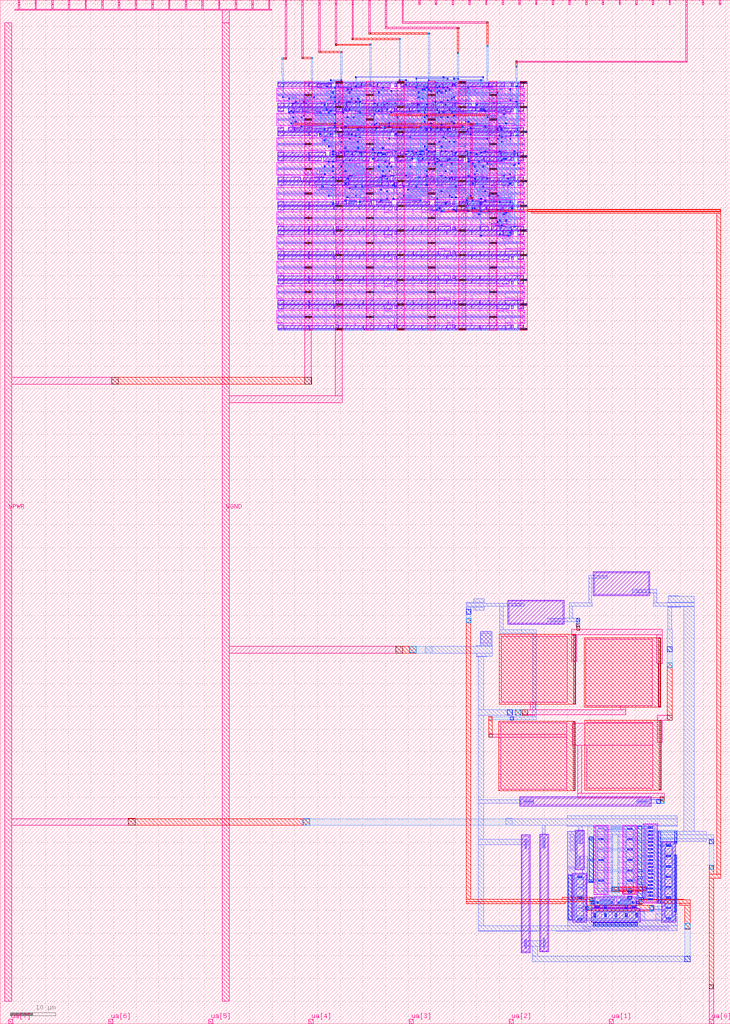
<source format=lef>
VERSION 5.7 ;
  NOWIREEXTENSIONATPIN ON ;
  DIVIDERCHAR "/" ;
  BUSBITCHARS "[]" ;
MACRO tt_um_twin_tee_opamp_osc
  CLASS BLOCK ;
  FOREIGN tt_um_twin_tee_opamp_osc ;
  ORIGIN 0.000 0.000 ;
  SIZE 161.000 BY 225.760 ;
  PIN clk
    DIRECTION INPUT ;
    USE SIGNAL ;
    PORT
      LAYER met4 ;
        RECT 154.870 224.760 155.170 225.760 ;
    END
  END clk
  PIN ena
    DIRECTION INPUT ;
    USE SIGNAL ;
    PORT
      LAYER met4 ;
        RECT 158.550 224.760 158.850 225.760 ;
    END
  END ena
  PIN rst_n
    DIRECTION INPUT ;
    USE SIGNAL ;
    ANTENNAGATEAREA 0.196500 ;
    PORT
      LAYER met4 ;
        RECT 151.190 224.760 151.490 225.760 ;
    END
  END rst_n
  PIN ua[0]
    DIRECTION INOUT ;
    USE SIGNAL ;
    ANTENNAGATEAREA 0.852000 ;
    ANTENNADIFFAREA 4.060000 ;
    PORT
      LAYER met4 ;
        RECT 156.410 0.000 157.310 1.000 ;
    END
  END ua[0]
  PIN ua[1]
    DIRECTION INOUT ;
    USE SIGNAL ;
    PORT
      LAYER met4 ;
        RECT 134.330 0.000 135.230 1.000 ;
    END
  END ua[1]
  PIN ua[2]
    DIRECTION INOUT ;
    USE SIGNAL ;
    PORT
      LAYER met4 ;
        RECT 112.250 0.000 113.150 1.000 ;
    END
  END ua[2]
  PIN ua[3]
    DIRECTION INOUT ;
    USE SIGNAL ;
    PORT
      LAYER met4 ;
        RECT 90.170 0.000 91.070 1.000 ;
    END
  END ua[3]
  PIN ua[4]
    DIRECTION INOUT ;
    USE SIGNAL ;
    PORT
      LAYER met4 ;
        RECT 68.090 0.000 68.990 1.000 ;
    END
  END ua[4]
  PIN ua[5]
    DIRECTION INOUT ;
    USE SIGNAL ;
    PORT
      LAYER met4 ;
        RECT 46.010 0.000 46.910 1.000 ;
    END
  END ua[5]
  PIN ua[6]
    DIRECTION INOUT ;
    USE SIGNAL ;
    PORT
      LAYER met4 ;
        RECT 23.930 0.000 24.830 1.000 ;
    END
  END ua[6]
  PIN ua[7]
    DIRECTION INOUT ;
    USE SIGNAL ;
    PORT
      LAYER met4 ;
        RECT 1.850 0.000 2.750 1.000 ;
    END
  END ua[7]
  PIN ui_in[0]
    DIRECTION INPUT ;
    USE SIGNAL ;
    PORT
      LAYER met4 ;
        RECT 147.510 224.760 147.810 225.760 ;
    END
  END ui_in[0]
  PIN ui_in[1]
    DIRECTION INPUT ;
    USE SIGNAL ;
    PORT
      LAYER met4 ;
        RECT 143.830 224.760 144.130 225.760 ;
    END
  END ui_in[1]
  PIN ui_in[2]
    DIRECTION INPUT ;
    USE SIGNAL ;
    PORT
      LAYER met4 ;
        RECT 140.150 224.760 140.450 225.760 ;
    END
  END ui_in[2]
  PIN ui_in[3]
    DIRECTION INPUT ;
    USE SIGNAL ;
    PORT
      LAYER met4 ;
        RECT 136.470 224.760 136.770 225.760 ;
    END
  END ui_in[3]
  PIN ui_in[4]
    DIRECTION INPUT ;
    USE SIGNAL ;
    PORT
      LAYER met4 ;
        RECT 132.790 224.760 133.090 225.760 ;
    END
  END ui_in[4]
  PIN ui_in[5]
    DIRECTION INPUT ;
    USE SIGNAL ;
    PORT
      LAYER met4 ;
        RECT 129.110 224.760 129.410 225.760 ;
    END
  END ui_in[5]
  PIN ui_in[6]
    DIRECTION INPUT ;
    USE SIGNAL ;
    PORT
      LAYER met4 ;
        RECT 125.430 224.760 125.730 225.760 ;
    END
  END ui_in[6]
  PIN ui_in[7]
    DIRECTION INPUT ;
    USE SIGNAL ;
    PORT
      LAYER met4 ;
        RECT 121.750 224.760 122.050 225.760 ;
    END
  END ui_in[7]
  PIN uio_in[0]
    DIRECTION INPUT ;
    USE SIGNAL ;
    PORT
      LAYER met4 ;
        RECT 118.070 224.760 118.370 225.760 ;
    END
  END uio_in[0]
  PIN uio_in[1]
    DIRECTION INPUT ;
    USE SIGNAL ;
    PORT
      LAYER met4 ;
        RECT 114.390 224.760 114.690 225.760 ;
    END
  END uio_in[1]
  PIN uio_in[2]
    DIRECTION INPUT ;
    USE SIGNAL ;
    PORT
      LAYER met4 ;
        RECT 110.710 224.760 111.010 225.760 ;
    END
  END uio_in[2]
  PIN uio_in[3]
    DIRECTION INPUT ;
    USE SIGNAL ;
    PORT
      LAYER met4 ;
        RECT 107.030 224.760 107.330 225.760 ;
    END
  END uio_in[3]
  PIN uio_in[4]
    DIRECTION INPUT ;
    USE SIGNAL ;
    PORT
      LAYER met4 ;
        RECT 103.350 224.760 103.650 225.760 ;
    END
  END uio_in[4]
  PIN uio_in[5]
    DIRECTION INPUT ;
    USE SIGNAL ;
    PORT
      LAYER met4 ;
        RECT 99.670 224.760 99.970 225.760 ;
    END
  END uio_in[5]
  PIN uio_in[6]
    DIRECTION INPUT ;
    USE SIGNAL ;
    PORT
      LAYER met4 ;
        RECT 95.990 224.760 96.290 225.760 ;
    END
  END uio_in[6]
  PIN uio_in[7]
    DIRECTION INPUT ;
    USE SIGNAL ;
    PORT
      LAYER met4 ;
        RECT 92.310 224.760 92.610 225.760 ;
    END
  END uio_in[7]
  PIN uio_oe[0]
    DIRECTION OUTPUT ;
    USE SIGNAL ;
    ANTENNAGATEAREA 403.149292 ;
    ANTENNADIFFAREA 132.775848 ;
    PORT
      LAYER met4 ;
        RECT 29.750 224.760 30.050 225.760 ;
    END
  END uio_oe[0]
  PIN uio_oe[1]
    DIRECTION OUTPUT ;
    USE SIGNAL ;
    ANTENNAGATEAREA 403.149292 ;
    ANTENNADIFFAREA 132.775848 ;
    PORT
      LAYER met4 ;
        RECT 26.070 224.760 26.370 225.760 ;
    END
  END uio_oe[1]
  PIN uio_oe[2]
    DIRECTION OUTPUT ;
    USE SIGNAL ;
    ANTENNAGATEAREA 403.149292 ;
    ANTENNADIFFAREA 132.775848 ;
    PORT
      LAYER met4 ;
        RECT 22.390 224.760 22.690 225.760 ;
    END
  END uio_oe[2]
  PIN uio_oe[3]
    DIRECTION OUTPUT ;
    USE SIGNAL ;
    ANTENNAGATEAREA 403.149292 ;
    ANTENNADIFFAREA 132.775848 ;
    PORT
      LAYER met4 ;
        RECT 18.710 224.760 19.010 225.760 ;
    END
  END uio_oe[3]
  PIN uio_oe[4]
    DIRECTION OUTPUT ;
    USE SIGNAL ;
    ANTENNAGATEAREA 403.149292 ;
    ANTENNADIFFAREA 132.775848 ;
    PORT
      LAYER met4 ;
        RECT 15.030 224.760 15.330 225.760 ;
    END
  END uio_oe[4]
  PIN uio_oe[5]
    DIRECTION OUTPUT ;
    USE SIGNAL ;
    ANTENNAGATEAREA 403.149292 ;
    ANTENNADIFFAREA 132.775848 ;
    PORT
      LAYER met4 ;
        RECT 11.350 224.760 11.650 225.760 ;
    END
  END uio_oe[5]
  PIN uio_oe[6]
    DIRECTION OUTPUT ;
    USE SIGNAL ;
    ANTENNAGATEAREA 403.149292 ;
    ANTENNADIFFAREA 132.775848 ;
    PORT
      LAYER met4 ;
        RECT 7.670 224.760 7.970 225.760 ;
    END
  END uio_oe[6]
  PIN uio_oe[7]
    DIRECTION OUTPUT ;
    USE SIGNAL ;
    ANTENNAGATEAREA 403.149292 ;
    ANTENNADIFFAREA 132.775848 ;
    PORT
      LAYER met4 ;
        RECT 3.990 224.760 4.290 225.760 ;
    END
  END uio_oe[7]
  PIN uio_out[0]
    DIRECTION OUTPUT ;
    USE SIGNAL ;
    ANTENNAGATEAREA 403.149292 ;
    ANTENNADIFFAREA 132.775848 ;
    PORT
      LAYER met4 ;
        RECT 59.190 224.760 59.490 225.760 ;
    END
  END uio_out[0]
  PIN uio_out[1]
    DIRECTION OUTPUT ;
    USE SIGNAL ;
    ANTENNAGATEAREA 403.149292 ;
    ANTENNADIFFAREA 132.775848 ;
    PORT
      LAYER met4 ;
        RECT 55.510 224.760 55.810 225.760 ;
    END
  END uio_out[1]
  PIN uio_out[2]
    DIRECTION OUTPUT ;
    USE SIGNAL ;
    ANTENNAGATEAREA 403.149292 ;
    ANTENNADIFFAREA 132.775848 ;
    PORT
      LAYER met4 ;
        RECT 51.830 224.760 52.130 225.760 ;
    END
  END uio_out[2]
  PIN uio_out[3]
    DIRECTION OUTPUT ;
    USE SIGNAL ;
    ANTENNAGATEAREA 403.149292 ;
    ANTENNADIFFAREA 132.775848 ;
    PORT
      LAYER met4 ;
        RECT 48.150 224.760 48.450 225.760 ;
    END
  END uio_out[3]
  PIN uio_out[4]
    DIRECTION OUTPUT ;
    USE SIGNAL ;
    ANTENNAGATEAREA 403.149292 ;
    ANTENNADIFFAREA 132.775848 ;
    PORT
      LAYER met4 ;
        RECT 44.470 224.760 44.770 225.760 ;
    END
  END uio_out[4]
  PIN uio_out[5]
    DIRECTION OUTPUT ;
    USE SIGNAL ;
    ANTENNAGATEAREA 403.149292 ;
    ANTENNADIFFAREA 132.775848 ;
    PORT
      LAYER met4 ;
        RECT 40.790 224.760 41.090 225.760 ;
    END
  END uio_out[5]
  PIN uio_out[6]
    DIRECTION OUTPUT ;
    USE SIGNAL ;
    ANTENNAGATEAREA 403.149292 ;
    ANTENNADIFFAREA 132.775848 ;
    PORT
      LAYER met4 ;
        RECT 37.110 224.760 37.410 225.760 ;
    END
  END uio_out[6]
  PIN uio_out[7]
    DIRECTION OUTPUT ;
    USE SIGNAL ;
    ANTENNAGATEAREA 403.149292 ;
    ANTENNADIFFAREA 132.775848 ;
    PORT
      LAYER met4 ;
        RECT 33.430 224.760 33.730 225.760 ;
    END
  END uio_out[7]
  PIN uo_out[0]
    DIRECTION OUTPUT ;
    USE SIGNAL ;
    ANTENNADIFFAREA 0.445500 ;
    PORT
      LAYER met4 ;
        RECT 88.630 224.760 88.930 225.760 ;
    END
  END uo_out[0]
  PIN uo_out[1]
    DIRECTION OUTPUT ;
    USE SIGNAL ;
    ANTENNADIFFAREA 0.445500 ;
    PORT
      LAYER met4 ;
        RECT 84.950 224.760 85.250 225.760 ;
    END
  END uo_out[1]
  PIN uo_out[2]
    DIRECTION OUTPUT ;
    USE SIGNAL ;
    ANTENNADIFFAREA 0.445500 ;
    PORT
      LAYER met4 ;
        RECT 81.270 224.760 81.570 225.760 ;
    END
  END uo_out[2]
  PIN uo_out[3]
    DIRECTION OUTPUT ;
    USE SIGNAL ;
    ANTENNADIFFAREA 0.445500 ;
    PORT
      LAYER met4 ;
        RECT 77.590 224.760 77.890 225.760 ;
    END
  END uo_out[3]
  PIN uo_out[4]
    DIRECTION OUTPUT ;
    USE SIGNAL ;
    ANTENNADIFFAREA 0.445500 ;
    PORT
      LAYER met4 ;
        RECT 73.910 224.760 74.210 225.760 ;
    END
  END uo_out[4]
  PIN uo_out[5]
    DIRECTION OUTPUT ;
    USE SIGNAL ;
    ANTENNADIFFAREA 0.445500 ;
    PORT
      LAYER met4 ;
        RECT 70.230 224.760 70.530 225.760 ;
    END
  END uo_out[5]
  PIN uo_out[6]
    DIRECTION OUTPUT ;
    USE SIGNAL ;
    ANTENNADIFFAREA 0.445500 ;
    PORT
      LAYER met4 ;
        RECT 66.550 224.760 66.850 225.760 ;
    END
  END uo_out[6]
  PIN uo_out[7]
    DIRECTION OUTPUT ;
    USE SIGNAL ;
    ANTENNADIFFAREA 0.445500 ;
    PORT
      LAYER met4 ;
        RECT 62.870 224.760 63.170 225.760 ;
    END
  END uo_out[7]
  PIN VPWR
    DIRECTION INOUT ;
    USE POWER ;
    PORT
      LAYER met4 ;
        RECT 1.000 5.000 2.500 220.760 ;
    END
  END VPWR
  PIN VGND
    DIRECTION INOUT ;
    USE GROUND ;
    PORT
      LAYER met4 ;
        RECT 49.000 5.000 50.500 220.760 ;
    END
  END VGND
  OBS
      LAYER pwell ;
        RECT 61.335 207.485 61.505 207.675 ;
        RECT 62.715 207.485 62.885 207.675 ;
        RECT 68.235 207.485 68.405 207.675 ;
        RECT 61.195 206.675 62.565 207.485 ;
        RECT 62.575 206.675 68.085 207.485 ;
        RECT 68.095 206.675 69.925 207.485 ;
        RECT 70.080 207.455 70.250 207.675 ;
        RECT 73.305 207.530 73.465 207.640 ;
        RECT 74.680 207.485 74.850 207.675 ;
        RECT 77.895 207.485 78.065 207.675 ;
        RECT 79.735 207.485 79.905 207.675 ;
        RECT 83.415 207.485 83.585 207.675 ;
        RECT 86.185 207.530 86.345 207.640 ;
        RECT 87.565 207.530 87.725 207.640 ;
        RECT 89.855 207.485 90.025 207.675 ;
        RECT 91.695 207.485 91.865 207.675 ;
        RECT 92.155 207.485 92.325 207.675 ;
        RECT 95.830 207.485 96.000 207.675 ;
        RECT 96.300 207.485 96.470 207.675 ;
        RECT 99.515 207.505 99.685 207.675 ;
        RECT 99.515 207.485 99.665 207.505 ;
        RECT 100.435 207.485 100.605 207.675 ;
        RECT 111.015 207.485 111.185 207.675 ;
        RECT 112.395 207.505 112.565 207.675 ;
        RECT 113.325 207.530 113.485 207.640 ;
        RECT 115.155 207.485 115.325 207.675 ;
        RECT 72.210 207.455 73.145 207.485 ;
        RECT 70.080 207.255 73.145 207.455 ;
        RECT 69.935 206.775 73.145 207.255 ;
        RECT 69.935 206.575 70.865 206.775 ;
        RECT 72.195 206.575 73.145 206.775 ;
        RECT 74.085 206.615 74.515 207.400 ;
        RECT 74.535 206.575 77.455 207.485 ;
        RECT 77.755 206.805 79.585 207.485 ;
        RECT 79.705 206.805 83.170 207.485 ;
        RECT 78.240 206.575 79.585 206.805 ;
        RECT 82.250 206.575 83.170 206.805 ;
        RECT 83.275 206.575 86.025 207.485 ;
        RECT 86.965 206.615 87.395 207.400 ;
        RECT 88.335 206.805 90.165 207.485 ;
        RECT 90.175 206.805 92.005 207.485 ;
        RECT 92.015 206.805 94.305 207.485 ;
        RECT 88.335 206.575 89.680 206.805 ;
        RECT 90.175 206.575 91.520 206.805 ;
        RECT 93.385 206.575 94.305 206.805 ;
        RECT 94.375 206.575 96.145 207.485 ;
        RECT 96.155 206.575 97.505 207.485 ;
        RECT 97.735 206.665 99.665 207.485 ;
        RECT 97.735 206.575 98.685 206.665 ;
        RECT 99.845 206.615 100.275 207.400 ;
        RECT 100.295 206.805 107.605 207.485 ;
        RECT 103.810 206.585 104.720 206.805 ;
        RECT 106.255 206.575 107.605 206.805 ;
        RECT 107.750 206.805 111.215 207.485 ;
        RECT 107.750 206.575 108.670 206.805 ;
        RECT 112.725 206.615 113.155 207.400 ;
        RECT 114.095 206.675 115.465 207.485 ;
      LAYER nwell ;
        RECT 61.000 203.455 115.660 206.285 ;
      LAYER pwell ;
        RECT 61.195 202.255 62.565 203.065 ;
        RECT 62.575 202.255 64.405 203.065 ;
        RECT 64.415 202.935 65.760 203.165 ;
        RECT 66.255 202.935 67.600 203.165 ;
        RECT 70.750 202.935 71.670 203.165 ;
        RECT 64.415 202.255 66.245 202.935 ;
        RECT 66.255 202.255 68.085 202.935 ;
        RECT 68.205 202.255 71.670 202.935 ;
        RECT 72.235 202.935 73.580 203.165 ;
        RECT 72.235 202.255 74.065 202.935 ;
        RECT 74.085 202.340 74.515 203.125 ;
        RECT 74.535 202.255 76.350 203.165 ;
        RECT 76.375 202.255 79.295 203.165 ;
        RECT 79.690 202.935 80.610 203.165 ;
        RECT 79.690 202.255 83.155 202.935 ;
        RECT 83.285 202.255 84.635 203.165 ;
        RECT 88.170 202.935 89.080 203.155 ;
        RECT 90.615 202.935 91.965 203.165 ;
        RECT 84.655 202.255 91.965 202.935 ;
        RECT 92.110 202.935 93.030 203.165 ;
        RECT 95.895 203.075 96.845 203.165 ;
        RECT 92.110 202.255 95.575 202.935 ;
        RECT 95.895 202.255 97.825 203.075 ;
        RECT 97.995 202.255 99.810 203.165 ;
        RECT 99.845 202.340 100.275 203.125 ;
        RECT 100.390 202.935 101.310 203.165 ;
        RECT 104.895 202.935 105.815 203.165 ;
        RECT 108.645 202.935 109.575 203.155 ;
        RECT 100.390 202.255 103.855 202.935 ;
        RECT 104.895 202.255 114.085 202.935 ;
        RECT 114.095 202.255 115.465 203.065 ;
        RECT 61.335 202.045 61.505 202.255 ;
        RECT 62.715 202.065 62.885 202.255 ;
        RECT 64.550 202.045 64.720 202.235 ;
        RECT 65.935 202.065 66.105 202.255 ;
        RECT 66.395 202.045 66.565 202.235 ;
        RECT 67.775 202.065 67.945 202.255 ;
        RECT 68.235 202.065 68.405 202.255 ;
        RECT 71.910 202.095 72.030 202.205 ;
        RECT 73.755 202.045 73.925 202.255 ;
        RECT 74.210 202.045 74.380 202.235 ;
        RECT 76.055 202.065 76.225 202.255 ;
        RECT 76.520 202.065 76.690 202.255 ;
        RECT 82.495 202.045 82.665 202.235 ;
        RECT 82.955 202.065 83.125 202.255 ;
        RECT 83.870 202.045 84.040 202.235 ;
        RECT 84.335 202.045 84.505 202.255 ;
        RECT 84.795 202.065 84.965 202.255 ;
        RECT 87.555 202.045 87.725 202.235 ;
        RECT 93.535 202.045 93.705 202.235 ;
        RECT 93.995 202.045 94.165 202.235 ;
        RECT 95.375 202.065 95.545 202.255 ;
        RECT 97.675 202.235 97.825 202.255 ;
        RECT 97.675 202.065 97.845 202.235 ;
        RECT 99.515 202.065 99.685 202.255 ;
        RECT 103.655 202.065 103.825 202.255 ;
        RECT 104.125 202.100 104.285 202.210 ;
        RECT 104.575 202.045 104.745 202.235 ;
        RECT 105.035 202.045 105.205 202.235 ;
        RECT 111.040 202.065 111.210 202.235 ;
        RECT 111.040 202.045 111.150 202.065 ;
        RECT 111.480 202.045 111.650 202.235 ;
        RECT 113.325 202.090 113.485 202.200 ;
        RECT 113.775 202.065 113.945 202.255 ;
        RECT 115.155 202.045 115.325 202.255 ;
        RECT 61.195 201.235 62.565 202.045 ;
        RECT 63.515 201.135 64.865 202.045 ;
        RECT 64.875 201.135 66.690 202.045 ;
        RECT 66.755 201.365 74.065 202.045 ;
        RECT 66.755 201.135 68.105 201.365 ;
        RECT 69.640 201.145 70.550 201.365 ;
        RECT 74.095 201.135 75.445 202.045 ;
        RECT 75.495 201.365 82.805 202.045 ;
        RECT 75.495 201.135 76.845 201.365 ;
        RECT 78.380 201.145 79.290 201.365 ;
        RECT 82.835 201.135 84.185 202.045 ;
        RECT 84.195 201.135 86.945 202.045 ;
        RECT 86.965 201.175 87.395 201.960 ;
        RECT 87.415 201.135 90.165 202.045 ;
        RECT 90.270 201.365 93.735 202.045 ;
        RECT 93.855 201.365 101.165 202.045 ;
        RECT 90.270 201.135 91.190 201.365 ;
        RECT 97.370 201.145 98.280 201.365 ;
        RECT 99.815 201.135 101.165 201.365 ;
        RECT 101.310 201.365 104.775 202.045 ;
        RECT 104.895 201.365 106.725 202.045 ;
        RECT 101.310 201.135 102.230 201.365 ;
        RECT 105.380 201.135 106.725 201.365 ;
        RECT 106.735 201.365 111.150 202.045 ;
        RECT 106.735 201.135 110.665 201.365 ;
        RECT 111.335 201.135 112.685 202.045 ;
        RECT 112.725 201.175 113.155 201.960 ;
        RECT 114.095 201.235 115.465 202.045 ;
      LAYER nwell ;
        RECT 61.000 198.015 115.660 200.845 ;
      LAYER pwell ;
        RECT 61.195 196.815 62.565 197.625 ;
        RECT 63.505 196.815 64.855 197.725 ;
        RECT 64.915 197.495 66.265 197.725 ;
        RECT 67.800 197.495 68.710 197.715 ;
        RECT 72.235 197.495 73.580 197.725 ;
        RECT 64.915 196.815 72.225 197.495 ;
        RECT 72.235 196.815 74.065 197.495 ;
        RECT 74.085 196.900 74.515 197.685 ;
        RECT 78.970 197.495 79.880 197.715 ;
        RECT 81.415 197.495 82.765 197.725 ;
        RECT 75.455 196.815 82.765 197.495 ;
        RECT 82.815 197.495 84.160 197.725 ;
        RECT 82.815 196.815 84.645 197.495 ;
        RECT 84.670 196.815 86.485 197.725 ;
        RECT 90.010 197.495 90.920 197.715 ;
        RECT 92.455 197.495 93.805 197.725 ;
        RECT 86.495 196.815 93.805 197.495 ;
        RECT 93.855 197.495 94.990 197.725 ;
        RECT 97.075 197.495 97.995 197.725 ;
        RECT 93.855 196.815 97.065 197.495 ;
        RECT 97.075 196.815 99.365 197.495 ;
        RECT 99.845 196.900 100.275 197.685 ;
        RECT 100.295 196.815 103.045 197.725 ;
        RECT 106.570 197.495 107.480 197.715 ;
        RECT 109.015 197.495 110.365 197.725 ;
        RECT 103.055 196.815 110.365 197.495 ;
        RECT 110.510 197.495 111.430 197.725 ;
        RECT 110.510 196.815 113.975 197.495 ;
        RECT 114.095 196.815 115.465 197.625 ;
        RECT 61.335 196.605 61.505 196.815 ;
        RECT 62.715 196.605 62.885 196.795 ;
        RECT 64.555 196.625 64.725 196.815 ;
        RECT 68.235 196.605 68.405 196.795 ;
        RECT 70.070 196.655 70.190 196.765 ;
        RECT 70.540 196.605 70.710 196.795 ;
        RECT 71.915 196.625 72.085 196.815 ;
        RECT 73.755 196.625 73.925 196.815 ;
        RECT 74.685 196.660 74.845 196.770 ;
        RECT 75.595 196.625 75.765 196.815 ;
        RECT 76.515 196.605 76.685 196.795 ;
        RECT 84.335 196.625 84.505 196.815 ;
        RECT 84.795 196.625 84.965 196.815 ;
        RECT 85.715 196.605 85.885 196.795 ;
        RECT 86.185 196.650 86.345 196.760 ;
        RECT 86.635 196.625 86.805 196.815 ;
        RECT 88.475 196.605 88.645 196.795 ;
        RECT 96.755 196.625 96.925 196.815 ;
        RECT 97.675 196.605 97.845 196.795 ;
        RECT 98.130 196.655 98.250 196.765 ;
        RECT 98.595 196.605 98.765 196.795 ;
        RECT 99.055 196.625 99.225 196.815 ;
        RECT 99.510 196.655 99.630 196.765 ;
        RECT 101.355 196.605 101.525 196.795 ;
        RECT 102.735 196.625 102.905 196.815 ;
        RECT 103.195 196.625 103.365 196.815 ;
        RECT 112.395 196.625 112.565 196.795 ;
        RECT 113.325 196.650 113.485 196.760 ;
        RECT 113.775 196.625 113.945 196.815 ;
        RECT 112.395 196.605 112.545 196.625 ;
        RECT 115.155 196.605 115.325 196.815 ;
        RECT 61.195 195.795 62.565 196.605 ;
        RECT 62.575 195.795 68.085 196.605 ;
        RECT 68.095 195.795 69.925 196.605 ;
        RECT 70.395 195.695 73.315 196.605 ;
        RECT 74.535 195.925 76.825 196.605 ;
        RECT 76.920 195.925 86.025 196.605 ;
        RECT 74.535 195.695 75.455 195.925 ;
        RECT 86.965 195.735 87.395 196.520 ;
        RECT 87.415 195.825 88.785 196.605 ;
        RECT 88.880 195.925 97.985 196.605 ;
        RECT 98.455 195.695 101.205 196.605 ;
        RECT 101.215 195.925 110.320 196.605 ;
        RECT 110.615 195.785 112.545 196.605 ;
        RECT 110.615 195.695 111.565 195.785 ;
        RECT 112.725 195.735 113.155 196.520 ;
        RECT 114.095 195.795 115.465 196.605 ;
      LAYER nwell ;
        RECT 61.000 192.575 115.660 195.405 ;
      LAYER pwell ;
        RECT 61.195 191.375 62.565 192.185 ;
        RECT 62.575 191.375 68.085 192.185 ;
        RECT 68.095 191.375 71.765 192.185 ;
        RECT 72.695 191.375 74.065 192.155 ;
        RECT 74.085 191.460 74.515 192.245 ;
        RECT 74.555 191.375 75.905 192.285 ;
        RECT 75.975 191.375 77.745 192.285 ;
        RECT 77.755 191.375 79.570 192.285 ;
        RECT 79.690 192.055 80.610 192.285 ;
        RECT 85.350 192.055 86.485 192.285 ;
        RECT 79.690 191.375 83.155 192.055 ;
        RECT 83.275 191.375 86.485 192.055 ;
        RECT 86.495 191.375 88.325 192.055 ;
        RECT 88.335 191.375 91.085 192.285 ;
        RECT 91.275 191.605 93.610 192.285 ;
        RECT 94.995 192.195 95.945 192.285 ;
        RECT 91.275 191.375 93.125 191.605 ;
        RECT 94.015 191.375 95.945 192.195 ;
        RECT 97.075 191.375 99.825 192.285 ;
        RECT 99.845 191.460 100.275 192.245 ;
        RECT 100.295 191.375 103.045 192.285 ;
        RECT 106.570 192.055 107.480 192.275 ;
        RECT 109.015 192.055 110.365 192.285 ;
        RECT 103.055 191.375 110.365 192.055 ;
        RECT 110.510 192.055 111.430 192.285 ;
        RECT 110.510 191.375 113.975 192.055 ;
        RECT 114.095 191.375 115.465 192.185 ;
        RECT 61.335 191.165 61.505 191.375 ;
        RECT 62.715 191.165 62.885 191.375 ;
        RECT 68.235 191.165 68.405 191.375 ;
        RECT 70.990 191.215 71.110 191.325 ;
        RECT 71.455 191.165 71.625 191.355 ;
        RECT 71.925 191.220 72.085 191.330 ;
        RECT 73.755 191.185 73.925 191.375 ;
        RECT 74.215 191.165 74.385 191.355 ;
        RECT 75.590 191.185 75.760 191.375 ;
        RECT 77.430 191.185 77.600 191.375 ;
        RECT 79.275 191.185 79.445 191.375 ;
        RECT 81.585 191.210 81.745 191.320 ;
        RECT 82.955 191.185 83.125 191.375 ;
        RECT 83.415 191.185 83.585 191.375 ;
        RECT 85.715 191.165 85.885 191.355 ;
        RECT 86.185 191.210 86.345 191.320 ;
        RECT 88.015 191.185 88.185 191.375 ;
        RECT 88.475 191.185 88.645 191.375 ;
        RECT 91.275 191.355 91.405 191.375 ;
        RECT 94.015 191.355 94.165 191.375 ;
        RECT 90.775 191.165 90.945 191.355 ;
        RECT 91.235 191.185 91.405 191.355 ;
        RECT 93.995 191.185 94.165 191.355 ;
        RECT 95.375 191.165 95.545 191.355 ;
        RECT 95.840 191.165 96.010 191.355 ;
        RECT 96.305 191.220 96.465 191.330 ;
        RECT 97.215 191.185 97.385 191.375 ;
        RECT 99.055 191.165 99.225 191.355 ;
        RECT 100.435 191.185 100.605 191.375 ;
        RECT 102.285 191.210 102.445 191.320 ;
        RECT 103.195 191.185 103.365 191.375 ;
        RECT 106.415 191.165 106.585 191.355 ;
        RECT 106.875 191.165 107.045 191.355 ;
        RECT 112.395 191.165 112.565 191.355 ;
        RECT 113.325 191.210 113.485 191.320 ;
        RECT 113.775 191.185 113.945 191.375 ;
        RECT 115.155 191.165 115.325 191.375 ;
        RECT 61.195 190.355 62.565 191.165 ;
        RECT 62.575 190.355 68.085 191.165 ;
        RECT 68.095 190.355 70.845 191.165 ;
        RECT 71.315 190.255 74.065 191.165 ;
        RECT 74.075 190.485 81.385 191.165 ;
        RECT 77.590 190.265 78.500 190.485 ;
        RECT 80.035 190.255 81.385 190.485 ;
        RECT 82.450 190.485 85.915 191.165 ;
        RECT 82.450 190.255 83.370 190.485 ;
        RECT 86.965 190.295 87.395 191.080 ;
        RECT 87.510 190.485 90.975 191.165 ;
        RECT 92.110 190.485 95.575 191.165 ;
        RECT 87.510 190.255 88.430 190.485 ;
        RECT 92.110 190.255 93.030 190.485 ;
        RECT 95.695 190.255 98.615 191.165 ;
        RECT 98.915 190.485 102.125 191.165 ;
        RECT 100.990 190.255 102.125 190.485 ;
        RECT 103.150 190.485 106.615 191.165 ;
        RECT 103.150 190.255 104.070 190.485 ;
        RECT 106.735 190.255 109.485 191.165 ;
        RECT 109.495 190.485 112.705 191.165 ;
        RECT 109.495 190.255 110.630 190.485 ;
        RECT 112.725 190.295 113.155 191.080 ;
        RECT 114.095 190.355 115.465 191.165 ;
      LAYER nwell ;
        RECT 61.000 187.135 115.660 189.965 ;
      LAYER pwell ;
        RECT 61.195 185.935 62.565 186.745 ;
        RECT 62.575 185.935 66.245 186.745 ;
        RECT 69.370 186.615 70.290 186.845 ;
        RECT 66.825 185.935 70.290 186.615 ;
        RECT 70.490 186.615 71.410 186.845 ;
        RECT 70.490 185.935 73.955 186.615 ;
        RECT 74.085 186.020 74.515 186.805 ;
        RECT 75.905 186.615 76.825 186.845 ;
        RECT 80.350 186.615 81.260 186.835 ;
        RECT 82.795 186.615 84.145 186.845 ;
        RECT 74.535 185.935 76.825 186.615 ;
        RECT 76.835 185.935 84.145 186.615 ;
        RECT 84.195 185.935 86.010 186.845 ;
        RECT 90.010 186.615 90.920 186.835 ;
        RECT 92.455 186.615 93.805 186.845 ;
        RECT 86.495 185.935 93.805 186.615 ;
        RECT 93.855 185.935 95.670 186.845 ;
        RECT 98.810 186.615 99.730 186.845 ;
        RECT 96.265 185.935 99.730 186.615 ;
        RECT 99.845 186.020 100.275 186.805 ;
        RECT 100.295 186.615 104.225 186.845 ;
        RECT 100.295 185.935 104.710 186.615 ;
        RECT 104.895 185.935 106.245 186.845 ;
        RECT 106.370 186.615 107.290 186.845 ;
        RECT 112.610 186.615 113.530 186.845 ;
        RECT 106.370 185.935 109.835 186.615 ;
        RECT 110.065 185.935 113.530 186.615 ;
        RECT 114.095 185.935 115.465 186.745 ;
        RECT 61.335 185.725 61.505 185.935 ;
        RECT 62.715 185.725 62.885 185.935 ;
        RECT 66.390 185.775 66.510 185.885 ;
        RECT 66.855 185.745 67.025 185.935 ;
        RECT 68.235 185.725 68.405 185.915 ;
        RECT 69.615 185.725 69.785 185.915 ;
        RECT 73.755 185.745 73.925 185.935 ;
        RECT 74.675 185.745 74.845 185.935 ;
        RECT 76.975 185.725 77.145 185.935 ;
        RECT 85.250 185.725 85.420 185.915 ;
        RECT 85.715 185.725 85.885 185.935 ;
        RECT 86.170 185.775 86.290 185.885 ;
        RECT 86.635 185.745 86.805 185.935 ;
        RECT 87.555 185.725 87.725 185.915 ;
        RECT 89.850 185.725 90.020 185.915 ;
        RECT 90.315 185.725 90.485 185.915 ;
        RECT 95.375 185.745 95.545 185.935 ;
        RECT 95.830 185.775 95.950 185.885 ;
        RECT 96.295 185.745 96.465 185.935 ;
        RECT 104.600 185.915 104.710 185.935 ;
        RECT 105.040 185.915 105.210 185.935 ;
        RECT 97.675 185.725 97.845 185.915 ;
        RECT 104.600 185.745 104.770 185.915 ;
        RECT 105.035 185.745 105.210 185.915 ;
        RECT 109.635 185.745 109.805 185.935 ;
        RECT 110.095 185.745 110.265 185.935 ;
        RECT 112.390 185.775 112.510 185.885 ;
        RECT 113.325 185.770 113.485 185.880 ;
        RECT 113.770 185.775 113.890 185.885 ;
        RECT 105.035 185.725 105.205 185.745 ;
        RECT 115.155 185.725 115.325 185.935 ;
        RECT 61.195 184.915 62.565 185.725 ;
        RECT 62.575 184.915 68.085 185.725 ;
        RECT 68.095 184.915 69.465 185.725 ;
        RECT 69.475 185.045 76.785 185.725 ;
        RECT 76.835 185.045 84.145 185.725 ;
        RECT 72.990 184.825 73.900 185.045 ;
        RECT 75.435 184.815 76.785 185.045 ;
        RECT 80.350 184.825 81.260 185.045 ;
        RECT 82.795 184.815 84.145 185.045 ;
        RECT 84.215 184.815 85.565 185.725 ;
        RECT 85.575 184.915 86.945 185.725 ;
        RECT 86.965 184.855 87.395 185.640 ;
        RECT 87.415 184.915 88.785 185.725 ;
        RECT 88.815 184.815 90.165 185.725 ;
        RECT 90.175 185.045 97.485 185.725 ;
        RECT 97.535 185.045 104.845 185.725 ;
        RECT 104.895 185.045 112.205 185.725 ;
        RECT 93.690 184.825 94.600 185.045 ;
        RECT 96.135 184.815 97.485 185.045 ;
        RECT 101.050 184.825 101.960 185.045 ;
        RECT 103.495 184.815 104.845 185.045 ;
        RECT 108.410 184.825 109.320 185.045 ;
        RECT 110.855 184.815 112.205 185.045 ;
        RECT 112.725 184.855 113.155 185.640 ;
        RECT 114.095 184.915 115.465 185.725 ;
      LAYER nwell ;
        RECT 61.000 181.695 115.660 184.525 ;
      LAYER pwell ;
        RECT 61.195 180.495 62.565 181.305 ;
        RECT 62.575 180.495 68.085 181.305 ;
        RECT 68.095 180.495 73.605 181.305 ;
        RECT 74.085 180.580 74.515 181.365 ;
        RECT 74.535 180.495 76.365 181.305 ;
        RECT 76.850 180.495 78.665 181.405 ;
        RECT 79.135 180.495 81.885 181.405 ;
        RECT 82.910 181.175 83.830 181.405 ;
        RECT 90.930 181.175 91.840 181.395 ;
        RECT 93.375 181.175 94.725 181.405 ;
        RECT 98.350 181.175 99.270 181.405 ;
        RECT 82.910 180.495 86.375 181.175 ;
        RECT 87.415 180.495 94.725 181.175 ;
        RECT 95.805 180.495 99.270 181.175 ;
        RECT 99.845 180.580 100.275 181.365 ;
        RECT 101.215 181.175 102.560 181.405 ;
        RECT 101.215 180.495 103.045 181.175 ;
        RECT 103.055 180.495 105.805 181.405 ;
        RECT 105.855 181.175 107.205 181.405 ;
        RECT 108.740 181.175 109.650 181.395 ;
        RECT 105.855 180.495 113.165 181.175 ;
        RECT 114.095 180.495 115.465 181.305 ;
        RECT 61.335 180.285 61.505 180.495 ;
        RECT 62.715 180.285 62.885 180.495 ;
        RECT 68.235 180.285 68.405 180.495 ;
        RECT 73.755 180.445 73.925 180.475 ;
        RECT 73.750 180.335 73.925 180.445 ;
        RECT 73.755 180.285 73.925 180.335 ;
        RECT 74.675 180.305 74.845 180.495 ;
        RECT 76.510 180.335 76.630 180.445 ;
        RECT 76.975 180.305 77.145 180.495 ;
        RECT 78.810 180.335 78.930 180.445 ;
        RECT 79.275 180.285 79.445 180.495 ;
        RECT 82.045 180.340 82.205 180.450 ;
        RECT 84.795 180.285 84.965 180.475 ;
        RECT 86.175 180.305 86.345 180.495 ;
        RECT 86.645 180.445 86.805 180.450 ;
        RECT 86.630 180.340 86.805 180.445 ;
        RECT 86.630 180.335 86.750 180.340 ;
        RECT 87.555 180.285 87.725 180.495 ;
        RECT 93.075 180.285 93.245 180.475 ;
        RECT 94.915 180.305 95.085 180.475 ;
        RECT 95.835 180.305 96.005 180.495 ;
        RECT 102.735 180.475 102.905 180.495 ;
        RECT 94.935 180.285 95.085 180.305 ;
        RECT 97.215 180.285 97.385 180.475 ;
        RECT 99.510 180.335 99.630 180.445 ;
        RECT 100.445 180.340 100.605 180.450 ;
        RECT 100.905 180.330 101.065 180.440 ;
        RECT 102.730 180.305 102.905 180.475 ;
        RECT 103.195 180.305 103.365 180.495 ;
        RECT 102.730 180.285 102.900 180.305 ;
        RECT 105.495 180.285 105.665 180.475 ;
        RECT 105.955 180.285 106.125 180.475 ;
        RECT 107.335 180.285 107.505 180.475 ;
        RECT 111.015 180.285 111.185 180.475 ;
        RECT 112.855 180.305 113.025 180.495 ;
        RECT 113.325 180.330 113.485 180.450 ;
        RECT 115.155 180.285 115.325 180.495 ;
        RECT 61.195 179.475 62.565 180.285 ;
        RECT 62.575 179.475 68.085 180.285 ;
        RECT 68.095 179.475 73.605 180.285 ;
        RECT 73.615 179.475 79.125 180.285 ;
        RECT 79.135 179.475 84.645 180.285 ;
        RECT 84.655 179.475 86.485 180.285 ;
        RECT 86.965 179.415 87.395 180.200 ;
        RECT 87.415 179.475 92.925 180.285 ;
        RECT 92.935 179.475 94.765 180.285 ;
        RECT 94.935 179.465 96.865 180.285 ;
        RECT 97.075 179.475 100.745 180.285 ;
        RECT 95.915 179.375 96.865 179.465 ;
        RECT 101.695 179.375 103.045 180.285 ;
        RECT 103.975 179.375 105.790 180.285 ;
        RECT 105.815 179.475 107.185 180.285 ;
        RECT 107.305 179.605 110.770 180.285 ;
        RECT 109.850 179.375 110.770 179.605 ;
        RECT 110.890 179.375 112.705 180.285 ;
        RECT 112.725 179.415 113.155 180.200 ;
        RECT 114.095 179.475 115.465 180.285 ;
      LAYER nwell ;
        RECT 61.000 176.255 115.660 179.085 ;
      LAYER pwell ;
        RECT 61.195 175.055 62.565 175.865 ;
        RECT 62.575 175.055 68.085 175.865 ;
        RECT 68.095 175.055 73.605 175.865 ;
        RECT 74.085 175.140 74.515 175.925 ;
        RECT 74.535 175.055 80.045 175.865 ;
        RECT 80.055 175.055 85.565 175.865 ;
        RECT 85.575 175.055 91.085 175.865 ;
        RECT 91.095 175.055 96.605 175.865 ;
        RECT 96.615 175.055 99.365 175.865 ;
        RECT 99.845 175.140 100.275 175.925 ;
        RECT 109.255 175.875 110.205 175.965 ;
        RECT 100.295 175.055 105.805 175.865 ;
        RECT 105.815 175.055 107.645 175.865 ;
        RECT 108.275 175.055 110.205 175.875 ;
        RECT 110.415 175.735 111.335 175.965 ;
        RECT 110.415 175.055 112.705 175.735 ;
        RECT 112.715 175.055 114.085 175.865 ;
        RECT 114.095 175.055 115.465 175.865 ;
        RECT 61.335 174.845 61.505 175.055 ;
        RECT 62.715 174.845 62.885 175.055 ;
        RECT 68.235 174.845 68.405 175.055 ;
        RECT 73.755 175.005 73.925 175.035 ;
        RECT 73.750 174.895 73.925 175.005 ;
        RECT 73.755 174.845 73.925 174.895 ;
        RECT 74.675 174.865 74.845 175.055 ;
        RECT 79.275 174.845 79.445 175.035 ;
        RECT 80.195 174.865 80.365 175.055 ;
        RECT 84.795 174.845 84.965 175.035 ;
        RECT 85.715 174.865 85.885 175.055 ;
        RECT 86.630 174.895 86.750 175.005 ;
        RECT 87.555 174.845 87.725 175.035 ;
        RECT 91.235 174.865 91.405 175.055 ;
        RECT 93.075 174.845 93.245 175.035 ;
        RECT 96.755 174.865 96.925 175.055 ;
        RECT 98.595 174.845 98.765 175.035 ;
        RECT 99.510 174.895 99.630 175.005 ;
        RECT 100.435 174.865 100.605 175.055 ;
        RECT 104.115 174.845 104.285 175.035 ;
        RECT 105.955 174.865 106.125 175.055 ;
        RECT 108.275 175.035 108.425 175.055 ;
        RECT 112.395 175.035 112.565 175.055 ;
        RECT 107.790 174.895 107.910 175.005 ;
        RECT 108.255 174.865 108.425 175.035 ;
        RECT 109.635 174.845 109.805 175.035 ;
        RECT 112.390 174.865 112.565 175.035 ;
        RECT 112.855 174.865 113.025 175.055 ;
        RECT 113.325 174.890 113.485 175.000 ;
        RECT 112.390 174.845 112.560 174.865 ;
        RECT 115.155 174.845 115.325 175.055 ;
        RECT 61.195 174.035 62.565 174.845 ;
        RECT 62.575 174.035 68.085 174.845 ;
        RECT 68.095 174.035 73.605 174.845 ;
        RECT 73.615 174.035 79.125 174.845 ;
        RECT 79.135 174.035 84.645 174.845 ;
        RECT 84.655 174.035 86.485 174.845 ;
        RECT 86.965 173.975 87.395 174.760 ;
        RECT 87.415 174.035 92.925 174.845 ;
        RECT 92.935 174.035 98.445 174.845 ;
        RECT 98.455 174.035 103.965 174.845 ;
        RECT 103.975 174.035 109.485 174.845 ;
        RECT 109.495 174.035 110.865 174.845 ;
        RECT 110.935 173.935 112.705 174.845 ;
        RECT 112.725 173.975 113.155 174.760 ;
        RECT 114.095 174.035 115.465 174.845 ;
      LAYER nwell ;
        RECT 61.000 170.815 115.660 173.645 ;
      LAYER pwell ;
        RECT 61.195 169.615 62.565 170.425 ;
        RECT 62.575 169.615 68.085 170.425 ;
        RECT 68.095 169.615 73.605 170.425 ;
        RECT 74.085 169.700 74.515 170.485 ;
        RECT 74.535 169.615 80.045 170.425 ;
        RECT 80.055 169.615 85.565 170.425 ;
        RECT 85.575 169.615 91.085 170.425 ;
        RECT 91.095 169.615 96.605 170.425 ;
        RECT 96.615 169.615 99.365 170.425 ;
        RECT 99.845 169.700 100.275 170.485 ;
        RECT 100.295 169.615 105.805 170.425 ;
        RECT 105.815 169.615 111.325 170.425 ;
        RECT 111.335 169.615 114.085 170.425 ;
        RECT 114.095 169.615 115.465 170.425 ;
        RECT 61.335 169.405 61.505 169.615 ;
        RECT 62.715 169.405 62.885 169.615 ;
        RECT 68.235 169.405 68.405 169.615 ;
        RECT 73.755 169.565 73.925 169.595 ;
        RECT 73.750 169.455 73.925 169.565 ;
        RECT 73.755 169.405 73.925 169.455 ;
        RECT 74.675 169.425 74.845 169.615 ;
        RECT 79.275 169.405 79.445 169.595 ;
        RECT 80.195 169.425 80.365 169.615 ;
        RECT 84.795 169.405 84.965 169.595 ;
        RECT 85.715 169.425 85.885 169.615 ;
        RECT 86.630 169.455 86.750 169.565 ;
        RECT 87.555 169.405 87.725 169.595 ;
        RECT 91.235 169.425 91.405 169.615 ;
        RECT 93.075 169.405 93.245 169.595 ;
        RECT 96.755 169.425 96.925 169.615 ;
        RECT 98.595 169.405 98.765 169.595 ;
        RECT 99.510 169.455 99.630 169.565 ;
        RECT 100.435 169.425 100.605 169.615 ;
        RECT 104.115 169.405 104.285 169.595 ;
        RECT 105.955 169.425 106.125 169.615 ;
        RECT 109.635 169.405 109.805 169.595 ;
        RECT 111.475 169.425 111.645 169.615 ;
        RECT 112.390 169.455 112.510 169.565 ;
        RECT 113.325 169.450 113.485 169.560 ;
        RECT 115.155 169.405 115.325 169.615 ;
        RECT 61.195 168.595 62.565 169.405 ;
        RECT 62.575 168.595 68.085 169.405 ;
        RECT 68.095 168.595 73.605 169.405 ;
        RECT 73.615 168.595 79.125 169.405 ;
        RECT 79.135 168.595 84.645 169.405 ;
        RECT 84.655 168.595 86.485 169.405 ;
        RECT 86.965 168.535 87.395 169.320 ;
        RECT 87.415 168.595 92.925 169.405 ;
        RECT 92.935 168.595 98.445 169.405 ;
        RECT 98.455 168.595 103.965 169.405 ;
        RECT 103.975 168.595 109.485 169.405 ;
        RECT 109.495 168.595 112.245 169.405 ;
        RECT 112.725 168.535 113.155 169.320 ;
        RECT 114.095 168.595 115.465 169.405 ;
      LAYER nwell ;
        RECT 61.000 165.375 115.660 168.205 ;
      LAYER pwell ;
        RECT 61.195 164.175 62.565 164.985 ;
        RECT 62.575 164.175 68.085 164.985 ;
        RECT 68.095 164.175 73.605 164.985 ;
        RECT 74.085 164.260 74.515 165.045 ;
        RECT 74.535 164.175 80.045 164.985 ;
        RECT 80.055 164.175 85.565 164.985 ;
        RECT 85.575 164.175 91.085 164.985 ;
        RECT 91.095 164.175 96.605 164.985 ;
        RECT 96.615 164.175 99.365 164.985 ;
        RECT 99.845 164.260 100.275 165.045 ;
        RECT 100.295 164.175 105.805 164.985 ;
        RECT 105.815 164.175 111.325 164.985 ;
        RECT 111.335 164.175 114.085 164.985 ;
        RECT 114.095 164.175 115.465 164.985 ;
        RECT 61.335 163.965 61.505 164.175 ;
        RECT 62.715 163.965 62.885 164.175 ;
        RECT 68.235 163.965 68.405 164.175 ;
        RECT 73.755 164.125 73.925 164.155 ;
        RECT 73.750 164.015 73.925 164.125 ;
        RECT 73.755 163.965 73.925 164.015 ;
        RECT 74.675 163.985 74.845 164.175 ;
        RECT 79.275 163.965 79.445 164.155 ;
        RECT 80.195 163.985 80.365 164.175 ;
        RECT 84.795 163.965 84.965 164.155 ;
        RECT 85.715 163.985 85.885 164.175 ;
        RECT 86.630 164.015 86.750 164.125 ;
        RECT 87.555 163.965 87.725 164.155 ;
        RECT 91.235 163.985 91.405 164.175 ;
        RECT 93.075 163.965 93.245 164.155 ;
        RECT 96.755 163.985 96.925 164.175 ;
        RECT 98.595 163.965 98.765 164.155 ;
        RECT 99.510 164.015 99.630 164.125 ;
        RECT 100.435 163.985 100.605 164.175 ;
        RECT 104.115 163.965 104.285 164.155 ;
        RECT 105.955 163.985 106.125 164.175 ;
        RECT 109.635 163.965 109.805 164.155 ;
        RECT 111.475 163.985 111.645 164.175 ;
        RECT 112.390 164.015 112.510 164.125 ;
        RECT 113.325 164.010 113.485 164.120 ;
        RECT 115.155 163.965 115.325 164.175 ;
        RECT 61.195 163.155 62.565 163.965 ;
        RECT 62.575 163.155 68.085 163.965 ;
        RECT 68.095 163.155 73.605 163.965 ;
        RECT 73.615 163.155 79.125 163.965 ;
        RECT 79.135 163.155 84.645 163.965 ;
        RECT 84.655 163.155 86.485 163.965 ;
        RECT 86.965 163.095 87.395 163.880 ;
        RECT 87.415 163.155 92.925 163.965 ;
        RECT 92.935 163.155 98.445 163.965 ;
        RECT 98.455 163.155 103.965 163.965 ;
        RECT 103.975 163.155 109.485 163.965 ;
        RECT 109.495 163.155 112.245 163.965 ;
        RECT 112.725 163.095 113.155 163.880 ;
        RECT 114.095 163.155 115.465 163.965 ;
      LAYER nwell ;
        RECT 61.000 159.935 115.660 162.765 ;
      LAYER pwell ;
        RECT 61.195 158.735 62.565 159.545 ;
        RECT 62.575 158.735 68.085 159.545 ;
        RECT 68.095 158.735 73.605 159.545 ;
        RECT 74.085 158.820 74.515 159.605 ;
        RECT 74.535 158.735 80.045 159.545 ;
        RECT 80.055 158.735 85.565 159.545 ;
        RECT 85.575 158.735 91.085 159.545 ;
        RECT 91.095 158.735 96.605 159.545 ;
        RECT 96.615 158.735 99.365 159.545 ;
        RECT 99.845 158.820 100.275 159.605 ;
        RECT 100.295 158.735 105.805 159.545 ;
        RECT 105.815 158.735 111.325 159.545 ;
        RECT 111.335 158.735 114.085 159.545 ;
        RECT 114.095 158.735 115.465 159.545 ;
        RECT 61.335 158.525 61.505 158.735 ;
        RECT 62.715 158.525 62.885 158.735 ;
        RECT 68.235 158.525 68.405 158.735 ;
        RECT 73.755 158.685 73.925 158.715 ;
        RECT 73.750 158.575 73.925 158.685 ;
        RECT 73.755 158.525 73.925 158.575 ;
        RECT 74.675 158.545 74.845 158.735 ;
        RECT 79.275 158.525 79.445 158.715 ;
        RECT 80.195 158.545 80.365 158.735 ;
        RECT 84.795 158.525 84.965 158.715 ;
        RECT 85.715 158.545 85.885 158.735 ;
        RECT 86.630 158.575 86.750 158.685 ;
        RECT 87.555 158.525 87.725 158.715 ;
        RECT 91.235 158.545 91.405 158.735 ;
        RECT 93.075 158.525 93.245 158.715 ;
        RECT 96.755 158.545 96.925 158.735 ;
        RECT 98.595 158.525 98.765 158.715 ;
        RECT 99.510 158.575 99.630 158.685 ;
        RECT 100.435 158.545 100.605 158.735 ;
        RECT 104.115 158.525 104.285 158.715 ;
        RECT 105.955 158.545 106.125 158.735 ;
        RECT 109.635 158.525 109.805 158.715 ;
        RECT 111.475 158.545 111.645 158.735 ;
        RECT 112.390 158.575 112.510 158.685 ;
        RECT 113.325 158.570 113.485 158.680 ;
        RECT 115.155 158.525 115.325 158.735 ;
        RECT 61.195 157.715 62.565 158.525 ;
        RECT 62.575 157.715 68.085 158.525 ;
        RECT 68.095 157.715 73.605 158.525 ;
        RECT 73.615 157.715 79.125 158.525 ;
        RECT 79.135 157.715 84.645 158.525 ;
        RECT 84.655 157.715 86.485 158.525 ;
        RECT 86.965 157.655 87.395 158.440 ;
        RECT 87.415 157.715 92.925 158.525 ;
        RECT 92.935 157.715 98.445 158.525 ;
        RECT 98.455 157.715 103.965 158.525 ;
        RECT 103.975 157.715 109.485 158.525 ;
        RECT 109.495 157.715 112.245 158.525 ;
        RECT 112.725 157.655 113.155 158.440 ;
        RECT 114.095 157.715 115.465 158.525 ;
      LAYER nwell ;
        RECT 61.000 154.495 115.660 157.325 ;
      LAYER pwell ;
        RECT 61.195 153.295 62.565 154.105 ;
        RECT 62.575 153.295 68.085 154.105 ;
        RECT 68.095 153.295 73.605 154.105 ;
        RECT 74.085 153.380 74.515 154.165 ;
        RECT 74.535 153.295 80.045 154.105 ;
        RECT 80.055 153.295 85.565 154.105 ;
        RECT 85.575 153.295 86.945 154.105 ;
        RECT 86.965 153.380 87.395 154.165 ;
        RECT 87.415 153.295 92.925 154.105 ;
        RECT 92.935 153.295 98.445 154.105 ;
        RECT 98.455 153.295 99.825 154.105 ;
        RECT 99.845 153.380 100.275 154.165 ;
        RECT 100.295 153.295 105.805 154.105 ;
        RECT 105.815 153.295 111.325 154.105 ;
        RECT 111.335 153.295 112.705 154.105 ;
        RECT 112.725 153.380 113.155 154.165 ;
        RECT 114.095 153.295 115.465 154.105 ;
        RECT 61.335 153.105 61.505 153.295 ;
        RECT 62.715 153.105 62.885 153.295 ;
        RECT 68.235 153.105 68.405 153.295 ;
        RECT 73.750 153.135 73.870 153.245 ;
        RECT 74.675 153.105 74.845 153.295 ;
        RECT 80.195 153.105 80.365 153.295 ;
        RECT 85.715 153.105 85.885 153.295 ;
        RECT 87.555 153.105 87.725 153.295 ;
        RECT 93.075 153.105 93.245 153.295 ;
        RECT 98.595 153.105 98.765 153.295 ;
        RECT 100.435 153.105 100.605 153.295 ;
        RECT 105.955 153.105 106.125 153.295 ;
        RECT 111.475 153.105 111.645 153.295 ;
        RECT 113.325 153.140 113.485 153.250 ;
        RECT 115.155 153.105 115.325 153.295 ;
        RECT 130.800 94.380 143.260 99.710 ;
        RECT 111.940 88.090 124.400 93.420 ;
        RECT 114.560 48.010 143.540 50.020 ;
        RECT 114.890 15.660 116.900 41.640 ;
        RECT 118.940 15.860 120.950 41.840 ;
        RECT 126.840 34.010 128.850 42.710 ;
        RECT 126.290 22.360 129.390 33.190 ;
      LAYER nwell ;
        RECT 130.890 28.410 134.080 43.820 ;
        RECT 137.240 28.410 140.430 43.820 ;
      LAYER pwell ;
        RECT 131.040 25.560 140.240 28.020 ;
      LAYER nwell ;
        RECT 141.840 26.610 145.030 44.080 ;
      LAYER pwell ;
        RECT 137.840 25.510 138.390 25.560 ;
        RECT 130.340 22.410 141.170 25.510 ;
        RECT 145.840 22.410 148.940 40.110 ;
      LAYER li1 ;
        RECT 61.190 207.505 115.470 207.675 ;
        RECT 61.275 206.755 62.485 207.505 ;
        RECT 62.655 206.960 68.000 207.505 ;
        RECT 61.275 206.215 61.795 206.755 ;
        RECT 61.965 206.045 62.485 206.585 ;
        RECT 64.240 206.130 64.580 206.960 ;
        RECT 68.175 206.735 69.845 207.505 ;
        RECT 61.275 204.955 62.485 206.045 ;
        RECT 66.060 205.390 66.410 206.640 ;
        RECT 68.175 206.215 68.925 206.735 ;
        RECT 70.015 206.685 70.275 207.505 ;
        RECT 70.445 206.685 70.775 207.105 ;
        RECT 70.955 207.020 71.745 207.285 ;
        RECT 70.525 206.595 70.775 206.685 ;
        RECT 69.095 206.045 69.845 206.565 ;
        RECT 62.655 204.955 68.000 205.390 ;
        RECT 68.175 204.955 69.845 206.045 ;
        RECT 70.015 205.635 70.355 206.515 ;
        RECT 70.525 206.345 71.320 206.595 ;
        RECT 70.015 204.955 70.275 205.465 ;
        RECT 70.525 205.125 70.695 206.345 ;
        RECT 71.490 206.165 71.745 207.020 ;
        RECT 71.915 206.865 72.115 207.285 ;
        RECT 72.305 207.045 72.635 207.505 ;
        RECT 71.915 206.345 72.325 206.865 ;
        RECT 72.805 206.855 73.065 207.335 ;
        RECT 72.495 206.165 72.725 206.595 ;
        RECT 70.935 205.995 72.725 206.165 ;
        RECT 70.935 205.630 71.185 205.995 ;
        RECT 71.355 205.635 71.685 205.825 ;
        RECT 71.905 205.700 72.620 205.995 ;
        RECT 72.895 205.825 73.065 206.855 ;
        RECT 74.155 206.780 74.445 207.505 ;
        RECT 74.625 206.780 74.955 207.290 ;
        RECT 75.125 207.105 75.455 207.505 ;
        RECT 76.505 206.935 76.835 207.275 ;
        RECT 77.005 207.105 77.335 207.505 ;
        RECT 77.925 206.955 78.095 207.335 ;
        RECT 78.310 207.125 78.640 207.505 ;
        RECT 71.355 205.460 71.550 205.635 ;
        RECT 70.935 204.955 71.550 205.460 ;
        RECT 71.720 205.125 72.195 205.465 ;
        RECT 72.365 204.955 72.580 205.500 ;
        RECT 72.790 205.125 73.065 205.825 ;
        RECT 74.155 204.955 74.445 206.120 ;
        RECT 74.625 206.015 74.815 206.780 ;
        RECT 75.125 206.765 77.490 206.935 ;
        RECT 77.925 206.785 78.640 206.955 ;
        RECT 75.125 206.595 75.295 206.765 ;
        RECT 74.985 206.265 75.295 206.595 ;
        RECT 75.465 206.265 75.770 206.595 ;
        RECT 74.625 205.165 74.955 206.015 ;
        RECT 75.125 204.955 75.375 206.095 ;
        RECT 75.555 205.935 75.770 206.265 ;
        RECT 75.945 205.935 76.230 206.595 ;
        RECT 76.425 205.935 76.690 206.595 ;
        RECT 76.905 205.935 77.150 206.595 ;
        RECT 77.320 205.765 77.490 206.765 ;
        RECT 77.835 206.235 78.190 206.605 ;
        RECT 78.470 206.595 78.640 206.785 ;
        RECT 78.810 206.760 79.065 207.335 ;
        RECT 78.470 206.265 78.725 206.595 ;
        RECT 78.470 206.055 78.640 206.265 ;
        RECT 75.565 205.595 76.855 205.765 ;
        RECT 75.565 205.175 75.815 205.595 ;
        RECT 76.045 204.955 76.375 205.425 ;
        RECT 76.605 205.175 76.855 205.595 ;
        RECT 77.035 205.595 77.490 205.765 ;
        RECT 77.925 205.885 78.640 206.055 ;
        RECT 78.895 206.030 79.065 206.760 ;
        RECT 79.240 206.665 79.500 207.505 ;
        RECT 79.790 206.875 80.075 207.335 ;
        RECT 80.245 207.045 80.515 207.505 ;
        RECT 79.790 206.705 80.745 206.875 ;
        RECT 77.035 205.165 77.365 205.595 ;
        RECT 77.925 205.125 78.095 205.885 ;
        RECT 78.310 204.955 78.640 205.715 ;
        RECT 78.810 205.125 79.065 206.030 ;
        RECT 79.240 204.955 79.500 206.105 ;
        RECT 79.675 205.975 80.365 206.535 ;
        RECT 80.535 205.805 80.745 206.705 ;
        RECT 79.790 205.585 80.745 205.805 ;
        RECT 80.915 206.535 81.315 207.335 ;
        RECT 81.505 206.875 81.785 207.335 ;
        RECT 82.305 207.045 82.630 207.505 ;
        RECT 81.505 206.705 82.630 206.875 ;
        RECT 82.800 206.765 83.185 207.335 ;
        RECT 82.180 206.595 82.630 206.705 ;
        RECT 80.915 205.975 82.010 206.535 ;
        RECT 82.180 206.265 82.735 206.595 ;
        RECT 79.790 205.125 80.075 205.585 ;
        RECT 80.245 204.955 80.515 205.415 ;
        RECT 80.915 205.125 81.315 205.975 ;
        RECT 82.180 205.805 82.630 206.265 ;
        RECT 82.905 206.095 83.185 206.765 ;
        RECT 81.505 205.585 82.630 205.805 ;
        RECT 81.505 205.125 81.785 205.585 ;
        RECT 82.305 204.955 82.630 205.415 ;
        RECT 82.800 205.125 83.185 206.095 ;
        RECT 83.355 206.560 83.695 207.335 ;
        RECT 83.865 207.045 84.035 207.505 ;
        RECT 84.275 207.070 84.635 207.335 ;
        RECT 84.275 207.065 84.630 207.070 ;
        RECT 84.275 207.055 84.625 207.065 ;
        RECT 84.275 207.050 84.620 207.055 ;
        RECT 84.275 207.040 84.615 207.050 ;
        RECT 85.265 207.045 85.435 207.505 ;
        RECT 84.275 207.035 84.610 207.040 ;
        RECT 84.275 207.025 84.600 207.035 ;
        RECT 84.275 207.015 84.590 207.025 ;
        RECT 84.275 206.875 84.575 207.015 ;
        RECT 83.865 206.685 84.575 206.875 ;
        RECT 84.765 206.875 85.095 206.955 ;
        RECT 85.605 206.875 85.945 207.335 ;
        RECT 84.765 206.685 85.945 206.875 ;
        RECT 87.035 206.780 87.325 207.505 ;
        RECT 83.355 205.125 83.635 206.560 ;
        RECT 83.865 206.115 84.150 206.685 ;
        RECT 88.420 206.665 88.680 207.505 ;
        RECT 88.855 206.760 89.110 207.335 ;
        RECT 89.280 207.125 89.610 207.505 ;
        RECT 89.825 206.955 89.995 207.335 ;
        RECT 89.280 206.785 89.995 206.955 ;
        RECT 84.335 206.285 84.805 206.515 ;
        RECT 84.975 206.495 85.305 206.515 ;
        RECT 84.975 206.315 85.425 206.495 ;
        RECT 85.615 206.315 85.945 206.515 ;
        RECT 83.865 205.900 85.015 206.115 ;
        RECT 83.805 204.955 84.515 205.730 ;
        RECT 84.685 205.125 85.015 205.900 ;
        RECT 85.210 205.200 85.425 206.315 ;
        RECT 85.715 205.975 85.945 206.315 ;
        RECT 85.605 204.955 85.935 205.675 ;
        RECT 87.035 204.955 87.325 206.120 ;
        RECT 88.420 204.955 88.680 206.105 ;
        RECT 88.855 206.030 89.025 206.760 ;
        RECT 89.280 206.595 89.450 206.785 ;
        RECT 90.260 206.665 90.520 207.505 ;
        RECT 90.695 206.760 90.950 207.335 ;
        RECT 91.120 207.125 91.450 207.505 ;
        RECT 91.665 206.955 91.835 207.335 ;
        RECT 92.095 207.125 92.985 207.295 ;
        RECT 91.120 206.785 91.835 206.955 ;
        RECT 89.195 206.265 89.450 206.595 ;
        RECT 89.280 206.055 89.450 206.265 ;
        RECT 89.730 206.235 90.085 206.605 ;
        RECT 88.855 205.125 89.110 206.030 ;
        RECT 89.280 205.885 89.995 206.055 ;
        RECT 89.280 204.955 89.610 205.715 ;
        RECT 89.825 205.125 89.995 205.885 ;
        RECT 90.260 204.955 90.520 206.105 ;
        RECT 90.695 206.030 90.865 206.760 ;
        RECT 91.120 206.595 91.290 206.785 ;
        RECT 91.035 206.265 91.290 206.595 ;
        RECT 91.120 206.055 91.290 206.265 ;
        RECT 91.570 206.235 91.925 206.605 ;
        RECT 92.095 206.570 92.645 206.955 ;
        RECT 92.815 206.400 92.985 207.125 ;
        RECT 92.095 206.330 92.985 206.400 ;
        RECT 93.155 206.825 93.375 207.285 ;
        RECT 93.545 206.965 93.795 207.505 ;
        RECT 93.965 206.855 94.225 207.335 ;
        RECT 94.465 207.105 94.795 207.505 ;
        RECT 94.965 206.935 95.135 207.205 ;
        RECT 95.305 207.105 95.635 207.505 ;
        RECT 95.805 206.935 96.060 207.205 ;
        RECT 93.155 206.800 93.405 206.825 ;
        RECT 93.155 206.375 93.485 206.800 ;
        RECT 92.095 206.305 92.990 206.330 ;
        RECT 92.095 206.290 93.000 206.305 ;
        RECT 92.095 206.275 93.005 206.290 ;
        RECT 92.095 206.270 93.015 206.275 ;
        RECT 92.095 206.260 93.020 206.270 ;
        RECT 92.095 206.250 93.025 206.260 ;
        RECT 92.095 206.245 93.035 206.250 ;
        RECT 92.095 206.235 93.045 206.245 ;
        RECT 92.095 206.230 93.055 206.235 ;
        RECT 90.695 205.125 90.950 206.030 ;
        RECT 91.120 205.885 91.835 206.055 ;
        RECT 91.120 204.955 91.450 205.715 ;
        RECT 91.665 205.125 91.835 205.885 ;
        RECT 92.095 205.780 92.355 206.230 ;
        RECT 92.720 206.225 93.055 206.230 ;
        RECT 92.720 206.220 93.070 206.225 ;
        RECT 92.720 206.210 93.085 206.220 ;
        RECT 92.720 206.205 93.110 206.210 ;
        RECT 93.655 206.205 93.885 206.600 ;
        RECT 92.720 206.200 93.885 206.205 ;
        RECT 92.750 206.165 93.885 206.200 ;
        RECT 92.785 206.140 93.885 206.165 ;
        RECT 92.815 206.110 93.885 206.140 ;
        RECT 92.835 206.080 93.885 206.110 ;
        RECT 92.855 206.050 93.885 206.080 ;
        RECT 92.925 206.040 93.885 206.050 ;
        RECT 92.950 206.030 93.885 206.040 ;
        RECT 92.970 206.015 93.885 206.030 ;
        RECT 92.990 206.000 93.885 206.015 ;
        RECT 92.995 205.990 93.780 206.000 ;
        RECT 93.010 205.955 93.780 205.990 ;
        RECT 92.525 205.635 92.855 205.880 ;
        RECT 93.025 205.705 93.780 205.955 ;
        RECT 94.055 205.825 94.225 206.855 ;
        RECT 94.395 205.925 94.665 206.935 ;
        RECT 94.835 206.765 96.060 206.935 ;
        RECT 94.835 206.095 95.005 206.765 ;
        RECT 96.255 206.695 96.495 207.505 ;
        RECT 96.665 206.695 96.995 207.335 ;
        RECT 97.165 206.695 97.435 207.505 ;
        RECT 97.615 207.045 98.175 207.335 ;
        RECT 98.345 207.045 98.595 207.505 ;
        RECT 95.175 206.265 95.555 206.595 ;
        RECT 95.725 206.265 96.060 206.595 ;
        RECT 96.235 206.265 96.585 206.515 ;
        RECT 94.835 205.925 95.150 206.095 ;
        RECT 92.525 205.610 92.710 205.635 ;
        RECT 92.095 205.510 92.710 205.610 ;
        RECT 92.095 204.955 92.700 205.510 ;
        RECT 92.875 205.125 93.355 205.465 ;
        RECT 93.525 204.955 93.780 205.500 ;
        RECT 93.950 205.125 94.225 205.825 ;
        RECT 94.400 204.955 94.715 205.755 ;
        RECT 94.980 205.310 95.150 205.925 ;
        RECT 95.320 205.585 95.555 206.265 ;
        RECT 96.755 206.095 96.925 206.695 ;
        RECT 97.095 206.265 97.445 206.515 ;
        RECT 95.725 205.310 96.060 206.095 ;
        RECT 94.980 205.140 96.060 205.310 ;
        RECT 96.245 205.925 96.925 206.095 ;
        RECT 96.245 205.140 96.575 205.925 ;
        RECT 97.105 204.955 97.435 206.095 ;
        RECT 97.615 205.675 97.865 207.045 ;
        RECT 99.215 206.875 99.545 207.235 ;
        RECT 98.155 206.685 99.545 206.875 ;
        RECT 99.915 206.780 100.205 207.505 ;
        RECT 100.465 206.955 100.635 207.245 ;
        RECT 100.805 207.125 101.135 207.505 ;
        RECT 100.465 206.785 101.130 206.955 ;
        RECT 98.155 206.595 98.325 206.685 ;
        RECT 98.035 206.265 98.325 206.595 ;
        RECT 98.495 206.265 98.835 206.515 ;
        RECT 99.055 206.265 99.730 206.515 ;
        RECT 98.155 206.015 98.325 206.265 ;
        RECT 98.155 205.845 99.095 206.015 ;
        RECT 99.465 205.905 99.730 206.265 ;
        RECT 97.615 205.125 98.075 205.675 ;
        RECT 98.265 204.955 98.595 205.675 ;
        RECT 98.795 205.295 99.095 205.845 ;
        RECT 99.265 204.955 99.545 205.625 ;
        RECT 99.915 204.955 100.205 206.120 ;
        RECT 100.380 205.965 100.730 206.615 ;
        RECT 100.900 205.795 101.130 206.785 ;
        RECT 100.465 205.625 101.130 205.795 ;
        RECT 100.465 205.125 100.635 205.625 ;
        RECT 100.805 204.955 101.135 205.455 ;
        RECT 101.305 205.125 101.490 207.245 ;
        RECT 101.745 207.045 101.995 207.505 ;
        RECT 102.165 207.055 102.500 207.225 ;
        RECT 102.695 207.055 103.370 207.225 ;
        RECT 102.165 206.915 102.335 207.055 ;
        RECT 101.660 205.925 101.940 206.875 ;
        RECT 102.110 206.785 102.335 206.915 ;
        RECT 102.110 205.680 102.280 206.785 ;
        RECT 102.505 206.635 103.030 206.855 ;
        RECT 102.450 205.870 102.690 206.465 ;
        RECT 102.860 205.935 103.030 206.635 ;
        RECT 103.200 206.275 103.370 207.055 ;
        RECT 103.690 207.005 104.060 207.505 ;
        RECT 104.240 207.055 104.645 207.225 ;
        RECT 104.815 207.055 105.600 207.225 ;
        RECT 104.240 206.825 104.410 207.055 ;
        RECT 103.580 206.525 104.410 206.825 ;
        RECT 104.795 206.555 105.260 206.885 ;
        RECT 103.580 206.495 103.780 206.525 ;
        RECT 103.900 206.275 104.070 206.345 ;
        RECT 103.200 206.105 104.070 206.275 ;
        RECT 103.560 206.015 104.070 206.105 ;
        RECT 102.110 205.550 102.415 205.680 ;
        RECT 102.860 205.570 103.390 205.935 ;
        RECT 101.730 204.955 101.995 205.415 ;
        RECT 102.165 205.125 102.415 205.550 ;
        RECT 103.560 205.400 103.730 206.015 ;
        RECT 102.625 205.230 103.730 205.400 ;
        RECT 103.900 204.955 104.070 205.755 ;
        RECT 104.240 205.455 104.410 206.525 ;
        RECT 104.580 205.625 104.770 206.345 ;
        RECT 104.940 205.595 105.260 206.555 ;
        RECT 105.430 206.595 105.600 207.055 ;
        RECT 105.875 206.975 106.085 207.505 ;
        RECT 106.345 206.765 106.675 207.290 ;
        RECT 106.845 206.895 107.015 207.505 ;
        RECT 107.185 206.850 107.515 207.285 ;
        RECT 107.185 206.765 107.565 206.850 ;
        RECT 106.475 206.595 106.675 206.765 ;
        RECT 107.340 206.725 107.565 206.765 ;
        RECT 105.430 206.265 106.305 206.595 ;
        RECT 106.475 206.265 107.225 206.595 ;
        RECT 104.240 205.125 104.490 205.455 ;
        RECT 105.430 205.425 105.600 206.265 ;
        RECT 106.475 206.060 106.665 206.265 ;
        RECT 107.395 206.145 107.565 206.725 ;
        RECT 107.350 206.095 107.565 206.145 ;
        RECT 105.770 205.685 106.665 206.060 ;
        RECT 107.175 206.015 107.565 206.095 ;
        RECT 107.735 206.765 108.120 207.335 ;
        RECT 108.290 207.045 108.615 207.505 ;
        RECT 109.135 206.875 109.415 207.335 ;
        RECT 107.735 206.095 108.015 206.765 ;
        RECT 108.290 206.705 109.415 206.875 ;
        RECT 108.290 206.595 108.740 206.705 ;
        RECT 108.185 206.265 108.740 206.595 ;
        RECT 109.605 206.535 110.005 207.335 ;
        RECT 110.405 207.045 110.675 207.505 ;
        RECT 110.845 206.875 111.130 207.335 ;
        RECT 104.715 205.255 105.600 205.425 ;
        RECT 105.780 204.955 106.095 205.455 ;
        RECT 106.325 205.125 106.665 205.685 ;
        RECT 106.835 204.955 107.005 205.965 ;
        RECT 107.175 205.170 107.505 206.015 ;
        RECT 107.735 205.125 108.120 206.095 ;
        RECT 108.290 205.805 108.740 206.265 ;
        RECT 108.910 205.975 110.005 206.535 ;
        RECT 108.290 205.585 109.415 205.805 ;
        RECT 108.290 204.955 108.615 205.415 ;
        RECT 109.135 205.125 109.415 205.585 ;
        RECT 109.605 205.125 110.005 205.975 ;
        RECT 110.175 206.705 111.130 206.875 ;
        RECT 111.595 206.845 111.935 207.505 ;
        RECT 110.175 205.805 110.385 206.705 ;
        RECT 110.555 205.975 111.245 206.535 ;
        RECT 110.175 205.585 111.130 205.805 ;
        RECT 110.405 204.955 110.675 205.415 ;
        RECT 110.845 205.125 111.130 205.585 ;
        RECT 111.415 205.125 111.935 206.675 ;
        RECT 112.105 205.850 112.625 207.335 ;
        RECT 112.795 206.780 113.085 207.505 ;
        RECT 114.175 206.755 115.385 207.505 ;
        RECT 112.105 204.955 112.435 205.680 ;
        RECT 112.795 204.955 113.085 206.120 ;
        RECT 114.175 206.045 114.695 206.585 ;
        RECT 114.865 206.215 115.385 206.755 ;
        RECT 114.175 204.955 115.385 206.045 ;
        RECT 61.190 204.785 115.470 204.955 ;
        RECT 61.275 203.695 62.485 204.785 ;
        RECT 62.655 203.695 64.325 204.785 ;
        RECT 61.275 202.985 61.795 203.525 ;
        RECT 61.965 203.155 62.485 203.695 ;
        RECT 62.655 203.005 63.405 203.525 ;
        RECT 63.575 203.175 64.325 203.695 ;
        RECT 64.500 203.635 64.760 204.785 ;
        RECT 64.935 203.710 65.190 204.615 ;
        RECT 65.360 204.025 65.690 204.785 ;
        RECT 65.905 203.855 66.075 204.615 ;
        RECT 61.275 202.235 62.485 202.985 ;
        RECT 62.655 202.235 64.325 203.005 ;
        RECT 64.500 202.235 64.760 203.075 ;
        RECT 64.935 202.980 65.105 203.710 ;
        RECT 65.360 203.685 66.075 203.855 ;
        RECT 65.360 203.475 65.530 203.685 ;
        RECT 66.340 203.635 66.600 204.785 ;
        RECT 66.775 203.710 67.030 204.615 ;
        RECT 67.200 204.025 67.530 204.785 ;
        RECT 67.745 203.855 67.915 204.615 ;
        RECT 68.290 204.155 68.575 204.615 ;
        RECT 68.745 204.325 69.015 204.785 ;
        RECT 68.290 203.935 69.245 204.155 ;
        RECT 65.275 203.145 65.530 203.475 ;
        RECT 64.935 202.405 65.190 202.980 ;
        RECT 65.360 202.955 65.530 203.145 ;
        RECT 65.810 203.135 66.165 203.505 ;
        RECT 65.360 202.785 66.075 202.955 ;
        RECT 65.360 202.235 65.690 202.615 ;
        RECT 65.905 202.405 66.075 202.785 ;
        RECT 66.340 202.235 66.600 203.075 ;
        RECT 66.775 202.980 66.945 203.710 ;
        RECT 67.200 203.685 67.915 203.855 ;
        RECT 67.200 203.475 67.370 203.685 ;
        RECT 67.115 203.145 67.370 203.475 ;
        RECT 66.775 202.405 67.030 202.980 ;
        RECT 67.200 202.955 67.370 203.145 ;
        RECT 67.650 203.135 68.005 203.505 ;
        RECT 68.175 203.205 68.865 203.765 ;
        RECT 69.035 203.035 69.245 203.935 ;
        RECT 67.200 202.785 67.915 202.955 ;
        RECT 67.200 202.235 67.530 202.615 ;
        RECT 67.745 202.405 67.915 202.785 ;
        RECT 68.290 202.865 69.245 203.035 ;
        RECT 69.415 203.765 69.815 204.615 ;
        RECT 70.005 204.155 70.285 204.615 ;
        RECT 70.805 204.325 71.130 204.785 ;
        RECT 70.005 203.935 71.130 204.155 ;
        RECT 69.415 203.205 70.510 203.765 ;
        RECT 70.680 203.475 71.130 203.935 ;
        RECT 71.300 203.645 71.685 204.615 ;
        RECT 68.290 202.405 68.575 202.865 ;
        RECT 68.745 202.235 69.015 202.695 ;
        RECT 69.415 202.405 69.815 203.205 ;
        RECT 70.680 203.145 71.235 203.475 ;
        RECT 70.680 203.035 71.130 203.145 ;
        RECT 70.005 202.865 71.130 203.035 ;
        RECT 71.405 202.975 71.685 203.645 ;
        RECT 72.320 203.635 72.580 204.785 ;
        RECT 72.755 203.710 73.010 204.615 ;
        RECT 73.180 204.025 73.510 204.785 ;
        RECT 73.725 203.855 73.895 204.615 ;
        RECT 70.005 202.405 70.285 202.865 ;
        RECT 70.805 202.235 71.130 202.695 ;
        RECT 71.300 202.405 71.685 202.975 ;
        RECT 72.320 202.235 72.580 203.075 ;
        RECT 72.755 202.980 72.925 203.710 ;
        RECT 73.180 203.685 73.895 203.855 ;
        RECT 73.180 203.475 73.350 203.685 ;
        RECT 74.155 203.620 74.445 204.785 ;
        RECT 74.625 204.175 74.955 204.605 ;
        RECT 75.135 204.345 75.330 204.785 ;
        RECT 75.500 204.175 75.830 204.605 ;
        RECT 74.625 204.005 75.830 204.175 ;
        RECT 74.625 203.675 75.520 204.005 ;
        RECT 76.000 203.835 76.275 204.605 ;
        RECT 75.690 203.645 76.275 203.835 ;
        RECT 76.465 203.725 76.795 204.575 ;
        RECT 73.095 203.145 73.350 203.475 ;
        RECT 72.755 202.405 73.010 202.980 ;
        RECT 73.180 202.955 73.350 203.145 ;
        RECT 73.630 203.135 73.985 203.505 ;
        RECT 74.630 203.145 74.925 203.475 ;
        RECT 75.105 203.145 75.520 203.475 ;
        RECT 73.180 202.785 73.895 202.955 ;
        RECT 73.180 202.235 73.510 202.615 ;
        RECT 73.725 202.405 73.895 202.785 ;
        RECT 74.155 202.235 74.445 202.960 ;
        RECT 74.625 202.235 74.925 202.965 ;
        RECT 75.105 202.525 75.335 203.145 ;
        RECT 75.690 202.975 75.865 203.645 ;
        RECT 75.535 202.795 75.865 202.975 ;
        RECT 76.035 202.825 76.275 203.475 ;
        RECT 76.465 202.960 76.655 203.725 ;
        RECT 76.965 203.645 77.215 204.785 ;
        RECT 77.405 204.145 77.655 204.565 ;
        RECT 77.885 204.315 78.215 204.785 ;
        RECT 78.445 204.145 78.695 204.565 ;
        RECT 77.405 203.975 78.695 204.145 ;
        RECT 78.875 204.145 79.205 204.575 ;
        RECT 78.875 203.975 79.330 204.145 ;
        RECT 77.395 203.475 77.610 203.805 ;
        RECT 76.825 203.145 77.135 203.475 ;
        RECT 77.305 203.145 77.610 203.475 ;
        RECT 77.785 203.145 78.070 203.805 ;
        RECT 78.265 203.145 78.530 203.805 ;
        RECT 78.745 203.145 78.990 203.805 ;
        RECT 76.965 202.975 77.135 203.145 ;
        RECT 79.160 202.975 79.330 203.975 ;
        RECT 75.535 202.415 75.760 202.795 ;
        RECT 75.930 202.235 76.260 202.625 ;
        RECT 76.465 202.450 76.795 202.960 ;
        RECT 76.965 202.805 79.330 202.975 ;
        RECT 79.675 203.645 80.060 204.615 ;
        RECT 80.230 204.325 80.555 204.785 ;
        RECT 81.075 204.155 81.355 204.615 ;
        RECT 80.230 203.935 81.355 204.155 ;
        RECT 79.675 202.975 79.955 203.645 ;
        RECT 80.230 203.475 80.680 203.935 ;
        RECT 81.545 203.765 81.945 204.615 ;
        RECT 82.345 204.325 82.615 204.785 ;
        RECT 82.785 204.155 83.070 204.615 ;
        RECT 80.125 203.145 80.680 203.475 ;
        RECT 80.850 203.205 81.945 203.765 ;
        RECT 80.230 203.035 80.680 203.145 ;
        RECT 76.965 202.235 77.295 202.635 ;
        RECT 78.345 202.465 78.675 202.805 ;
        RECT 78.845 202.235 79.175 202.635 ;
        RECT 79.675 202.405 80.060 202.975 ;
        RECT 80.230 202.865 81.355 203.035 ;
        RECT 80.230 202.235 80.555 202.695 ;
        RECT 81.075 202.405 81.355 202.865 ;
        RECT 81.545 202.405 81.945 203.205 ;
        RECT 82.115 203.935 83.070 204.155 ;
        RECT 82.115 203.035 82.325 203.935 ;
        RECT 82.495 203.205 83.185 203.765 ;
        RECT 83.415 203.645 83.625 204.785 ;
        RECT 83.795 203.635 84.125 204.615 ;
        RECT 84.295 203.645 84.525 204.785 ;
        RECT 84.825 204.115 84.995 204.615 ;
        RECT 85.165 204.285 85.495 204.785 ;
        RECT 84.825 203.945 85.490 204.115 ;
        RECT 82.115 202.865 83.070 203.035 ;
        RECT 82.345 202.235 82.615 202.695 ;
        RECT 82.785 202.405 83.070 202.865 ;
        RECT 83.415 202.235 83.625 203.055 ;
        RECT 83.795 203.035 84.045 203.635 ;
        RECT 84.215 203.225 84.545 203.475 ;
        RECT 84.740 203.125 85.090 203.775 ;
        RECT 83.795 202.405 84.125 203.035 ;
        RECT 84.295 202.235 84.525 203.055 ;
        RECT 85.260 202.955 85.490 203.945 ;
        RECT 84.825 202.785 85.490 202.955 ;
        RECT 84.825 202.495 84.995 202.785 ;
        RECT 85.165 202.235 85.495 202.615 ;
        RECT 85.665 202.495 85.850 204.615 ;
        RECT 86.090 204.325 86.355 204.785 ;
        RECT 86.525 204.190 86.775 204.615 ;
        RECT 86.985 204.340 88.090 204.510 ;
        RECT 86.470 204.060 86.775 204.190 ;
        RECT 86.020 202.865 86.300 203.815 ;
        RECT 86.470 202.955 86.640 204.060 ;
        RECT 86.810 203.275 87.050 203.870 ;
        RECT 87.220 203.805 87.750 204.170 ;
        RECT 87.220 203.105 87.390 203.805 ;
        RECT 87.920 203.725 88.090 204.340 ;
        RECT 88.260 203.985 88.430 204.785 ;
        RECT 88.600 204.285 88.850 204.615 ;
        RECT 89.075 204.315 89.960 204.485 ;
        RECT 87.920 203.635 88.430 203.725 ;
        RECT 86.470 202.825 86.695 202.955 ;
        RECT 86.865 202.885 87.390 203.105 ;
        RECT 87.560 203.465 88.430 203.635 ;
        RECT 86.105 202.235 86.355 202.695 ;
        RECT 86.525 202.685 86.695 202.825 ;
        RECT 87.560 202.685 87.730 203.465 ;
        RECT 88.260 203.395 88.430 203.465 ;
        RECT 87.940 203.215 88.140 203.245 ;
        RECT 88.600 203.215 88.770 204.285 ;
        RECT 88.940 203.395 89.130 204.115 ;
        RECT 87.940 202.915 88.770 203.215 ;
        RECT 89.300 203.185 89.620 204.145 ;
        RECT 86.525 202.515 86.860 202.685 ;
        RECT 87.055 202.515 87.730 202.685 ;
        RECT 88.050 202.235 88.420 202.735 ;
        RECT 88.600 202.685 88.770 202.915 ;
        RECT 89.155 202.855 89.620 203.185 ;
        RECT 89.790 203.475 89.960 204.315 ;
        RECT 90.140 204.285 90.455 204.785 ;
        RECT 90.685 204.055 91.025 204.615 ;
        RECT 90.130 203.680 91.025 204.055 ;
        RECT 91.195 203.775 91.365 204.785 ;
        RECT 90.835 203.475 91.025 203.680 ;
        RECT 91.535 203.725 91.865 204.570 ;
        RECT 91.535 203.645 91.925 203.725 ;
        RECT 91.710 203.595 91.925 203.645 ;
        RECT 89.790 203.145 90.665 203.475 ;
        RECT 90.835 203.145 91.585 203.475 ;
        RECT 89.790 202.685 89.960 203.145 ;
        RECT 90.835 202.975 91.035 203.145 ;
        RECT 91.755 203.015 91.925 203.595 ;
        RECT 91.700 202.975 91.925 203.015 ;
        RECT 88.600 202.515 89.005 202.685 ;
        RECT 89.175 202.515 89.960 202.685 ;
        RECT 90.235 202.235 90.445 202.765 ;
        RECT 90.705 202.450 91.035 202.975 ;
        RECT 91.545 202.890 91.925 202.975 ;
        RECT 92.095 203.645 92.480 204.615 ;
        RECT 92.650 204.325 92.975 204.785 ;
        RECT 93.495 204.155 93.775 204.615 ;
        RECT 92.650 203.935 93.775 204.155 ;
        RECT 92.095 202.975 92.375 203.645 ;
        RECT 92.650 203.475 93.100 203.935 ;
        RECT 93.965 203.765 94.365 204.615 ;
        RECT 94.765 204.325 95.035 204.785 ;
        RECT 95.205 204.155 95.490 204.615 ;
        RECT 92.545 203.145 93.100 203.475 ;
        RECT 93.270 203.205 94.365 203.765 ;
        RECT 92.650 203.035 93.100 203.145 ;
        RECT 91.205 202.235 91.375 202.845 ;
        RECT 91.545 202.455 91.875 202.890 ;
        RECT 92.095 202.405 92.480 202.975 ;
        RECT 92.650 202.865 93.775 203.035 ;
        RECT 92.650 202.235 92.975 202.695 ;
        RECT 93.495 202.405 93.775 202.865 ;
        RECT 93.965 202.405 94.365 203.205 ;
        RECT 94.535 203.935 95.490 204.155 ;
        RECT 95.775 204.065 96.235 204.615 ;
        RECT 96.425 204.065 96.755 204.785 ;
        RECT 94.535 203.035 94.745 203.935 ;
        RECT 94.915 203.205 95.605 203.765 ;
        RECT 94.535 202.865 95.490 203.035 ;
        RECT 94.765 202.235 95.035 202.695 ;
        RECT 95.205 202.405 95.490 202.865 ;
        RECT 95.775 202.695 96.025 204.065 ;
        RECT 96.955 203.895 97.255 204.445 ;
        RECT 97.425 204.115 97.705 204.785 ;
        RECT 98.085 204.175 98.415 204.605 ;
        RECT 98.595 204.345 98.790 204.785 ;
        RECT 98.960 204.175 99.290 204.605 ;
        RECT 96.315 203.725 97.255 203.895 ;
        RECT 98.085 204.005 99.290 204.175 ;
        RECT 96.315 203.475 96.485 203.725 ;
        RECT 97.625 203.475 97.890 203.835 ;
        RECT 98.085 203.675 98.980 204.005 ;
        RECT 99.460 203.835 99.735 204.605 ;
        RECT 99.150 203.645 99.735 203.835 ;
        RECT 96.195 203.145 96.485 203.475 ;
        RECT 96.655 203.225 96.995 203.475 ;
        RECT 97.215 203.225 97.890 203.475 ;
        RECT 98.090 203.145 98.385 203.475 ;
        RECT 98.565 203.145 98.980 203.475 ;
        RECT 96.315 203.055 96.485 203.145 ;
        RECT 96.315 202.865 97.705 203.055 ;
        RECT 95.775 202.405 96.335 202.695 ;
        RECT 96.505 202.235 96.755 202.695 ;
        RECT 97.375 202.505 97.705 202.865 ;
        RECT 98.085 202.235 98.385 202.965 ;
        RECT 98.565 202.525 98.795 203.145 ;
        RECT 99.150 202.975 99.325 203.645 ;
        RECT 99.915 203.620 100.205 204.785 ;
        RECT 100.375 203.645 100.760 204.615 ;
        RECT 100.930 204.325 101.255 204.785 ;
        RECT 101.775 204.155 102.055 204.615 ;
        RECT 100.930 203.935 102.055 204.155 ;
        RECT 98.995 202.795 99.325 202.975 ;
        RECT 99.495 202.825 99.735 203.475 ;
        RECT 100.375 202.975 100.655 203.645 ;
        RECT 100.930 203.475 101.380 203.935 ;
        RECT 102.245 203.765 102.645 204.615 ;
        RECT 103.045 204.325 103.315 204.785 ;
        RECT 103.485 204.155 103.770 204.615 ;
        RECT 100.825 203.145 101.380 203.475 ;
        RECT 101.550 203.205 102.645 203.765 ;
        RECT 100.930 203.035 101.380 203.145 ;
        RECT 98.995 202.415 99.220 202.795 ;
        RECT 99.390 202.235 99.720 202.625 ;
        RECT 99.915 202.235 100.205 202.960 ;
        RECT 100.375 202.405 100.760 202.975 ;
        RECT 100.930 202.865 102.055 203.035 ;
        RECT 100.930 202.235 101.255 202.695 ;
        RECT 101.775 202.405 102.055 202.865 ;
        RECT 102.245 202.405 102.645 203.205 ;
        RECT 102.815 203.935 103.770 204.155 ;
        RECT 102.815 203.035 103.025 203.935 ;
        RECT 103.195 203.205 103.885 203.765 ;
        RECT 104.980 203.595 105.235 204.475 ;
        RECT 105.405 203.645 105.710 204.785 ;
        RECT 106.050 204.405 106.380 204.785 ;
        RECT 106.560 204.235 106.730 204.525 ;
        RECT 106.900 204.325 107.150 204.785 ;
        RECT 105.930 204.065 106.730 204.235 ;
        RECT 107.320 204.275 108.190 204.615 ;
        RECT 102.815 202.865 103.770 203.035 ;
        RECT 103.045 202.235 103.315 202.695 ;
        RECT 103.485 202.405 103.770 202.865 ;
        RECT 104.980 202.945 105.190 203.595 ;
        RECT 105.930 203.475 106.100 204.065 ;
        RECT 107.320 203.895 107.490 204.275 ;
        RECT 108.425 204.155 108.595 204.615 ;
        RECT 108.765 204.325 109.135 204.785 ;
        RECT 109.430 204.185 109.600 204.525 ;
        RECT 109.770 204.355 110.100 204.785 ;
        RECT 110.335 204.185 110.505 204.525 ;
        RECT 106.270 203.725 107.490 203.895 ;
        RECT 107.660 203.815 108.120 204.105 ;
        RECT 108.425 203.985 108.985 204.155 ;
        RECT 109.430 204.015 110.505 204.185 ;
        RECT 110.675 204.285 111.355 204.615 ;
        RECT 111.570 204.285 111.820 204.615 ;
        RECT 111.990 204.325 112.240 204.785 ;
        RECT 108.815 203.845 108.985 203.985 ;
        RECT 107.660 203.805 108.625 203.815 ;
        RECT 107.320 203.635 107.490 203.725 ;
        RECT 107.950 203.645 108.625 203.805 ;
        RECT 105.360 203.445 106.100 203.475 ;
        RECT 105.360 203.145 106.275 203.445 ;
        RECT 105.950 202.970 106.275 203.145 ;
        RECT 104.980 202.415 105.235 202.945 ;
        RECT 105.405 202.235 105.710 202.695 ;
        RECT 105.955 202.615 106.275 202.970 ;
        RECT 106.445 203.185 106.985 203.555 ;
        RECT 107.320 203.465 107.725 203.635 ;
        RECT 106.445 202.785 106.685 203.185 ;
        RECT 107.165 203.015 107.385 203.295 ;
        RECT 106.855 202.845 107.385 203.015 ;
        RECT 106.855 202.615 107.025 202.845 ;
        RECT 107.555 202.685 107.725 203.465 ;
        RECT 107.895 202.855 108.245 203.475 ;
        RECT 108.415 202.855 108.625 203.645 ;
        RECT 108.815 203.675 110.315 203.845 ;
        RECT 108.815 202.985 108.985 203.675 ;
        RECT 110.675 203.505 110.845 204.285 ;
        RECT 111.650 204.155 111.820 204.285 ;
        RECT 109.155 203.335 110.845 203.505 ;
        RECT 111.015 203.725 111.480 204.115 ;
        RECT 111.650 203.985 112.045 204.155 ;
        RECT 109.155 203.155 109.325 203.335 ;
        RECT 105.955 202.445 107.025 202.615 ;
        RECT 107.195 202.235 107.385 202.675 ;
        RECT 107.555 202.405 108.505 202.685 ;
        RECT 108.815 202.595 109.075 202.985 ;
        RECT 109.495 202.915 110.285 203.165 ;
        RECT 108.725 202.425 109.075 202.595 ;
        RECT 109.285 202.235 109.615 202.695 ;
        RECT 110.490 202.625 110.660 203.335 ;
        RECT 111.015 203.135 111.185 203.725 ;
        RECT 110.830 202.915 111.185 203.135 ;
        RECT 111.355 202.915 111.705 203.535 ;
        RECT 111.875 202.625 112.045 203.985 ;
        RECT 112.410 203.815 112.735 204.600 ;
        RECT 112.215 202.765 112.675 203.815 ;
        RECT 110.490 202.455 111.345 202.625 ;
        RECT 111.550 202.455 112.045 202.625 ;
        RECT 112.215 202.235 112.545 202.595 ;
        RECT 112.905 202.495 113.075 204.615 ;
        RECT 113.245 204.285 113.575 204.785 ;
        RECT 113.745 204.115 114.000 204.615 ;
        RECT 113.250 203.945 114.000 204.115 ;
        RECT 113.250 202.955 113.480 203.945 ;
        RECT 113.650 203.125 114.000 203.775 ;
        RECT 114.175 203.695 115.385 204.785 ;
        RECT 114.175 203.155 114.695 203.695 ;
        RECT 114.865 202.985 115.385 203.525 ;
        RECT 113.250 202.785 114.000 202.955 ;
        RECT 113.245 202.235 113.575 202.615 ;
        RECT 113.745 202.495 114.000 202.785 ;
        RECT 114.175 202.235 115.385 202.985 ;
        RECT 61.190 202.065 115.470 202.235 ;
        RECT 61.275 201.315 62.485 202.065 ;
        RECT 61.275 200.775 61.795 201.315 ;
        RECT 63.585 201.255 63.855 202.065 ;
        RECT 64.025 201.255 64.355 201.895 ;
        RECT 64.525 201.255 64.765 202.065 ;
        RECT 64.965 201.335 65.265 202.065 ;
        RECT 61.965 200.605 62.485 201.145 ;
        RECT 63.575 200.825 63.925 201.075 ;
        RECT 64.095 200.655 64.265 201.255 ;
        RECT 65.445 201.155 65.675 201.775 ;
        RECT 65.875 201.505 66.100 201.885 ;
        RECT 66.270 201.675 66.600 202.065 ;
        RECT 65.875 201.325 66.205 201.505 ;
        RECT 64.435 200.825 64.785 201.075 ;
        RECT 64.970 200.825 65.265 201.155 ;
        RECT 65.445 200.825 65.860 201.155 ;
        RECT 66.030 200.655 66.205 201.325 ;
        RECT 66.375 200.825 66.615 201.475 ;
        RECT 66.845 201.410 67.175 201.845 ;
        RECT 67.345 201.455 67.515 202.065 ;
        RECT 66.795 201.325 67.175 201.410 ;
        RECT 67.685 201.325 68.015 201.850 ;
        RECT 68.275 201.535 68.485 202.065 ;
        RECT 68.760 201.615 69.545 201.785 ;
        RECT 69.715 201.615 70.120 201.785 ;
        RECT 66.795 201.285 67.020 201.325 ;
        RECT 66.795 200.705 66.965 201.285 ;
        RECT 67.685 201.155 67.885 201.325 ;
        RECT 68.760 201.155 68.930 201.615 ;
        RECT 67.135 200.825 67.885 201.155 ;
        RECT 68.055 200.825 68.930 201.155 ;
        RECT 66.795 200.655 67.010 200.705 ;
        RECT 61.275 199.515 62.485 200.605 ;
        RECT 63.585 199.515 63.915 200.655 ;
        RECT 64.095 200.485 64.775 200.655 ;
        RECT 64.445 199.700 64.775 200.485 ;
        RECT 64.965 200.295 65.860 200.625 ;
        RECT 66.030 200.465 66.615 200.655 ;
        RECT 66.795 200.575 67.185 200.655 ;
        RECT 64.965 200.125 66.170 200.295 ;
        RECT 64.965 199.695 65.295 200.125 ;
        RECT 65.475 199.515 65.670 199.955 ;
        RECT 65.840 199.695 66.170 200.125 ;
        RECT 66.340 199.695 66.615 200.465 ;
        RECT 66.855 199.730 67.185 200.575 ;
        RECT 67.695 200.620 67.885 200.825 ;
        RECT 67.355 199.515 67.525 200.525 ;
        RECT 67.695 200.245 68.590 200.620 ;
        RECT 67.695 199.685 68.035 200.245 ;
        RECT 68.265 199.515 68.580 200.015 ;
        RECT 68.760 199.985 68.930 200.825 ;
        RECT 69.100 201.115 69.565 201.445 ;
        RECT 69.950 201.385 70.120 201.615 ;
        RECT 70.300 201.565 70.670 202.065 ;
        RECT 70.990 201.615 71.665 201.785 ;
        RECT 71.860 201.615 72.195 201.785 ;
        RECT 69.100 200.155 69.420 201.115 ;
        RECT 69.950 201.085 70.780 201.385 ;
        RECT 69.590 200.185 69.780 200.905 ;
        RECT 69.950 200.015 70.120 201.085 ;
        RECT 70.580 201.055 70.780 201.085 ;
        RECT 70.290 200.835 70.460 200.905 ;
        RECT 70.990 200.835 71.160 201.615 ;
        RECT 72.025 201.475 72.195 201.615 ;
        RECT 72.365 201.605 72.615 202.065 ;
        RECT 70.290 200.665 71.160 200.835 ;
        RECT 71.330 201.195 71.855 201.415 ;
        RECT 72.025 201.345 72.250 201.475 ;
        RECT 70.290 200.575 70.800 200.665 ;
        RECT 68.760 199.815 69.645 199.985 ;
        RECT 69.870 199.685 70.120 200.015 ;
        RECT 70.290 199.515 70.460 200.315 ;
        RECT 70.630 199.960 70.800 200.575 ;
        RECT 71.330 200.495 71.500 201.195 ;
        RECT 70.970 200.130 71.500 200.495 ;
        RECT 71.670 200.430 71.910 201.025 ;
        RECT 72.080 200.240 72.250 201.345 ;
        RECT 72.420 200.485 72.700 201.435 ;
        RECT 71.945 200.110 72.250 200.240 ;
        RECT 70.630 199.790 71.735 199.960 ;
        RECT 71.945 199.685 72.195 200.110 ;
        RECT 72.365 199.515 72.630 199.975 ;
        RECT 72.870 199.685 73.055 201.805 ;
        RECT 73.225 201.685 73.555 202.065 ;
        RECT 73.725 201.515 73.895 201.805 ;
        RECT 73.230 201.345 73.895 201.515 ;
        RECT 73.230 200.355 73.460 201.345 ;
        RECT 74.155 201.265 74.465 202.065 ;
        RECT 74.670 201.265 75.365 201.895 ;
        RECT 75.585 201.410 75.915 201.845 ;
        RECT 76.085 201.455 76.255 202.065 ;
        RECT 75.535 201.325 75.915 201.410 ;
        RECT 76.425 201.325 76.755 201.850 ;
        RECT 77.015 201.535 77.225 202.065 ;
        RECT 77.500 201.615 78.285 201.785 ;
        RECT 78.455 201.615 78.860 201.785 ;
        RECT 75.535 201.285 75.760 201.325 ;
        RECT 73.630 200.525 73.980 201.175 ;
        RECT 74.165 200.825 74.500 201.095 ;
        RECT 74.670 200.665 74.840 201.265 ;
        RECT 75.010 200.825 75.345 201.075 ;
        RECT 75.535 200.705 75.705 201.285 ;
        RECT 76.425 201.155 76.625 201.325 ;
        RECT 77.500 201.155 77.670 201.615 ;
        RECT 75.875 200.825 76.625 201.155 ;
        RECT 76.795 200.825 77.670 201.155 ;
        RECT 73.230 200.185 73.895 200.355 ;
        RECT 73.225 199.515 73.555 200.015 ;
        RECT 73.725 199.685 73.895 200.185 ;
        RECT 74.155 199.515 74.435 200.655 ;
        RECT 74.605 199.685 74.935 200.665 ;
        RECT 75.535 200.655 75.750 200.705 ;
        RECT 75.105 199.515 75.365 200.655 ;
        RECT 75.535 200.575 75.925 200.655 ;
        RECT 75.595 199.730 75.925 200.575 ;
        RECT 76.435 200.620 76.625 200.825 ;
        RECT 76.095 199.515 76.265 200.525 ;
        RECT 76.435 200.245 77.330 200.620 ;
        RECT 76.435 199.685 76.775 200.245 ;
        RECT 77.005 199.515 77.320 200.015 ;
        RECT 77.500 199.985 77.670 200.825 ;
        RECT 77.840 201.115 78.305 201.445 ;
        RECT 78.690 201.385 78.860 201.615 ;
        RECT 79.040 201.565 79.410 202.065 ;
        RECT 79.730 201.615 80.405 201.785 ;
        RECT 80.600 201.615 80.935 201.785 ;
        RECT 77.840 200.155 78.160 201.115 ;
        RECT 78.690 201.085 79.520 201.385 ;
        RECT 78.330 200.185 78.520 200.905 ;
        RECT 78.690 200.015 78.860 201.085 ;
        RECT 79.320 201.055 79.520 201.085 ;
        RECT 79.030 200.835 79.200 200.905 ;
        RECT 79.730 200.835 79.900 201.615 ;
        RECT 80.765 201.475 80.935 201.615 ;
        RECT 81.105 201.605 81.355 202.065 ;
        RECT 79.030 200.665 79.900 200.835 ;
        RECT 80.070 201.195 80.595 201.415 ;
        RECT 80.765 201.345 80.990 201.475 ;
        RECT 79.030 200.575 79.540 200.665 ;
        RECT 77.500 199.815 78.385 199.985 ;
        RECT 78.610 199.685 78.860 200.015 ;
        RECT 79.030 199.515 79.200 200.315 ;
        RECT 79.370 199.960 79.540 200.575 ;
        RECT 80.070 200.495 80.240 201.195 ;
        RECT 79.710 200.130 80.240 200.495 ;
        RECT 80.410 200.430 80.650 201.025 ;
        RECT 80.820 200.240 80.990 201.345 ;
        RECT 81.160 200.485 81.440 201.435 ;
        RECT 80.685 200.110 80.990 200.240 ;
        RECT 79.370 199.790 80.475 199.960 ;
        RECT 80.685 199.685 80.935 200.110 ;
        RECT 81.105 199.515 81.370 199.975 ;
        RECT 81.610 199.685 81.795 201.805 ;
        RECT 81.965 201.685 82.295 202.065 ;
        RECT 82.465 201.515 82.635 201.805 ;
        RECT 81.970 201.345 82.635 201.515 ;
        RECT 81.970 200.355 82.200 201.345 ;
        RECT 82.905 201.255 83.175 202.065 ;
        RECT 83.345 201.255 83.675 201.895 ;
        RECT 83.845 201.255 84.085 202.065 ;
        RECT 82.370 200.525 82.720 201.175 ;
        RECT 82.895 200.825 83.245 201.075 ;
        RECT 83.415 200.655 83.585 201.255 ;
        RECT 84.275 201.120 84.615 201.895 ;
        RECT 84.785 201.605 84.955 202.065 ;
        RECT 85.195 201.630 85.555 201.895 ;
        RECT 85.195 201.625 85.550 201.630 ;
        RECT 85.195 201.615 85.545 201.625 ;
        RECT 85.195 201.610 85.540 201.615 ;
        RECT 85.195 201.600 85.535 201.610 ;
        RECT 86.185 201.605 86.355 202.065 ;
        RECT 85.195 201.595 85.530 201.600 ;
        RECT 85.195 201.585 85.520 201.595 ;
        RECT 85.195 201.575 85.510 201.585 ;
        RECT 85.195 201.435 85.495 201.575 ;
        RECT 84.785 201.245 85.495 201.435 ;
        RECT 85.685 201.435 86.015 201.515 ;
        RECT 86.525 201.435 86.865 201.895 ;
        RECT 85.685 201.245 86.865 201.435 ;
        RECT 87.035 201.340 87.325 202.065 ;
        RECT 83.755 200.825 84.105 201.075 ;
        RECT 81.970 200.185 82.635 200.355 ;
        RECT 81.965 199.515 82.295 200.015 ;
        RECT 82.465 199.685 82.635 200.185 ;
        RECT 82.905 199.515 83.235 200.655 ;
        RECT 83.415 200.485 84.095 200.655 ;
        RECT 83.765 199.700 84.095 200.485 ;
        RECT 84.275 199.685 84.555 201.120 ;
        RECT 84.785 200.675 85.070 201.245 ;
        RECT 87.495 201.120 87.835 201.895 ;
        RECT 88.005 201.605 88.175 202.065 ;
        RECT 88.415 201.630 88.775 201.895 ;
        RECT 88.415 201.625 88.770 201.630 ;
        RECT 88.415 201.615 88.765 201.625 ;
        RECT 88.415 201.610 88.760 201.615 ;
        RECT 88.415 201.600 88.755 201.610 ;
        RECT 89.405 201.605 89.575 202.065 ;
        RECT 88.415 201.595 88.750 201.600 ;
        RECT 88.415 201.585 88.740 201.595 ;
        RECT 88.415 201.575 88.730 201.585 ;
        RECT 88.415 201.435 88.715 201.575 ;
        RECT 88.005 201.245 88.715 201.435 ;
        RECT 88.905 201.435 89.235 201.515 ;
        RECT 89.745 201.435 90.085 201.895 ;
        RECT 88.905 201.245 90.085 201.435 ;
        RECT 90.255 201.325 90.640 201.895 ;
        RECT 90.810 201.605 91.135 202.065 ;
        RECT 91.655 201.435 91.935 201.895 ;
        RECT 85.255 200.845 85.725 201.075 ;
        RECT 85.895 201.055 86.225 201.075 ;
        RECT 85.895 200.875 86.345 201.055 ;
        RECT 86.535 200.875 86.865 201.075 ;
        RECT 84.785 200.460 85.935 200.675 ;
        RECT 84.725 199.515 85.435 200.290 ;
        RECT 85.605 199.685 85.935 200.460 ;
        RECT 86.130 199.760 86.345 200.875 ;
        RECT 86.635 200.535 86.865 200.875 ;
        RECT 86.525 199.515 86.855 200.235 ;
        RECT 87.035 199.515 87.325 200.680 ;
        RECT 87.495 199.685 87.775 201.120 ;
        RECT 88.005 200.675 88.290 201.245 ;
        RECT 88.475 200.845 88.945 201.075 ;
        RECT 89.115 201.055 89.445 201.075 ;
        RECT 89.115 200.875 89.565 201.055 ;
        RECT 89.755 200.875 90.085 201.075 ;
        RECT 88.005 200.460 89.155 200.675 ;
        RECT 87.945 199.515 88.655 200.290 ;
        RECT 88.825 199.685 89.155 200.460 ;
        RECT 89.350 199.760 89.565 200.875 ;
        RECT 89.855 200.535 90.085 200.875 ;
        RECT 90.255 200.655 90.535 201.325 ;
        RECT 90.810 201.265 91.935 201.435 ;
        RECT 90.810 201.155 91.260 201.265 ;
        RECT 90.705 200.825 91.260 201.155 ;
        RECT 92.125 201.095 92.525 201.895 ;
        RECT 92.925 201.605 93.195 202.065 ;
        RECT 93.365 201.435 93.650 201.895 ;
        RECT 89.745 199.515 90.075 200.235 ;
        RECT 90.255 199.685 90.640 200.655 ;
        RECT 90.810 200.365 91.260 200.825 ;
        RECT 91.430 200.535 92.525 201.095 ;
        RECT 90.810 200.145 91.935 200.365 ;
        RECT 90.810 199.515 91.135 199.975 ;
        RECT 91.655 199.685 91.935 200.145 ;
        RECT 92.125 199.685 92.525 200.535 ;
        RECT 92.695 201.265 93.650 201.435 ;
        RECT 94.025 201.515 94.195 201.805 ;
        RECT 94.365 201.685 94.695 202.065 ;
        RECT 94.025 201.345 94.690 201.515 ;
        RECT 92.695 200.365 92.905 201.265 ;
        RECT 93.075 200.535 93.765 201.095 ;
        RECT 93.940 200.525 94.290 201.175 ;
        RECT 92.695 200.145 93.650 200.365 ;
        RECT 94.460 200.355 94.690 201.345 ;
        RECT 92.925 199.515 93.195 199.975 ;
        RECT 93.365 199.685 93.650 200.145 ;
        RECT 94.025 200.185 94.690 200.355 ;
        RECT 94.025 199.685 94.195 200.185 ;
        RECT 94.365 199.515 94.695 200.015 ;
        RECT 94.865 199.685 95.050 201.805 ;
        RECT 95.305 201.605 95.555 202.065 ;
        RECT 95.725 201.615 96.060 201.785 ;
        RECT 96.255 201.615 96.930 201.785 ;
        RECT 95.725 201.475 95.895 201.615 ;
        RECT 95.220 200.485 95.500 201.435 ;
        RECT 95.670 201.345 95.895 201.475 ;
        RECT 95.670 200.240 95.840 201.345 ;
        RECT 96.065 201.195 96.590 201.415 ;
        RECT 96.010 200.430 96.250 201.025 ;
        RECT 96.420 200.495 96.590 201.195 ;
        RECT 96.760 200.835 96.930 201.615 ;
        RECT 97.250 201.565 97.620 202.065 ;
        RECT 97.800 201.615 98.205 201.785 ;
        RECT 98.375 201.615 99.160 201.785 ;
        RECT 97.800 201.385 97.970 201.615 ;
        RECT 97.140 201.085 97.970 201.385 ;
        RECT 98.355 201.115 98.820 201.445 ;
        RECT 97.140 201.055 97.340 201.085 ;
        RECT 97.460 200.835 97.630 200.905 ;
        RECT 96.760 200.665 97.630 200.835 ;
        RECT 97.120 200.575 97.630 200.665 ;
        RECT 95.670 200.110 95.975 200.240 ;
        RECT 96.420 200.130 96.950 200.495 ;
        RECT 95.290 199.515 95.555 199.975 ;
        RECT 95.725 199.685 95.975 200.110 ;
        RECT 97.120 199.960 97.290 200.575 ;
        RECT 96.185 199.790 97.290 199.960 ;
        RECT 97.460 199.515 97.630 200.315 ;
        RECT 97.800 200.015 97.970 201.085 ;
        RECT 98.140 200.185 98.330 200.905 ;
        RECT 98.500 200.155 98.820 201.115 ;
        RECT 98.990 201.155 99.160 201.615 ;
        RECT 99.435 201.535 99.645 202.065 ;
        RECT 99.905 201.325 100.235 201.850 ;
        RECT 100.405 201.455 100.575 202.065 ;
        RECT 100.745 201.410 101.075 201.845 ;
        RECT 100.745 201.325 101.125 201.410 ;
        RECT 100.035 201.155 100.235 201.325 ;
        RECT 100.900 201.285 101.125 201.325 ;
        RECT 98.990 200.825 99.865 201.155 ;
        RECT 100.035 200.825 100.785 201.155 ;
        RECT 97.800 199.685 98.050 200.015 ;
        RECT 98.990 199.985 99.160 200.825 ;
        RECT 100.035 200.620 100.225 200.825 ;
        RECT 100.955 200.705 101.125 201.285 ;
        RECT 100.910 200.655 101.125 200.705 ;
        RECT 99.330 200.245 100.225 200.620 ;
        RECT 100.735 200.575 101.125 200.655 ;
        RECT 101.295 201.325 101.680 201.895 ;
        RECT 101.850 201.605 102.175 202.065 ;
        RECT 102.695 201.435 102.975 201.895 ;
        RECT 101.295 200.655 101.575 201.325 ;
        RECT 101.850 201.265 102.975 201.435 ;
        RECT 101.850 201.155 102.300 201.265 ;
        RECT 101.745 200.825 102.300 201.155 ;
        RECT 103.165 201.095 103.565 201.895 ;
        RECT 103.965 201.605 104.235 202.065 ;
        RECT 104.405 201.435 104.690 201.895 ;
        RECT 98.275 199.815 99.160 199.985 ;
        RECT 99.340 199.515 99.655 200.015 ;
        RECT 99.885 199.685 100.225 200.245 ;
        RECT 100.395 199.515 100.565 200.525 ;
        RECT 100.735 199.730 101.065 200.575 ;
        RECT 101.295 199.685 101.680 200.655 ;
        RECT 101.850 200.365 102.300 200.825 ;
        RECT 102.470 200.535 103.565 201.095 ;
        RECT 101.850 200.145 102.975 200.365 ;
        RECT 101.850 199.515 102.175 199.975 ;
        RECT 102.695 199.685 102.975 200.145 ;
        RECT 103.165 199.685 103.565 200.535 ;
        RECT 103.735 201.265 104.690 201.435 ;
        RECT 105.065 201.515 105.235 201.895 ;
        RECT 105.450 201.685 105.780 202.065 ;
        RECT 105.065 201.345 105.780 201.515 ;
        RECT 103.735 200.365 103.945 201.265 ;
        RECT 104.115 200.535 104.805 201.095 ;
        RECT 104.975 200.795 105.330 201.165 ;
        RECT 105.610 201.155 105.780 201.345 ;
        RECT 105.950 201.320 106.205 201.895 ;
        RECT 105.610 200.825 105.865 201.155 ;
        RECT 105.610 200.615 105.780 200.825 ;
        RECT 105.065 200.445 105.780 200.615 ;
        RECT 106.035 200.590 106.205 201.320 ;
        RECT 106.380 201.225 106.640 202.065 ;
        RECT 106.815 201.325 107.075 201.895 ;
        RECT 107.245 201.665 107.630 202.065 ;
        RECT 107.800 201.495 108.055 201.895 ;
        RECT 107.245 201.325 108.055 201.495 ;
        RECT 108.245 201.325 108.490 201.895 ;
        RECT 108.660 201.665 109.045 202.065 ;
        RECT 109.215 201.495 109.470 201.895 ;
        RECT 108.660 201.325 109.470 201.495 ;
        RECT 109.660 201.325 110.085 201.895 ;
        RECT 110.255 201.665 110.640 202.065 ;
        RECT 110.810 201.495 111.245 201.895 ;
        RECT 110.255 201.325 111.245 201.495 ;
        RECT 103.735 200.145 104.690 200.365 ;
        RECT 103.965 199.515 104.235 199.975 ;
        RECT 104.405 199.685 104.690 200.145 ;
        RECT 105.065 199.685 105.235 200.445 ;
        RECT 105.450 199.515 105.780 200.275 ;
        RECT 105.950 199.685 106.205 200.590 ;
        RECT 106.380 199.515 106.640 200.665 ;
        RECT 106.815 200.655 107.000 201.325 ;
        RECT 107.245 201.155 107.595 201.325 ;
        RECT 108.245 201.155 108.415 201.325 ;
        RECT 108.660 201.155 109.010 201.325 ;
        RECT 109.660 201.155 110.010 201.325 ;
        RECT 110.255 201.155 110.590 201.325 ;
        RECT 111.435 201.255 111.675 202.065 ;
        RECT 111.845 201.255 112.175 201.895 ;
        RECT 112.345 201.255 112.615 202.065 ;
        RECT 112.795 201.340 113.085 202.065 ;
        RECT 114.175 201.315 115.385 202.065 ;
        RECT 107.170 200.825 107.595 201.155 ;
        RECT 106.815 199.685 107.075 200.655 ;
        RECT 107.245 200.305 107.595 200.825 ;
        RECT 107.765 200.655 108.415 201.155 ;
        RECT 108.585 200.825 109.010 201.155 ;
        RECT 107.765 200.475 108.490 200.655 ;
        RECT 107.245 200.110 108.055 200.305 ;
        RECT 107.245 199.515 107.630 199.940 ;
        RECT 107.800 199.685 108.055 200.110 ;
        RECT 108.245 199.685 108.490 200.475 ;
        RECT 108.660 200.305 109.010 200.825 ;
        RECT 109.180 200.655 110.010 201.155 ;
        RECT 110.180 200.825 110.590 201.155 ;
        RECT 109.180 200.475 110.085 200.655 ;
        RECT 108.660 200.110 109.490 200.305 ;
        RECT 108.660 199.515 109.045 199.940 ;
        RECT 109.215 199.685 109.490 200.110 ;
        RECT 109.660 199.685 110.085 200.475 ;
        RECT 110.255 200.280 110.590 200.825 ;
        RECT 110.760 200.450 111.245 201.155 ;
        RECT 111.415 200.825 111.765 201.075 ;
        RECT 111.935 200.655 112.105 201.255 ;
        RECT 112.275 200.825 112.625 201.075 ;
        RECT 111.425 200.485 112.105 200.655 ;
        RECT 110.255 200.110 111.245 200.280 ;
        RECT 110.255 199.515 110.640 199.940 ;
        RECT 110.810 199.685 111.245 200.110 ;
        RECT 111.425 199.700 111.755 200.485 ;
        RECT 112.285 199.515 112.615 200.655 ;
        RECT 112.795 199.515 113.085 200.680 ;
        RECT 114.175 200.605 114.695 201.145 ;
        RECT 114.865 200.775 115.385 201.315 ;
        RECT 114.175 199.515 115.385 200.605 ;
        RECT 61.190 199.345 115.470 199.515 ;
        RECT 61.275 198.255 62.485 199.345 ;
        RECT 61.275 197.545 61.795 198.085 ;
        RECT 61.965 197.715 62.485 198.255 ;
        RECT 63.635 198.205 63.845 199.345 ;
        RECT 64.015 198.195 64.345 199.175 ;
        RECT 64.515 198.205 64.745 199.345 ;
        RECT 65.015 198.285 65.345 199.130 ;
        RECT 65.515 198.335 65.685 199.345 ;
        RECT 65.855 198.615 66.195 199.175 ;
        RECT 66.425 198.845 66.740 199.345 ;
        RECT 66.920 198.875 67.805 199.045 ;
        RECT 64.955 198.205 65.345 198.285 ;
        RECT 65.855 198.240 66.750 198.615 ;
        RECT 61.275 196.795 62.485 197.545 ;
        RECT 63.635 196.795 63.845 197.615 ;
        RECT 64.015 197.595 64.265 198.195 ;
        RECT 64.955 198.155 65.170 198.205 ;
        RECT 64.435 197.785 64.765 198.035 ;
        RECT 64.015 196.965 64.345 197.595 ;
        RECT 64.515 196.795 64.745 197.615 ;
        RECT 64.955 197.575 65.125 198.155 ;
        RECT 65.855 198.035 66.045 198.240 ;
        RECT 66.920 198.035 67.090 198.875 ;
        RECT 68.030 198.845 68.280 199.175 ;
        RECT 65.295 197.705 66.045 198.035 ;
        RECT 66.215 197.705 67.090 198.035 ;
        RECT 64.955 197.535 65.180 197.575 ;
        RECT 65.845 197.535 66.045 197.705 ;
        RECT 64.955 197.450 65.335 197.535 ;
        RECT 65.005 197.015 65.335 197.450 ;
        RECT 65.505 196.795 65.675 197.405 ;
        RECT 65.845 197.010 66.175 197.535 ;
        RECT 66.435 196.795 66.645 197.325 ;
        RECT 66.920 197.245 67.090 197.705 ;
        RECT 67.260 197.745 67.580 198.705 ;
        RECT 67.750 197.955 67.940 198.675 ;
        RECT 68.110 197.775 68.280 198.845 ;
        RECT 68.450 198.545 68.620 199.345 ;
        RECT 68.790 198.900 69.895 199.070 ;
        RECT 68.790 198.285 68.960 198.900 ;
        RECT 70.105 198.750 70.355 199.175 ;
        RECT 70.525 198.885 70.790 199.345 ;
        RECT 69.130 198.365 69.660 198.730 ;
        RECT 70.105 198.620 70.410 198.750 ;
        RECT 68.450 198.195 68.960 198.285 ;
        RECT 68.450 198.025 69.320 198.195 ;
        RECT 68.450 197.955 68.620 198.025 ;
        RECT 68.740 197.775 68.940 197.805 ;
        RECT 67.260 197.415 67.725 197.745 ;
        RECT 68.110 197.475 68.940 197.775 ;
        RECT 68.110 197.245 68.280 197.475 ;
        RECT 66.920 197.075 67.705 197.245 ;
        RECT 67.875 197.075 68.280 197.245 ;
        RECT 68.460 196.795 68.830 197.295 ;
        RECT 69.150 197.245 69.320 198.025 ;
        RECT 69.490 197.665 69.660 198.365 ;
        RECT 69.830 197.835 70.070 198.430 ;
        RECT 69.490 197.445 70.015 197.665 ;
        RECT 70.240 197.515 70.410 198.620 ;
        RECT 70.185 197.385 70.410 197.515 ;
        RECT 70.580 197.425 70.860 198.375 ;
        RECT 70.185 197.245 70.355 197.385 ;
        RECT 69.150 197.075 69.825 197.245 ;
        RECT 70.020 197.075 70.355 197.245 ;
        RECT 70.525 196.795 70.775 197.255 ;
        RECT 71.030 197.055 71.215 199.175 ;
        RECT 71.385 198.845 71.715 199.345 ;
        RECT 71.885 198.675 72.055 199.175 ;
        RECT 71.390 198.505 72.055 198.675 ;
        RECT 71.390 197.515 71.620 198.505 ;
        RECT 71.790 197.685 72.140 198.335 ;
        RECT 72.320 198.195 72.580 199.345 ;
        RECT 72.755 198.270 73.010 199.175 ;
        RECT 73.180 198.585 73.510 199.345 ;
        RECT 73.725 198.415 73.895 199.175 ;
        RECT 71.390 197.345 72.055 197.515 ;
        RECT 71.385 196.795 71.715 197.175 ;
        RECT 71.885 197.055 72.055 197.345 ;
        RECT 72.320 196.795 72.580 197.635 ;
        RECT 72.755 197.540 72.925 198.270 ;
        RECT 73.180 198.245 73.895 198.415 ;
        RECT 73.180 198.035 73.350 198.245 ;
        RECT 74.155 198.180 74.445 199.345 ;
        RECT 75.625 198.675 75.795 199.175 ;
        RECT 75.965 198.845 76.295 199.345 ;
        RECT 75.625 198.505 76.290 198.675 ;
        RECT 73.095 197.705 73.350 198.035 ;
        RECT 72.755 196.965 73.010 197.540 ;
        RECT 73.180 197.515 73.350 197.705 ;
        RECT 73.630 197.695 73.985 198.065 ;
        RECT 75.540 197.685 75.890 198.335 ;
        RECT 73.180 197.345 73.895 197.515 ;
        RECT 73.180 196.795 73.510 197.175 ;
        RECT 73.725 196.965 73.895 197.345 ;
        RECT 74.155 196.795 74.445 197.520 ;
        RECT 76.060 197.515 76.290 198.505 ;
        RECT 75.625 197.345 76.290 197.515 ;
        RECT 75.625 197.055 75.795 197.345 ;
        RECT 75.965 196.795 76.295 197.175 ;
        RECT 76.465 197.055 76.650 199.175 ;
        RECT 76.890 198.885 77.155 199.345 ;
        RECT 77.325 198.750 77.575 199.175 ;
        RECT 77.785 198.900 78.890 199.070 ;
        RECT 77.270 198.620 77.575 198.750 ;
        RECT 76.820 197.425 77.100 198.375 ;
        RECT 77.270 197.515 77.440 198.620 ;
        RECT 77.610 197.835 77.850 198.430 ;
        RECT 78.020 198.365 78.550 198.730 ;
        RECT 78.020 197.665 78.190 198.365 ;
        RECT 78.720 198.285 78.890 198.900 ;
        RECT 79.060 198.545 79.230 199.345 ;
        RECT 79.400 198.845 79.650 199.175 ;
        RECT 79.875 198.875 80.760 199.045 ;
        RECT 78.720 198.195 79.230 198.285 ;
        RECT 77.270 197.385 77.495 197.515 ;
        RECT 77.665 197.445 78.190 197.665 ;
        RECT 78.360 198.025 79.230 198.195 ;
        RECT 76.905 196.795 77.155 197.255 ;
        RECT 77.325 197.245 77.495 197.385 ;
        RECT 78.360 197.245 78.530 198.025 ;
        RECT 79.060 197.955 79.230 198.025 ;
        RECT 78.740 197.775 78.940 197.805 ;
        RECT 79.400 197.775 79.570 198.845 ;
        RECT 79.740 197.955 79.930 198.675 ;
        RECT 78.740 197.475 79.570 197.775 ;
        RECT 80.100 197.745 80.420 198.705 ;
        RECT 77.325 197.075 77.660 197.245 ;
        RECT 77.855 197.075 78.530 197.245 ;
        RECT 78.850 196.795 79.220 197.295 ;
        RECT 79.400 197.245 79.570 197.475 ;
        RECT 79.955 197.415 80.420 197.745 ;
        RECT 80.590 198.035 80.760 198.875 ;
        RECT 80.940 198.845 81.255 199.345 ;
        RECT 81.485 198.615 81.825 199.175 ;
        RECT 80.930 198.240 81.825 198.615 ;
        RECT 81.995 198.335 82.165 199.345 ;
        RECT 81.635 198.035 81.825 198.240 ;
        RECT 82.335 198.285 82.665 199.130 ;
        RECT 82.335 198.205 82.725 198.285 ;
        RECT 82.510 198.155 82.725 198.205 ;
        RECT 82.900 198.195 83.160 199.345 ;
        RECT 83.335 198.270 83.590 199.175 ;
        RECT 83.760 198.585 84.090 199.345 ;
        RECT 84.305 198.415 84.475 199.175 ;
        RECT 80.590 197.705 81.465 198.035 ;
        RECT 81.635 197.705 82.385 198.035 ;
        RECT 80.590 197.245 80.760 197.705 ;
        RECT 81.635 197.535 81.835 197.705 ;
        RECT 82.555 197.575 82.725 198.155 ;
        RECT 82.500 197.535 82.725 197.575 ;
        RECT 79.400 197.075 79.805 197.245 ;
        RECT 79.975 197.075 80.760 197.245 ;
        RECT 81.035 196.795 81.245 197.325 ;
        RECT 81.505 197.010 81.835 197.535 ;
        RECT 82.345 197.450 82.725 197.535 ;
        RECT 82.005 196.795 82.175 197.405 ;
        RECT 82.345 197.015 82.675 197.450 ;
        RECT 82.900 196.795 83.160 197.635 ;
        RECT 83.335 197.540 83.505 198.270 ;
        RECT 83.760 198.245 84.475 198.415 ;
        RECT 84.745 198.395 85.020 199.165 ;
        RECT 85.190 198.735 85.520 199.165 ;
        RECT 85.690 198.905 85.885 199.345 ;
        RECT 86.065 198.735 86.395 199.165 ;
        RECT 85.190 198.565 86.395 198.735 ;
        RECT 83.760 198.035 83.930 198.245 ;
        RECT 84.745 198.205 85.330 198.395 ;
        RECT 85.500 198.235 86.395 198.565 ;
        RECT 86.665 198.675 86.835 199.175 ;
        RECT 87.005 198.845 87.335 199.345 ;
        RECT 86.665 198.505 87.330 198.675 ;
        RECT 83.675 197.705 83.930 198.035 ;
        RECT 83.335 196.965 83.590 197.540 ;
        RECT 83.760 197.515 83.930 197.705 ;
        RECT 84.210 197.695 84.565 198.065 ;
        RECT 83.760 197.345 84.475 197.515 ;
        RECT 84.745 197.385 84.985 198.035 ;
        RECT 85.155 197.535 85.330 198.205 ;
        RECT 85.500 197.705 85.915 198.035 ;
        RECT 86.095 197.705 86.390 198.035 ;
        RECT 85.155 197.355 85.485 197.535 ;
        RECT 83.760 196.795 84.090 197.175 ;
        RECT 84.305 196.965 84.475 197.345 ;
        RECT 84.760 196.795 85.090 197.185 ;
        RECT 85.260 196.975 85.485 197.355 ;
        RECT 85.685 197.085 85.915 197.705 ;
        RECT 86.580 197.685 86.930 198.335 ;
        RECT 86.095 196.795 86.395 197.525 ;
        RECT 87.100 197.515 87.330 198.505 ;
        RECT 86.665 197.345 87.330 197.515 ;
        RECT 86.665 197.055 86.835 197.345 ;
        RECT 87.005 196.795 87.335 197.175 ;
        RECT 87.505 197.055 87.690 199.175 ;
        RECT 87.930 198.885 88.195 199.345 ;
        RECT 88.365 198.750 88.615 199.175 ;
        RECT 88.825 198.900 89.930 199.070 ;
        RECT 88.310 198.620 88.615 198.750 ;
        RECT 87.860 197.425 88.140 198.375 ;
        RECT 88.310 197.515 88.480 198.620 ;
        RECT 88.650 197.835 88.890 198.430 ;
        RECT 89.060 198.365 89.590 198.730 ;
        RECT 89.060 197.665 89.230 198.365 ;
        RECT 89.760 198.285 89.930 198.900 ;
        RECT 90.100 198.545 90.270 199.345 ;
        RECT 90.440 198.845 90.690 199.175 ;
        RECT 90.915 198.875 91.800 199.045 ;
        RECT 89.760 198.195 90.270 198.285 ;
        RECT 88.310 197.385 88.535 197.515 ;
        RECT 88.705 197.445 89.230 197.665 ;
        RECT 89.400 198.025 90.270 198.195 ;
        RECT 87.945 196.795 88.195 197.255 ;
        RECT 88.365 197.245 88.535 197.385 ;
        RECT 89.400 197.245 89.570 198.025 ;
        RECT 90.100 197.955 90.270 198.025 ;
        RECT 89.780 197.775 89.980 197.805 ;
        RECT 90.440 197.775 90.610 198.845 ;
        RECT 90.780 197.955 90.970 198.675 ;
        RECT 89.780 197.475 90.610 197.775 ;
        RECT 91.140 197.745 91.460 198.705 ;
        RECT 88.365 197.075 88.700 197.245 ;
        RECT 88.895 197.075 89.570 197.245 ;
        RECT 89.890 196.795 90.260 197.295 ;
        RECT 90.440 197.245 90.610 197.475 ;
        RECT 90.995 197.415 91.460 197.745 ;
        RECT 91.630 198.035 91.800 198.875 ;
        RECT 91.980 198.845 92.295 199.345 ;
        RECT 92.525 198.615 92.865 199.175 ;
        RECT 91.970 198.240 92.865 198.615 ;
        RECT 93.035 198.335 93.205 199.345 ;
        RECT 92.675 198.035 92.865 198.240 ;
        RECT 93.375 198.285 93.705 199.130 ;
        RECT 93.935 198.915 94.275 199.175 ;
        RECT 93.375 198.205 93.765 198.285 ;
        RECT 93.550 198.155 93.765 198.205 ;
        RECT 91.630 197.705 92.505 198.035 ;
        RECT 92.675 197.705 93.425 198.035 ;
        RECT 91.630 197.245 91.800 197.705 ;
        RECT 92.675 197.535 92.875 197.705 ;
        RECT 93.595 197.575 93.765 198.155 ;
        RECT 93.540 197.535 93.765 197.575 ;
        RECT 90.440 197.075 90.845 197.245 ;
        RECT 91.015 197.075 91.800 197.245 ;
        RECT 92.075 196.795 92.285 197.325 ;
        RECT 92.545 197.010 92.875 197.535 ;
        RECT 93.385 197.450 93.765 197.535 ;
        RECT 93.935 197.515 94.195 198.915 ;
        RECT 94.445 198.545 94.775 199.345 ;
        RECT 95.240 198.375 95.490 199.175 ;
        RECT 95.675 198.625 96.005 199.345 ;
        RECT 96.225 198.375 96.475 199.175 ;
        RECT 96.645 198.965 96.980 199.345 ;
        RECT 94.385 198.205 96.575 198.375 ;
        RECT 94.385 198.035 94.700 198.205 ;
        RECT 94.370 197.785 94.700 198.035 ;
        RECT 93.045 196.795 93.215 197.405 ;
        RECT 93.385 197.015 93.715 197.450 ;
        RECT 93.935 197.005 94.275 197.515 ;
        RECT 94.445 196.795 94.715 197.595 ;
        RECT 94.895 197.065 95.175 198.035 ;
        RECT 95.355 197.065 95.655 198.035 ;
        RECT 95.835 197.070 96.185 198.035 ;
        RECT 96.405 197.295 96.575 198.205 ;
        RECT 96.745 197.475 96.985 198.785 ;
        RECT 97.155 198.475 97.430 199.175 ;
        RECT 97.600 198.800 97.855 199.345 ;
        RECT 98.025 198.835 98.505 199.175 ;
        RECT 98.680 198.790 99.285 199.345 ;
        RECT 98.670 198.690 99.285 198.790 ;
        RECT 98.670 198.665 98.855 198.690 ;
        RECT 97.155 197.445 97.325 198.475 ;
        RECT 97.600 198.345 98.355 198.595 ;
        RECT 98.525 198.420 98.855 198.665 ;
        RECT 97.600 198.310 98.370 198.345 ;
        RECT 97.600 198.300 98.385 198.310 ;
        RECT 97.495 198.285 98.390 198.300 ;
        RECT 97.495 198.270 98.410 198.285 ;
        RECT 97.495 198.260 98.430 198.270 ;
        RECT 97.495 198.250 98.455 198.260 ;
        RECT 97.495 198.220 98.525 198.250 ;
        RECT 97.495 198.190 98.545 198.220 ;
        RECT 97.495 198.160 98.565 198.190 ;
        RECT 97.495 198.135 98.595 198.160 ;
        RECT 97.495 198.100 98.630 198.135 ;
        RECT 97.495 198.095 98.660 198.100 ;
        RECT 97.495 197.700 97.725 198.095 ;
        RECT 98.270 198.090 98.660 198.095 ;
        RECT 98.295 198.080 98.660 198.090 ;
        RECT 98.310 198.075 98.660 198.080 ;
        RECT 98.325 198.070 98.660 198.075 ;
        RECT 99.025 198.070 99.285 198.520 ;
        RECT 99.915 198.180 100.205 199.345 ;
        RECT 100.385 198.625 100.715 199.345 ;
        RECT 98.325 198.065 99.285 198.070 ;
        RECT 98.335 198.055 99.285 198.065 ;
        RECT 98.345 198.050 99.285 198.055 ;
        RECT 98.355 198.040 99.285 198.050 ;
        RECT 98.360 198.030 99.285 198.040 ;
        RECT 98.365 198.025 99.285 198.030 ;
        RECT 98.375 198.010 99.285 198.025 ;
        RECT 98.380 197.995 99.285 198.010 ;
        RECT 98.390 197.970 99.285 197.995 ;
        RECT 97.895 197.500 98.225 197.925 ;
        RECT 96.405 196.965 96.900 197.295 ;
        RECT 97.155 196.965 97.415 197.445 ;
        RECT 97.585 196.795 97.835 197.335 ;
        RECT 98.005 197.015 98.225 197.500 ;
        RECT 98.395 197.900 99.285 197.970 ;
        RECT 100.375 197.985 100.605 198.325 ;
        RECT 100.895 197.985 101.110 199.100 ;
        RECT 101.305 198.400 101.635 199.175 ;
        RECT 101.805 198.570 102.515 199.345 ;
        RECT 101.305 198.185 102.455 198.400 ;
        RECT 98.395 197.175 98.565 197.900 ;
        RECT 100.375 197.785 100.705 197.985 ;
        RECT 100.895 197.805 101.345 197.985 ;
        RECT 101.015 197.785 101.345 197.805 ;
        RECT 101.515 197.785 101.985 198.015 ;
        RECT 98.735 197.345 99.285 197.730 ;
        RECT 102.170 197.615 102.455 198.185 ;
        RECT 102.685 197.740 102.965 199.175 ;
        RECT 103.225 198.675 103.395 199.175 ;
        RECT 103.565 198.845 103.895 199.345 ;
        RECT 103.225 198.505 103.890 198.675 ;
        RECT 98.395 197.005 99.285 197.175 ;
        RECT 99.915 196.795 100.205 197.520 ;
        RECT 100.375 197.425 101.555 197.615 ;
        RECT 100.375 196.965 100.715 197.425 ;
        RECT 101.225 197.345 101.555 197.425 ;
        RECT 101.745 197.425 102.455 197.615 ;
        RECT 101.745 197.285 102.045 197.425 ;
        RECT 101.730 197.275 102.045 197.285 ;
        RECT 101.720 197.265 102.045 197.275 ;
        RECT 101.710 197.260 102.045 197.265 ;
        RECT 100.885 196.795 101.055 197.255 ;
        RECT 101.705 197.250 102.045 197.260 ;
        RECT 101.700 197.245 102.045 197.250 ;
        RECT 101.695 197.235 102.045 197.245 ;
        RECT 101.690 197.230 102.045 197.235 ;
        RECT 101.685 196.965 102.045 197.230 ;
        RECT 102.285 196.795 102.455 197.255 ;
        RECT 102.625 196.965 102.965 197.740 ;
        RECT 103.140 197.685 103.490 198.335 ;
        RECT 103.660 197.515 103.890 198.505 ;
        RECT 103.225 197.345 103.890 197.515 ;
        RECT 103.225 197.055 103.395 197.345 ;
        RECT 103.565 196.795 103.895 197.175 ;
        RECT 104.065 197.055 104.250 199.175 ;
        RECT 104.490 198.885 104.755 199.345 ;
        RECT 104.925 198.750 105.175 199.175 ;
        RECT 105.385 198.900 106.490 199.070 ;
        RECT 104.870 198.620 105.175 198.750 ;
        RECT 104.420 197.425 104.700 198.375 ;
        RECT 104.870 197.515 105.040 198.620 ;
        RECT 105.210 197.835 105.450 198.430 ;
        RECT 105.620 198.365 106.150 198.730 ;
        RECT 105.620 197.665 105.790 198.365 ;
        RECT 106.320 198.285 106.490 198.900 ;
        RECT 106.660 198.545 106.830 199.345 ;
        RECT 107.000 198.845 107.250 199.175 ;
        RECT 107.475 198.875 108.360 199.045 ;
        RECT 106.320 198.195 106.830 198.285 ;
        RECT 104.870 197.385 105.095 197.515 ;
        RECT 105.265 197.445 105.790 197.665 ;
        RECT 105.960 198.025 106.830 198.195 ;
        RECT 104.505 196.795 104.755 197.255 ;
        RECT 104.925 197.245 105.095 197.385 ;
        RECT 105.960 197.245 106.130 198.025 ;
        RECT 106.660 197.955 106.830 198.025 ;
        RECT 106.340 197.775 106.540 197.805 ;
        RECT 107.000 197.775 107.170 198.845 ;
        RECT 107.340 197.955 107.530 198.675 ;
        RECT 106.340 197.475 107.170 197.775 ;
        RECT 107.700 197.745 108.020 198.705 ;
        RECT 104.925 197.075 105.260 197.245 ;
        RECT 105.455 197.075 106.130 197.245 ;
        RECT 106.450 196.795 106.820 197.295 ;
        RECT 107.000 197.245 107.170 197.475 ;
        RECT 107.555 197.415 108.020 197.745 ;
        RECT 108.190 198.035 108.360 198.875 ;
        RECT 108.540 198.845 108.855 199.345 ;
        RECT 109.085 198.615 109.425 199.175 ;
        RECT 108.530 198.240 109.425 198.615 ;
        RECT 109.595 198.335 109.765 199.345 ;
        RECT 109.235 198.035 109.425 198.240 ;
        RECT 109.935 198.285 110.265 199.130 ;
        RECT 109.935 198.205 110.325 198.285 ;
        RECT 110.110 198.155 110.325 198.205 ;
        RECT 108.190 197.705 109.065 198.035 ;
        RECT 109.235 197.705 109.985 198.035 ;
        RECT 108.190 197.245 108.360 197.705 ;
        RECT 109.235 197.535 109.435 197.705 ;
        RECT 110.155 197.575 110.325 198.155 ;
        RECT 110.100 197.535 110.325 197.575 ;
        RECT 107.000 197.075 107.405 197.245 ;
        RECT 107.575 197.075 108.360 197.245 ;
        RECT 108.635 196.795 108.845 197.325 ;
        RECT 109.105 197.010 109.435 197.535 ;
        RECT 109.945 197.450 110.325 197.535 ;
        RECT 110.495 198.205 110.880 199.175 ;
        RECT 111.050 198.885 111.375 199.345 ;
        RECT 111.895 198.715 112.175 199.175 ;
        RECT 111.050 198.495 112.175 198.715 ;
        RECT 110.495 197.535 110.775 198.205 ;
        RECT 111.050 198.035 111.500 198.495 ;
        RECT 112.365 198.325 112.765 199.175 ;
        RECT 113.165 198.885 113.435 199.345 ;
        RECT 113.605 198.715 113.890 199.175 ;
        RECT 110.945 197.705 111.500 198.035 ;
        RECT 111.670 197.765 112.765 198.325 ;
        RECT 111.050 197.595 111.500 197.705 ;
        RECT 109.605 196.795 109.775 197.405 ;
        RECT 109.945 197.015 110.275 197.450 ;
        RECT 110.495 196.965 110.880 197.535 ;
        RECT 111.050 197.425 112.175 197.595 ;
        RECT 111.050 196.795 111.375 197.255 ;
        RECT 111.895 196.965 112.175 197.425 ;
        RECT 112.365 196.965 112.765 197.765 ;
        RECT 112.935 198.495 113.890 198.715 ;
        RECT 112.935 197.595 113.145 198.495 ;
        RECT 113.315 197.765 114.005 198.325 ;
        RECT 114.175 198.255 115.385 199.345 ;
        RECT 114.175 197.715 114.695 198.255 ;
        RECT 112.935 197.425 113.890 197.595 ;
        RECT 114.865 197.545 115.385 198.085 ;
        RECT 113.165 196.795 113.435 197.255 ;
        RECT 113.605 196.965 113.890 197.425 ;
        RECT 114.175 196.795 115.385 197.545 ;
        RECT 61.190 196.625 115.470 196.795 ;
        RECT 61.275 195.875 62.485 196.625 ;
        RECT 62.655 196.080 68.000 196.625 ;
        RECT 61.275 195.335 61.795 195.875 ;
        RECT 61.965 195.165 62.485 195.705 ;
        RECT 64.240 195.250 64.580 196.080 ;
        RECT 68.175 195.855 69.845 196.625 ;
        RECT 70.485 195.900 70.815 196.410 ;
        RECT 70.985 196.225 71.315 196.625 ;
        RECT 72.365 196.055 72.695 196.395 ;
        RECT 72.865 196.225 73.195 196.625 ;
        RECT 61.275 194.075 62.485 195.165 ;
        RECT 66.060 194.510 66.410 195.760 ;
        RECT 68.175 195.335 68.925 195.855 ;
        RECT 69.095 195.165 69.845 195.685 ;
        RECT 62.655 194.075 68.000 194.510 ;
        RECT 68.175 194.075 69.845 195.165 ;
        RECT 70.485 195.135 70.675 195.900 ;
        RECT 70.985 195.885 73.350 196.055 ;
        RECT 70.985 195.715 71.155 195.885 ;
        RECT 70.845 195.385 71.155 195.715 ;
        RECT 71.325 195.385 71.630 195.715 ;
        RECT 70.485 194.285 70.815 195.135 ;
        RECT 70.985 194.075 71.235 195.215 ;
        RECT 71.415 195.055 71.630 195.385 ;
        RECT 71.805 195.055 72.090 195.715 ;
        RECT 72.285 195.055 72.550 195.715 ;
        RECT 72.765 195.055 73.010 195.715 ;
        RECT 73.180 194.885 73.350 195.885 ;
        RECT 71.425 194.715 72.715 194.885 ;
        RECT 71.425 194.295 71.675 194.715 ;
        RECT 71.905 194.075 72.235 194.545 ;
        RECT 72.465 194.295 72.715 194.715 ;
        RECT 72.895 194.715 73.350 194.885 ;
        RECT 74.615 195.975 74.875 196.455 ;
        RECT 75.045 196.085 75.295 196.625 ;
        RECT 74.615 194.945 74.785 195.975 ;
        RECT 75.465 195.920 75.685 196.405 ;
        RECT 74.955 195.325 75.185 195.720 ;
        RECT 75.355 195.495 75.685 195.920 ;
        RECT 75.855 196.245 76.745 196.415 ;
        RECT 75.855 195.520 76.025 196.245 ;
        RECT 77.005 196.145 77.305 196.625 ;
        RECT 76.195 195.690 76.745 196.075 ;
        RECT 77.475 195.975 77.735 196.430 ;
        RECT 77.905 196.145 78.165 196.625 ;
        RECT 78.345 195.975 78.605 196.430 ;
        RECT 78.775 196.145 79.025 196.625 ;
        RECT 79.205 195.975 79.465 196.430 ;
        RECT 79.635 196.145 79.885 196.625 ;
        RECT 80.065 195.975 80.325 196.430 ;
        RECT 80.495 196.145 80.740 196.625 ;
        RECT 80.910 195.975 81.185 196.430 ;
        RECT 81.355 196.145 81.600 196.625 ;
        RECT 81.770 195.975 82.030 196.430 ;
        RECT 82.200 196.145 82.460 196.625 ;
        RECT 82.630 195.975 82.890 196.430 ;
        RECT 83.060 196.145 83.320 196.625 ;
        RECT 83.490 195.975 83.750 196.430 ;
        RECT 83.920 196.065 84.180 196.625 ;
        RECT 77.005 195.805 83.750 195.975 ;
        RECT 75.855 195.450 76.745 195.520 ;
        RECT 75.850 195.425 76.745 195.450 ;
        RECT 75.840 195.410 76.745 195.425 ;
        RECT 75.835 195.395 76.745 195.410 ;
        RECT 75.825 195.390 76.745 195.395 ;
        RECT 75.820 195.380 76.745 195.390 ;
        RECT 75.815 195.370 76.745 195.380 ;
        RECT 75.805 195.365 76.745 195.370 ;
        RECT 75.795 195.355 76.745 195.365 ;
        RECT 75.785 195.350 76.745 195.355 ;
        RECT 75.785 195.345 76.120 195.350 ;
        RECT 75.770 195.340 76.120 195.345 ;
        RECT 75.755 195.330 76.120 195.340 ;
        RECT 75.730 195.325 76.120 195.330 ;
        RECT 74.955 195.320 76.120 195.325 ;
        RECT 74.955 195.285 76.090 195.320 ;
        RECT 74.955 195.260 76.055 195.285 ;
        RECT 74.955 195.230 76.025 195.260 ;
        RECT 74.955 195.200 76.005 195.230 ;
        RECT 74.955 195.170 75.985 195.200 ;
        RECT 74.955 195.160 75.915 195.170 ;
        RECT 74.955 195.150 75.890 195.160 ;
        RECT 74.955 195.135 75.870 195.150 ;
        RECT 74.955 195.120 75.850 195.135 ;
        RECT 75.060 195.110 75.845 195.120 ;
        RECT 75.060 195.075 75.830 195.110 ;
        RECT 72.895 194.285 73.225 194.715 ;
        RECT 74.615 194.245 74.890 194.945 ;
        RECT 75.060 194.825 75.815 195.075 ;
        RECT 75.985 194.755 76.315 195.000 ;
        RECT 76.485 194.900 76.745 195.350 ;
        RECT 77.005 195.265 78.170 195.805 ;
        RECT 84.350 195.635 84.600 196.445 ;
        RECT 84.780 196.100 85.040 196.625 ;
        RECT 85.210 195.635 85.460 196.445 ;
        RECT 85.640 196.115 85.945 196.625 ;
        RECT 78.340 195.385 85.460 195.635 ;
        RECT 85.630 195.385 85.945 195.945 ;
        RECT 87.035 195.900 87.325 196.625 ;
        RECT 87.495 195.950 87.755 196.455 ;
        RECT 87.935 196.245 88.265 196.625 ;
        RECT 88.445 196.075 88.615 196.455 ;
        RECT 88.965 196.145 89.265 196.625 ;
        RECT 76.975 195.215 78.170 195.265 ;
        RECT 76.975 195.095 83.750 195.215 ;
        RECT 77.005 194.990 83.750 195.095 ;
        RECT 76.130 194.730 76.315 194.755 ;
        RECT 76.130 194.630 76.745 194.730 ;
        RECT 75.060 194.075 75.315 194.620 ;
        RECT 75.485 194.245 75.965 194.585 ;
        RECT 76.140 194.075 76.745 194.630 ;
        RECT 77.005 194.075 77.275 194.820 ;
        RECT 77.445 194.250 77.735 194.990 ;
        RECT 78.345 194.975 83.750 194.990 ;
        RECT 77.905 194.080 78.160 194.805 ;
        RECT 78.345 194.250 78.605 194.975 ;
        RECT 78.775 194.080 79.020 194.805 ;
        RECT 79.205 194.250 79.465 194.975 ;
        RECT 79.635 194.080 79.880 194.805 ;
        RECT 80.065 194.250 80.325 194.975 ;
        RECT 80.495 194.080 80.740 194.805 ;
        RECT 80.910 194.250 81.170 194.975 ;
        RECT 81.340 194.080 81.600 194.805 ;
        RECT 81.770 194.250 82.030 194.975 ;
        RECT 82.200 194.080 82.460 194.805 ;
        RECT 82.630 194.250 82.890 194.975 ;
        RECT 83.060 194.080 83.320 194.805 ;
        RECT 83.490 194.250 83.750 194.975 ;
        RECT 83.920 194.080 84.180 194.875 ;
        RECT 84.350 194.250 84.600 195.385 ;
        RECT 77.905 194.075 84.180 194.080 ;
        RECT 84.780 194.075 85.040 194.885 ;
        RECT 85.215 194.245 85.460 195.385 ;
        RECT 85.640 194.075 85.935 194.885 ;
        RECT 87.035 194.075 87.325 195.240 ;
        RECT 87.495 195.150 87.665 195.950 ;
        RECT 87.950 195.905 88.615 196.075 ;
        RECT 89.435 195.975 89.695 196.430 ;
        RECT 89.865 196.145 90.125 196.625 ;
        RECT 90.305 195.975 90.565 196.430 ;
        RECT 90.735 196.145 90.985 196.625 ;
        RECT 91.165 195.975 91.425 196.430 ;
        RECT 91.595 196.145 91.845 196.625 ;
        RECT 92.025 195.975 92.285 196.430 ;
        RECT 92.455 196.145 92.700 196.625 ;
        RECT 92.870 195.975 93.145 196.430 ;
        RECT 93.315 196.145 93.560 196.625 ;
        RECT 93.730 195.975 93.990 196.430 ;
        RECT 94.160 196.145 94.420 196.625 ;
        RECT 94.590 195.975 94.850 196.430 ;
        RECT 95.020 196.145 95.280 196.625 ;
        RECT 95.450 195.975 95.710 196.430 ;
        RECT 95.880 196.065 96.140 196.625 ;
        RECT 87.950 195.650 88.120 195.905 ;
        RECT 88.965 195.805 95.710 195.975 ;
        RECT 87.835 195.320 88.120 195.650 ;
        RECT 88.355 195.355 88.685 195.725 ;
        RECT 87.950 195.175 88.120 195.320 ;
        RECT 88.965 195.215 90.130 195.805 ;
        RECT 96.310 195.635 96.560 196.445 ;
        RECT 96.740 196.100 97.000 196.625 ;
        RECT 97.170 195.635 97.420 196.445 ;
        RECT 97.600 196.115 97.905 196.625 ;
        RECT 90.300 195.385 97.420 195.635 ;
        RECT 97.590 195.385 97.905 195.945 ;
        RECT 98.535 195.680 98.875 196.455 ;
        RECT 99.045 196.165 99.215 196.625 ;
        RECT 99.455 196.190 99.815 196.455 ;
        RECT 99.455 196.185 99.810 196.190 ;
        RECT 99.455 196.175 99.805 196.185 ;
        RECT 99.455 196.170 99.800 196.175 ;
        RECT 99.455 196.160 99.795 196.170 ;
        RECT 100.445 196.165 100.615 196.625 ;
        RECT 99.455 196.155 99.790 196.160 ;
        RECT 99.455 196.145 99.780 196.155 ;
        RECT 99.455 196.135 99.770 196.145 ;
        RECT 99.455 195.995 99.755 196.135 ;
        RECT 99.045 195.805 99.755 195.995 ;
        RECT 99.945 195.995 100.275 196.075 ;
        RECT 100.785 195.995 101.125 196.455 ;
        RECT 101.295 196.115 101.600 196.625 ;
        RECT 99.945 195.805 101.125 195.995 ;
        RECT 87.495 194.245 87.765 195.150 ;
        RECT 87.950 195.005 88.615 195.175 ;
        RECT 87.935 194.075 88.265 194.835 ;
        RECT 88.445 194.245 88.615 195.005 ;
        RECT 88.965 194.990 95.710 195.215 ;
        RECT 88.965 194.075 89.235 194.820 ;
        RECT 89.405 194.250 89.695 194.990 ;
        RECT 90.305 194.975 95.710 194.990 ;
        RECT 89.865 194.080 90.120 194.805 ;
        RECT 90.305 194.250 90.565 194.975 ;
        RECT 90.735 194.080 90.980 194.805 ;
        RECT 91.165 194.250 91.425 194.975 ;
        RECT 91.595 194.080 91.840 194.805 ;
        RECT 92.025 194.250 92.285 194.975 ;
        RECT 92.455 194.080 92.700 194.805 ;
        RECT 92.870 194.250 93.130 194.975 ;
        RECT 93.300 194.080 93.560 194.805 ;
        RECT 93.730 194.250 93.990 194.975 ;
        RECT 94.160 194.080 94.420 194.805 ;
        RECT 94.590 194.250 94.850 194.975 ;
        RECT 95.020 194.080 95.280 194.805 ;
        RECT 95.450 194.250 95.710 194.975 ;
        RECT 95.880 194.080 96.140 194.875 ;
        RECT 96.310 194.250 96.560 195.385 ;
        RECT 89.865 194.075 96.140 194.080 ;
        RECT 96.740 194.075 97.000 194.885 ;
        RECT 97.175 194.245 97.420 195.385 ;
        RECT 97.600 194.075 97.895 194.885 ;
        RECT 98.535 194.245 98.815 195.680 ;
        RECT 99.045 195.235 99.330 195.805 ;
        RECT 99.515 195.405 99.985 195.635 ;
        RECT 100.155 195.615 100.485 195.635 ;
        RECT 100.155 195.435 100.605 195.615 ;
        RECT 100.795 195.435 101.125 195.635 ;
        RECT 99.045 195.020 100.195 195.235 ;
        RECT 98.985 194.075 99.695 194.850 ;
        RECT 99.865 194.245 100.195 195.020 ;
        RECT 100.390 194.320 100.605 195.435 ;
        RECT 100.895 195.095 101.125 195.435 ;
        RECT 101.295 195.385 101.610 195.945 ;
        RECT 101.780 195.635 102.030 196.445 ;
        RECT 102.200 196.100 102.460 196.625 ;
        RECT 102.640 195.635 102.890 196.445 ;
        RECT 103.060 196.065 103.320 196.625 ;
        RECT 103.490 195.975 103.750 196.430 ;
        RECT 103.920 196.145 104.180 196.625 ;
        RECT 104.350 195.975 104.610 196.430 ;
        RECT 104.780 196.145 105.040 196.625 ;
        RECT 105.210 195.975 105.470 196.430 ;
        RECT 105.640 196.145 105.885 196.625 ;
        RECT 106.055 195.975 106.330 196.430 ;
        RECT 106.500 196.145 106.745 196.625 ;
        RECT 106.915 195.975 107.175 196.430 ;
        RECT 107.355 196.145 107.605 196.625 ;
        RECT 107.775 195.975 108.035 196.430 ;
        RECT 108.215 196.145 108.465 196.625 ;
        RECT 108.635 195.975 108.895 196.430 ;
        RECT 109.075 196.145 109.335 196.625 ;
        RECT 109.505 195.975 109.765 196.430 ;
        RECT 109.935 196.145 110.235 196.625 ;
        RECT 110.495 196.165 111.055 196.455 ;
        RECT 111.225 196.165 111.475 196.625 ;
        RECT 103.490 195.945 110.235 195.975 ;
        RECT 103.490 195.805 110.265 195.945 ;
        RECT 109.070 195.775 110.265 195.805 ;
        RECT 101.780 195.385 108.900 195.635 ;
        RECT 100.785 194.075 101.115 194.795 ;
        RECT 101.305 194.075 101.600 194.885 ;
        RECT 101.780 194.245 102.025 195.385 ;
        RECT 102.200 194.075 102.460 194.885 ;
        RECT 102.640 194.250 102.890 195.385 ;
        RECT 109.070 195.215 110.235 195.775 ;
        RECT 103.490 194.990 110.235 195.215 ;
        RECT 103.490 194.975 108.895 194.990 ;
        RECT 103.060 194.080 103.320 194.875 ;
        RECT 103.490 194.250 103.750 194.975 ;
        RECT 103.920 194.080 104.180 194.805 ;
        RECT 104.350 194.250 104.610 194.975 ;
        RECT 104.780 194.080 105.040 194.805 ;
        RECT 105.210 194.250 105.470 194.975 ;
        RECT 105.640 194.080 105.900 194.805 ;
        RECT 106.070 194.250 106.330 194.975 ;
        RECT 106.500 194.080 106.745 194.805 ;
        RECT 106.915 194.250 107.175 194.975 ;
        RECT 107.360 194.080 107.605 194.805 ;
        RECT 107.775 194.250 108.035 194.975 ;
        RECT 108.220 194.080 108.465 194.805 ;
        RECT 108.635 194.250 108.895 194.975 ;
        RECT 109.080 194.080 109.335 194.805 ;
        RECT 109.505 194.250 109.795 194.990 ;
        RECT 103.060 194.075 109.335 194.080 ;
        RECT 109.965 194.075 110.235 194.820 ;
        RECT 110.495 194.795 110.745 196.165 ;
        RECT 112.095 195.995 112.425 196.355 ;
        RECT 111.035 195.805 112.425 195.995 ;
        RECT 112.795 195.900 113.085 196.625 ;
        RECT 114.175 195.875 115.385 196.625 ;
        RECT 111.035 195.715 111.205 195.805 ;
        RECT 110.915 195.385 111.205 195.715 ;
        RECT 111.375 195.385 111.715 195.635 ;
        RECT 111.935 195.385 112.610 195.635 ;
        RECT 111.035 195.135 111.205 195.385 ;
        RECT 111.035 194.965 111.975 195.135 ;
        RECT 112.345 195.025 112.610 195.385 ;
        RECT 110.495 194.245 110.955 194.795 ;
        RECT 111.145 194.075 111.475 194.795 ;
        RECT 111.675 194.415 111.975 194.965 ;
        RECT 112.145 194.075 112.425 194.745 ;
        RECT 112.795 194.075 113.085 195.240 ;
        RECT 114.175 195.165 114.695 195.705 ;
        RECT 114.865 195.335 115.385 195.875 ;
        RECT 114.175 194.075 115.385 195.165 ;
        RECT 61.190 193.905 115.470 194.075 ;
        RECT 61.275 192.815 62.485 193.905 ;
        RECT 62.655 193.470 68.000 193.905 ;
        RECT 61.275 192.105 61.795 192.645 ;
        RECT 61.965 192.275 62.485 192.815 ;
        RECT 61.275 191.355 62.485 192.105 ;
        RECT 64.240 191.900 64.580 192.730 ;
        RECT 66.060 192.220 66.410 193.470 ;
        RECT 68.175 192.815 71.685 193.905 ;
        RECT 68.175 192.125 69.825 192.645 ;
        RECT 69.995 192.295 71.685 192.815 ;
        RECT 72.775 192.830 73.045 193.735 ;
        RECT 73.215 193.145 73.545 193.905 ;
        RECT 73.725 192.975 73.895 193.735 ;
        RECT 62.655 191.355 68.000 191.900 ;
        RECT 68.175 191.355 71.685 192.125 ;
        RECT 72.775 192.030 72.945 192.830 ;
        RECT 73.230 192.805 73.895 192.975 ;
        RECT 73.230 192.660 73.400 192.805 ;
        RECT 74.155 192.740 74.445 193.905 ;
        RECT 74.625 192.765 74.955 193.905 ;
        RECT 75.485 192.935 75.815 193.720 ;
        RECT 76.000 193.105 76.315 193.905 ;
        RECT 76.580 193.550 77.660 193.720 ;
        RECT 76.580 192.935 76.750 193.550 ;
        RECT 75.135 192.765 75.815 192.935 ;
        RECT 73.115 192.330 73.400 192.660 ;
        RECT 73.230 192.075 73.400 192.330 ;
        RECT 73.635 192.255 73.965 192.625 ;
        RECT 74.615 192.345 74.965 192.595 ;
        RECT 75.135 192.165 75.305 192.765 ;
        RECT 75.475 192.345 75.825 192.595 ;
        RECT 72.775 191.525 73.035 192.030 ;
        RECT 73.230 191.905 73.895 192.075 ;
        RECT 73.215 191.355 73.545 191.735 ;
        RECT 73.725 191.525 73.895 191.905 ;
        RECT 74.155 191.355 74.445 192.080 ;
        RECT 74.625 191.355 74.895 192.165 ;
        RECT 75.065 191.525 75.395 192.165 ;
        RECT 75.565 191.355 75.805 192.165 ;
        RECT 75.995 191.925 76.265 192.935 ;
        RECT 76.435 192.765 76.750 192.935 ;
        RECT 76.435 192.095 76.605 192.765 ;
        RECT 76.920 192.595 77.155 193.275 ;
        RECT 77.325 192.765 77.660 193.550 ;
        RECT 77.845 193.295 78.175 193.725 ;
        RECT 78.355 193.465 78.550 193.905 ;
        RECT 78.720 193.295 79.050 193.725 ;
        RECT 77.845 193.125 79.050 193.295 ;
        RECT 77.845 192.795 78.740 193.125 ;
        RECT 79.220 192.955 79.495 193.725 ;
        RECT 78.910 192.765 79.495 192.955 ;
        RECT 79.675 192.765 80.060 193.735 ;
        RECT 80.230 193.445 80.555 193.905 ;
        RECT 81.075 193.275 81.355 193.735 ;
        RECT 80.230 193.055 81.355 193.275 ;
        RECT 76.775 192.265 77.155 192.595 ;
        RECT 77.325 192.265 77.660 192.595 ;
        RECT 77.850 192.265 78.145 192.595 ;
        RECT 78.325 192.265 78.740 192.595 ;
        RECT 76.435 191.925 77.660 192.095 ;
        RECT 76.065 191.355 76.395 191.755 ;
        RECT 76.565 191.655 76.735 191.925 ;
        RECT 76.905 191.355 77.235 191.755 ;
        RECT 77.405 191.655 77.660 191.925 ;
        RECT 77.845 191.355 78.145 192.085 ;
        RECT 78.325 191.645 78.555 192.265 ;
        RECT 78.910 192.095 79.085 192.765 ;
        RECT 78.755 191.915 79.085 192.095 ;
        RECT 79.255 191.945 79.495 192.595 ;
        RECT 79.675 192.095 79.955 192.765 ;
        RECT 80.230 192.595 80.680 193.055 ;
        RECT 81.545 192.885 81.945 193.735 ;
        RECT 82.345 193.445 82.615 193.905 ;
        RECT 82.785 193.275 83.070 193.735 ;
        RECT 83.360 193.525 83.695 193.905 ;
        RECT 80.125 192.265 80.680 192.595 ;
        RECT 80.850 192.325 81.945 192.885 ;
        RECT 80.230 192.155 80.680 192.265 ;
        RECT 78.755 191.535 78.980 191.915 ;
        RECT 79.150 191.355 79.480 191.745 ;
        RECT 79.675 191.525 80.060 192.095 ;
        RECT 80.230 191.985 81.355 192.155 ;
        RECT 80.230 191.355 80.555 191.815 ;
        RECT 81.075 191.525 81.355 191.985 ;
        RECT 81.545 191.525 81.945 192.325 ;
        RECT 82.115 193.055 83.070 193.275 ;
        RECT 82.115 192.155 82.325 193.055 ;
        RECT 82.495 192.325 83.185 192.885 ;
        RECT 82.115 191.985 83.070 192.155 ;
        RECT 83.355 192.035 83.595 193.345 ;
        RECT 83.865 192.935 84.115 193.735 ;
        RECT 84.335 193.185 84.665 193.905 ;
        RECT 84.850 192.935 85.100 193.735 ;
        RECT 85.565 193.105 85.895 193.905 ;
        RECT 86.065 193.475 86.405 193.735 ;
        RECT 86.580 193.480 86.915 193.905 ;
        RECT 83.765 192.765 85.955 192.935 ;
        RECT 82.345 191.355 82.615 191.815 ;
        RECT 82.785 191.525 83.070 191.985 ;
        RECT 83.765 191.855 83.935 192.765 ;
        RECT 85.640 192.595 85.955 192.765 ;
        RECT 83.440 191.525 83.935 191.855 ;
        RECT 84.155 191.630 84.505 192.595 ;
        RECT 84.685 191.625 84.985 192.595 ;
        RECT 85.165 191.625 85.445 192.595 ;
        RECT 85.640 192.345 85.970 192.595 ;
        RECT 85.625 191.355 85.895 192.155 ;
        RECT 86.145 192.075 86.405 193.475 ;
        RECT 87.085 193.300 87.270 193.705 ;
        RECT 86.065 191.565 86.405 192.075 ;
        RECT 86.605 193.125 87.270 193.300 ;
        RECT 87.475 193.125 87.805 193.905 ;
        RECT 86.605 192.095 86.945 193.125 ;
        RECT 87.975 192.935 88.245 193.705 ;
        RECT 87.115 192.765 88.245 192.935 ;
        RECT 87.115 192.265 87.365 192.765 ;
        RECT 86.605 191.925 87.290 192.095 ;
        RECT 87.545 192.015 87.905 192.595 ;
        RECT 86.580 191.355 86.915 191.755 ;
        RECT 87.085 191.525 87.290 191.925 ;
        RECT 88.075 191.855 88.245 192.765 ;
        RECT 87.500 191.355 87.775 191.835 ;
        RECT 87.985 191.525 88.245 191.855 ;
        RECT 88.415 192.300 88.695 193.735 ;
        RECT 88.865 193.130 89.575 193.905 ;
        RECT 89.745 192.960 90.075 193.735 ;
        RECT 88.925 192.745 90.075 192.960 ;
        RECT 88.415 191.525 88.755 192.300 ;
        RECT 88.925 192.175 89.210 192.745 ;
        RECT 89.395 192.345 89.865 192.575 ;
        RECT 90.270 192.545 90.485 193.660 ;
        RECT 90.665 193.185 90.995 193.905 ;
        RECT 90.775 192.545 91.005 192.885 ;
        RECT 90.035 192.365 90.485 192.545 ;
        RECT 90.035 192.345 90.365 192.365 ;
        RECT 90.675 192.345 91.005 192.545 ;
        RECT 91.175 192.715 91.635 193.725 ;
        RECT 92.705 193.395 93.035 193.905 ;
        RECT 94.135 193.235 94.415 193.905 ;
        RECT 91.805 193.055 93.765 193.225 ;
        RECT 91.175 192.205 91.345 192.715 ;
        RECT 91.805 192.515 91.975 193.055 ;
        RECT 91.515 192.345 91.975 192.515 ;
        RECT 92.155 192.265 92.395 192.885 ;
        RECT 92.565 192.265 92.905 192.885 ;
        RECT 93.075 192.265 93.425 192.885 ;
        RECT 88.925 191.985 89.635 192.175 ;
        RECT 89.335 191.845 89.635 191.985 ;
        RECT 89.825 191.985 91.005 192.175 ;
        RECT 89.825 191.905 90.155 191.985 ;
        RECT 89.335 191.835 89.650 191.845 ;
        RECT 89.335 191.825 89.660 191.835 ;
        RECT 89.335 191.820 89.670 191.825 ;
        RECT 88.925 191.355 89.095 191.815 ;
        RECT 89.335 191.810 89.675 191.820 ;
        RECT 89.335 191.805 89.680 191.810 ;
        RECT 89.335 191.795 89.685 191.805 ;
        RECT 89.335 191.790 89.690 191.795 ;
        RECT 89.335 191.525 89.695 191.790 ;
        RECT 90.325 191.355 90.495 191.815 ;
        RECT 90.665 191.525 91.005 191.985 ;
        RECT 91.175 192.095 91.405 192.205 ;
        RECT 93.595 192.095 93.765 193.055 ;
        RECT 94.585 193.015 94.885 193.565 ;
        RECT 95.085 193.185 95.415 193.905 ;
        RECT 95.605 193.185 96.065 193.735 ;
        RECT 93.950 192.595 94.215 192.955 ;
        RECT 94.585 192.845 95.525 193.015 ;
        RECT 95.355 192.595 95.525 192.845 ;
        RECT 93.950 192.345 94.625 192.595 ;
        RECT 94.845 192.345 95.185 192.595 ;
        RECT 95.355 192.265 95.645 192.595 ;
        RECT 95.355 192.175 95.525 192.265 ;
        RECT 91.175 191.925 92.535 192.095 ;
        RECT 91.175 191.525 91.695 191.925 ;
        RECT 91.865 191.355 92.195 191.755 ;
        RECT 92.365 191.580 92.535 191.925 ;
        RECT 92.705 191.355 93.035 192.095 ;
        RECT 93.270 191.925 93.765 192.095 ;
        RECT 94.135 191.985 95.525 192.175 ;
        RECT 93.270 191.675 93.440 191.925 ;
        RECT 94.135 191.625 94.465 191.985 ;
        RECT 95.815 191.815 96.065 193.185 ;
        RECT 95.085 191.355 95.335 191.815 ;
        RECT 95.505 191.525 96.065 191.815 ;
        RECT 97.155 192.300 97.435 193.735 ;
        RECT 97.605 193.130 98.315 193.905 ;
        RECT 98.485 192.960 98.815 193.735 ;
        RECT 97.665 192.745 98.815 192.960 ;
        RECT 97.155 191.525 97.495 192.300 ;
        RECT 97.665 192.175 97.950 192.745 ;
        RECT 98.135 192.345 98.605 192.575 ;
        RECT 99.010 192.545 99.225 193.660 ;
        RECT 99.405 193.185 99.735 193.905 ;
        RECT 99.515 192.545 99.745 192.885 ;
        RECT 99.915 192.740 100.205 193.905 ;
        RECT 98.775 192.365 99.225 192.545 ;
        RECT 98.775 192.345 99.105 192.365 ;
        RECT 99.415 192.345 99.745 192.545 ;
        RECT 100.375 192.300 100.655 193.735 ;
        RECT 100.825 193.130 101.535 193.905 ;
        RECT 101.705 192.960 102.035 193.735 ;
        RECT 100.885 192.745 102.035 192.960 ;
        RECT 97.665 191.985 98.375 192.175 ;
        RECT 98.075 191.845 98.375 191.985 ;
        RECT 98.565 191.985 99.745 192.175 ;
        RECT 98.565 191.905 98.895 191.985 ;
        RECT 98.075 191.835 98.390 191.845 ;
        RECT 98.075 191.825 98.400 191.835 ;
        RECT 98.075 191.820 98.410 191.825 ;
        RECT 97.665 191.355 97.835 191.815 ;
        RECT 98.075 191.810 98.415 191.820 ;
        RECT 98.075 191.805 98.420 191.810 ;
        RECT 98.075 191.795 98.425 191.805 ;
        RECT 98.075 191.790 98.430 191.795 ;
        RECT 98.075 191.525 98.435 191.790 ;
        RECT 99.065 191.355 99.235 191.815 ;
        RECT 99.405 191.525 99.745 191.985 ;
        RECT 99.915 191.355 100.205 192.080 ;
        RECT 100.375 191.525 100.715 192.300 ;
        RECT 100.885 192.175 101.170 192.745 ;
        RECT 101.355 192.345 101.825 192.575 ;
        RECT 102.230 192.545 102.445 193.660 ;
        RECT 102.625 193.185 102.955 193.905 ;
        RECT 103.225 193.235 103.395 193.735 ;
        RECT 103.565 193.405 103.895 193.905 ;
        RECT 103.225 193.065 103.890 193.235 ;
        RECT 102.735 192.545 102.965 192.885 ;
        RECT 101.995 192.365 102.445 192.545 ;
        RECT 101.995 192.345 102.325 192.365 ;
        RECT 102.635 192.345 102.965 192.545 ;
        RECT 103.140 192.245 103.490 192.895 ;
        RECT 100.885 191.985 101.595 192.175 ;
        RECT 101.295 191.845 101.595 191.985 ;
        RECT 101.785 191.985 102.965 192.175 ;
        RECT 103.660 192.075 103.890 193.065 ;
        RECT 101.785 191.905 102.115 191.985 ;
        RECT 101.295 191.835 101.610 191.845 ;
        RECT 101.295 191.825 101.620 191.835 ;
        RECT 101.295 191.820 101.630 191.825 ;
        RECT 100.885 191.355 101.055 191.815 ;
        RECT 101.295 191.810 101.635 191.820 ;
        RECT 101.295 191.805 101.640 191.810 ;
        RECT 101.295 191.795 101.645 191.805 ;
        RECT 101.295 191.790 101.650 191.795 ;
        RECT 101.295 191.525 101.655 191.790 ;
        RECT 102.285 191.355 102.455 191.815 ;
        RECT 102.625 191.525 102.965 191.985 ;
        RECT 103.225 191.905 103.890 192.075 ;
        RECT 103.225 191.615 103.395 191.905 ;
        RECT 103.565 191.355 103.895 191.735 ;
        RECT 104.065 191.615 104.250 193.735 ;
        RECT 104.490 193.445 104.755 193.905 ;
        RECT 104.925 193.310 105.175 193.735 ;
        RECT 105.385 193.460 106.490 193.630 ;
        RECT 104.870 193.180 105.175 193.310 ;
        RECT 104.420 191.985 104.700 192.935 ;
        RECT 104.870 192.075 105.040 193.180 ;
        RECT 105.210 192.395 105.450 192.990 ;
        RECT 105.620 192.925 106.150 193.290 ;
        RECT 105.620 192.225 105.790 192.925 ;
        RECT 106.320 192.845 106.490 193.460 ;
        RECT 106.660 193.105 106.830 193.905 ;
        RECT 107.000 193.405 107.250 193.735 ;
        RECT 107.475 193.435 108.360 193.605 ;
        RECT 106.320 192.755 106.830 192.845 ;
        RECT 104.870 191.945 105.095 192.075 ;
        RECT 105.265 192.005 105.790 192.225 ;
        RECT 105.960 192.585 106.830 192.755 ;
        RECT 104.505 191.355 104.755 191.815 ;
        RECT 104.925 191.805 105.095 191.945 ;
        RECT 105.960 191.805 106.130 192.585 ;
        RECT 106.660 192.515 106.830 192.585 ;
        RECT 106.340 192.335 106.540 192.365 ;
        RECT 107.000 192.335 107.170 193.405 ;
        RECT 107.340 192.515 107.530 193.235 ;
        RECT 106.340 192.035 107.170 192.335 ;
        RECT 107.700 192.305 108.020 193.265 ;
        RECT 104.925 191.635 105.260 191.805 ;
        RECT 105.455 191.635 106.130 191.805 ;
        RECT 106.450 191.355 106.820 191.855 ;
        RECT 107.000 191.805 107.170 192.035 ;
        RECT 107.555 191.975 108.020 192.305 ;
        RECT 108.190 192.595 108.360 193.435 ;
        RECT 108.540 193.405 108.855 193.905 ;
        RECT 109.085 193.175 109.425 193.735 ;
        RECT 108.530 192.800 109.425 193.175 ;
        RECT 109.595 192.895 109.765 193.905 ;
        RECT 109.235 192.595 109.425 192.800 ;
        RECT 109.935 192.845 110.265 193.690 ;
        RECT 109.935 192.765 110.325 192.845 ;
        RECT 110.110 192.715 110.325 192.765 ;
        RECT 108.190 192.265 109.065 192.595 ;
        RECT 109.235 192.265 109.985 192.595 ;
        RECT 108.190 191.805 108.360 192.265 ;
        RECT 109.235 192.095 109.435 192.265 ;
        RECT 110.155 192.135 110.325 192.715 ;
        RECT 110.100 192.095 110.325 192.135 ;
        RECT 107.000 191.635 107.405 191.805 ;
        RECT 107.575 191.635 108.360 191.805 ;
        RECT 108.635 191.355 108.845 191.885 ;
        RECT 109.105 191.570 109.435 192.095 ;
        RECT 109.945 192.010 110.325 192.095 ;
        RECT 110.495 192.765 110.880 193.735 ;
        RECT 111.050 193.445 111.375 193.905 ;
        RECT 111.895 193.275 112.175 193.735 ;
        RECT 111.050 193.055 112.175 193.275 ;
        RECT 110.495 192.095 110.775 192.765 ;
        RECT 111.050 192.595 111.500 193.055 ;
        RECT 112.365 192.885 112.765 193.735 ;
        RECT 113.165 193.445 113.435 193.905 ;
        RECT 113.605 193.275 113.890 193.735 ;
        RECT 110.945 192.265 111.500 192.595 ;
        RECT 111.670 192.325 112.765 192.885 ;
        RECT 111.050 192.155 111.500 192.265 ;
        RECT 109.605 191.355 109.775 191.965 ;
        RECT 109.945 191.575 110.275 192.010 ;
        RECT 110.495 191.525 110.880 192.095 ;
        RECT 111.050 191.985 112.175 192.155 ;
        RECT 111.050 191.355 111.375 191.815 ;
        RECT 111.895 191.525 112.175 191.985 ;
        RECT 112.365 191.525 112.765 192.325 ;
        RECT 112.935 193.055 113.890 193.275 ;
        RECT 112.935 192.155 113.145 193.055 ;
        RECT 113.315 192.325 114.005 192.885 ;
        RECT 114.175 192.815 115.385 193.905 ;
        RECT 114.175 192.275 114.695 192.815 ;
        RECT 112.935 191.985 113.890 192.155 ;
        RECT 114.865 192.105 115.385 192.645 ;
        RECT 113.165 191.355 113.435 191.815 ;
        RECT 113.605 191.525 113.890 191.985 ;
        RECT 114.175 191.355 115.385 192.105 ;
        RECT 61.190 191.185 115.470 191.355 ;
        RECT 61.275 190.435 62.485 191.185 ;
        RECT 62.655 190.640 68.000 191.185 ;
        RECT 61.275 189.895 61.795 190.435 ;
        RECT 61.965 189.725 62.485 190.265 ;
        RECT 64.240 189.810 64.580 190.640 ;
        RECT 68.175 190.415 70.765 191.185 ;
        RECT 61.275 188.635 62.485 189.725 ;
        RECT 66.060 189.070 66.410 190.320 ;
        RECT 68.175 189.895 69.385 190.415 ;
        RECT 69.555 189.725 70.765 190.245 ;
        RECT 62.655 188.635 68.000 189.070 ;
        RECT 68.175 188.635 70.765 189.725 ;
        RECT 71.395 190.240 71.735 191.015 ;
        RECT 71.905 190.725 72.075 191.185 ;
        RECT 72.315 190.750 72.675 191.015 ;
        RECT 72.315 190.745 72.670 190.750 ;
        RECT 72.315 190.735 72.665 190.745 ;
        RECT 72.315 190.730 72.660 190.735 ;
        RECT 72.315 190.720 72.655 190.730 ;
        RECT 73.305 190.725 73.475 191.185 ;
        RECT 72.315 190.715 72.650 190.720 ;
        RECT 72.315 190.705 72.640 190.715 ;
        RECT 72.315 190.695 72.630 190.705 ;
        RECT 72.315 190.555 72.615 190.695 ;
        RECT 71.905 190.365 72.615 190.555 ;
        RECT 72.805 190.555 73.135 190.635 ;
        RECT 73.645 190.555 73.985 191.015 ;
        RECT 72.805 190.365 73.985 190.555 ;
        RECT 74.245 190.635 74.415 190.925 ;
        RECT 74.585 190.805 74.915 191.185 ;
        RECT 74.245 190.465 74.910 190.635 ;
        RECT 71.395 188.805 71.675 190.240 ;
        RECT 71.905 189.795 72.190 190.365 ;
        RECT 72.375 189.965 72.845 190.195 ;
        RECT 73.015 190.175 73.345 190.195 ;
        RECT 73.015 189.995 73.465 190.175 ;
        RECT 73.655 189.995 73.985 190.195 ;
        RECT 71.905 189.580 73.055 189.795 ;
        RECT 71.845 188.635 72.555 189.410 ;
        RECT 72.725 188.805 73.055 189.580 ;
        RECT 73.250 188.880 73.465 189.995 ;
        RECT 73.755 189.655 73.985 189.995 ;
        RECT 74.160 189.645 74.510 190.295 ;
        RECT 74.680 189.475 74.910 190.465 ;
        RECT 73.645 188.635 73.975 189.355 ;
        RECT 74.245 189.305 74.910 189.475 ;
        RECT 74.245 188.805 74.415 189.305 ;
        RECT 74.585 188.635 74.915 189.135 ;
        RECT 75.085 188.805 75.270 190.925 ;
        RECT 75.525 190.725 75.775 191.185 ;
        RECT 75.945 190.735 76.280 190.905 ;
        RECT 76.475 190.735 77.150 190.905 ;
        RECT 75.945 190.595 76.115 190.735 ;
        RECT 75.440 189.605 75.720 190.555 ;
        RECT 75.890 190.465 76.115 190.595 ;
        RECT 75.890 189.360 76.060 190.465 ;
        RECT 76.285 190.315 76.810 190.535 ;
        RECT 76.230 189.550 76.470 190.145 ;
        RECT 76.640 189.615 76.810 190.315 ;
        RECT 76.980 189.955 77.150 190.735 ;
        RECT 77.470 190.685 77.840 191.185 ;
        RECT 78.020 190.735 78.425 190.905 ;
        RECT 78.595 190.735 79.380 190.905 ;
        RECT 78.020 190.505 78.190 190.735 ;
        RECT 77.360 190.205 78.190 190.505 ;
        RECT 78.575 190.235 79.040 190.565 ;
        RECT 77.360 190.175 77.560 190.205 ;
        RECT 77.680 189.955 77.850 190.025 ;
        RECT 76.980 189.785 77.850 189.955 ;
        RECT 77.340 189.695 77.850 189.785 ;
        RECT 75.890 189.230 76.195 189.360 ;
        RECT 76.640 189.250 77.170 189.615 ;
        RECT 75.510 188.635 75.775 189.095 ;
        RECT 75.945 188.805 76.195 189.230 ;
        RECT 77.340 189.080 77.510 189.695 ;
        RECT 76.405 188.910 77.510 189.080 ;
        RECT 77.680 188.635 77.850 189.435 ;
        RECT 78.020 189.135 78.190 190.205 ;
        RECT 78.360 189.305 78.550 190.025 ;
        RECT 78.720 189.275 79.040 190.235 ;
        RECT 79.210 190.275 79.380 190.735 ;
        RECT 79.655 190.655 79.865 191.185 ;
        RECT 80.125 190.445 80.455 190.970 ;
        RECT 80.625 190.575 80.795 191.185 ;
        RECT 80.965 190.530 81.295 190.965 ;
        RECT 80.965 190.445 81.345 190.530 ;
        RECT 80.255 190.275 80.455 190.445 ;
        RECT 81.120 190.405 81.345 190.445 ;
        RECT 79.210 189.945 80.085 190.275 ;
        RECT 80.255 189.945 81.005 190.275 ;
        RECT 78.020 188.805 78.270 189.135 ;
        RECT 79.210 189.105 79.380 189.945 ;
        RECT 80.255 189.740 80.445 189.945 ;
        RECT 81.175 189.825 81.345 190.405 ;
        RECT 81.130 189.775 81.345 189.825 ;
        RECT 79.550 189.365 80.445 189.740 ;
        RECT 80.955 189.695 81.345 189.775 ;
        RECT 82.435 190.445 82.820 191.015 ;
        RECT 82.990 190.725 83.315 191.185 ;
        RECT 83.835 190.555 84.115 191.015 ;
        RECT 82.435 189.775 82.715 190.445 ;
        RECT 82.990 190.385 84.115 190.555 ;
        RECT 82.990 190.275 83.440 190.385 ;
        RECT 82.885 189.945 83.440 190.275 ;
        RECT 84.305 190.215 84.705 191.015 ;
        RECT 85.105 190.725 85.375 191.185 ;
        RECT 85.545 190.555 85.830 191.015 ;
        RECT 78.495 188.935 79.380 189.105 ;
        RECT 79.560 188.635 79.875 189.135 ;
        RECT 80.105 188.805 80.445 189.365 ;
        RECT 80.615 188.635 80.785 189.645 ;
        RECT 80.955 188.850 81.285 189.695 ;
        RECT 82.435 188.805 82.820 189.775 ;
        RECT 82.990 189.485 83.440 189.945 ;
        RECT 83.610 189.655 84.705 190.215 ;
        RECT 82.990 189.265 84.115 189.485 ;
        RECT 82.990 188.635 83.315 189.095 ;
        RECT 83.835 188.805 84.115 189.265 ;
        RECT 84.305 188.805 84.705 189.655 ;
        RECT 84.875 190.385 85.830 190.555 ;
        RECT 87.035 190.460 87.325 191.185 ;
        RECT 87.495 190.445 87.880 191.015 ;
        RECT 88.050 190.725 88.375 191.185 ;
        RECT 88.895 190.555 89.175 191.015 ;
        RECT 84.875 189.485 85.085 190.385 ;
        RECT 85.255 189.655 85.945 190.215 ;
        RECT 84.875 189.265 85.830 189.485 ;
        RECT 85.105 188.635 85.375 189.095 ;
        RECT 85.545 188.805 85.830 189.265 ;
        RECT 87.035 188.635 87.325 189.800 ;
        RECT 87.495 189.775 87.775 190.445 ;
        RECT 88.050 190.385 89.175 190.555 ;
        RECT 88.050 190.275 88.500 190.385 ;
        RECT 87.945 189.945 88.500 190.275 ;
        RECT 89.365 190.215 89.765 191.015 ;
        RECT 90.165 190.725 90.435 191.185 ;
        RECT 90.605 190.555 90.890 191.015 ;
        RECT 87.495 188.805 87.880 189.775 ;
        RECT 88.050 189.485 88.500 189.945 ;
        RECT 88.670 189.655 89.765 190.215 ;
        RECT 88.050 189.265 89.175 189.485 ;
        RECT 88.050 188.635 88.375 189.095 ;
        RECT 88.895 188.805 89.175 189.265 ;
        RECT 89.365 188.805 89.765 189.655 ;
        RECT 89.935 190.385 90.890 190.555 ;
        RECT 92.095 190.445 92.480 191.015 ;
        RECT 92.650 190.725 92.975 191.185 ;
        RECT 93.495 190.555 93.775 191.015 ;
        RECT 89.935 189.485 90.145 190.385 ;
        RECT 90.315 189.655 91.005 190.215 ;
        RECT 92.095 189.775 92.375 190.445 ;
        RECT 92.650 190.385 93.775 190.555 ;
        RECT 92.650 190.275 93.100 190.385 ;
        RECT 92.545 189.945 93.100 190.275 ;
        RECT 93.965 190.215 94.365 191.015 ;
        RECT 94.765 190.725 95.035 191.185 ;
        RECT 95.205 190.555 95.490 191.015 ;
        RECT 89.935 189.265 90.890 189.485 ;
        RECT 90.165 188.635 90.435 189.095 ;
        RECT 90.605 188.805 90.890 189.265 ;
        RECT 92.095 188.805 92.480 189.775 ;
        RECT 92.650 189.485 93.100 189.945 ;
        RECT 93.270 189.655 94.365 190.215 ;
        RECT 92.650 189.265 93.775 189.485 ;
        RECT 92.650 188.635 92.975 189.095 ;
        RECT 93.495 188.805 93.775 189.265 ;
        RECT 93.965 188.805 94.365 189.655 ;
        RECT 94.535 190.385 95.490 190.555 ;
        RECT 95.785 190.460 96.115 190.970 ;
        RECT 96.285 190.785 96.615 191.185 ;
        RECT 97.665 190.615 97.995 190.955 ;
        RECT 98.165 190.785 98.495 191.185 ;
        RECT 99.080 190.685 99.575 191.015 ;
        RECT 94.535 189.485 94.745 190.385 ;
        RECT 94.915 189.655 95.605 190.215 ;
        RECT 95.785 189.695 95.975 190.460 ;
        RECT 96.285 190.445 98.650 190.615 ;
        RECT 96.285 190.275 96.455 190.445 ;
        RECT 96.145 189.945 96.455 190.275 ;
        RECT 96.625 189.945 96.930 190.275 ;
        RECT 94.535 189.265 95.490 189.485 ;
        RECT 94.765 188.635 95.035 189.095 ;
        RECT 95.205 188.805 95.490 189.265 ;
        RECT 95.785 188.845 96.115 189.695 ;
        RECT 96.285 188.635 96.535 189.775 ;
        RECT 96.715 189.615 96.930 189.945 ;
        RECT 97.105 189.615 97.390 190.275 ;
        RECT 97.585 189.615 97.850 190.275 ;
        RECT 98.065 189.615 98.310 190.275 ;
        RECT 98.480 189.445 98.650 190.445 ;
        RECT 96.725 189.275 98.015 189.445 ;
        RECT 96.725 188.855 96.975 189.275 ;
        RECT 97.205 188.635 97.535 189.105 ;
        RECT 97.765 188.855 98.015 189.275 ;
        RECT 98.195 189.275 98.650 189.445 ;
        RECT 98.195 188.845 98.525 189.275 ;
        RECT 98.995 189.195 99.235 190.505 ;
        RECT 99.405 189.775 99.575 190.685 ;
        RECT 99.795 189.945 100.145 190.910 ;
        RECT 100.325 189.945 100.625 190.915 ;
        RECT 100.805 189.945 101.085 190.915 ;
        RECT 101.265 190.385 101.535 191.185 ;
        RECT 101.705 190.465 102.045 190.975 ;
        RECT 101.280 189.945 101.610 190.195 ;
        RECT 101.280 189.775 101.595 189.945 ;
        RECT 99.405 189.605 101.595 189.775 ;
        RECT 99.000 188.635 99.335 189.015 ;
        RECT 99.505 188.805 99.755 189.605 ;
        RECT 99.975 188.635 100.305 189.355 ;
        RECT 100.490 188.805 100.740 189.605 ;
        RECT 101.205 188.635 101.535 189.435 ;
        RECT 101.785 189.065 102.045 190.465 ;
        RECT 101.705 188.805 102.045 189.065 ;
        RECT 103.135 190.445 103.520 191.015 ;
        RECT 103.690 190.725 104.015 191.185 ;
        RECT 104.535 190.555 104.815 191.015 ;
        RECT 103.135 189.775 103.415 190.445 ;
        RECT 103.690 190.385 104.815 190.555 ;
        RECT 103.690 190.275 104.140 190.385 ;
        RECT 103.585 189.945 104.140 190.275 ;
        RECT 105.005 190.215 105.405 191.015 ;
        RECT 105.805 190.725 106.075 191.185 ;
        RECT 106.245 190.555 106.530 191.015 ;
        RECT 103.135 188.805 103.520 189.775 ;
        RECT 103.690 189.485 104.140 189.945 ;
        RECT 104.310 189.655 105.405 190.215 ;
        RECT 103.690 189.265 104.815 189.485 ;
        RECT 103.690 188.635 104.015 189.095 ;
        RECT 104.535 188.805 104.815 189.265 ;
        RECT 105.005 188.805 105.405 189.655 ;
        RECT 105.575 190.385 106.530 190.555 ;
        RECT 105.575 189.485 105.785 190.385 ;
        RECT 106.815 190.240 107.155 191.015 ;
        RECT 107.325 190.725 107.495 191.185 ;
        RECT 107.735 190.750 108.095 191.015 ;
        RECT 107.735 190.745 108.090 190.750 ;
        RECT 107.735 190.735 108.085 190.745 ;
        RECT 107.735 190.730 108.080 190.735 ;
        RECT 107.735 190.720 108.075 190.730 ;
        RECT 108.725 190.725 108.895 191.185 ;
        RECT 107.735 190.715 108.070 190.720 ;
        RECT 107.735 190.705 108.060 190.715 ;
        RECT 107.735 190.695 108.050 190.705 ;
        RECT 107.735 190.555 108.035 190.695 ;
        RECT 107.325 190.365 108.035 190.555 ;
        RECT 108.225 190.555 108.555 190.635 ;
        RECT 109.065 190.555 109.405 191.015 ;
        RECT 108.225 190.365 109.405 190.555 ;
        RECT 109.575 190.465 109.915 190.975 ;
        RECT 105.955 189.655 106.645 190.215 ;
        RECT 105.575 189.265 106.530 189.485 ;
        RECT 105.805 188.635 106.075 189.095 ;
        RECT 106.245 188.805 106.530 189.265 ;
        RECT 106.815 188.805 107.095 190.240 ;
        RECT 107.325 189.795 107.610 190.365 ;
        RECT 107.795 189.965 108.265 190.195 ;
        RECT 108.435 190.175 108.765 190.195 ;
        RECT 108.435 189.995 108.885 190.175 ;
        RECT 109.075 189.995 109.405 190.195 ;
        RECT 107.325 189.580 108.475 189.795 ;
        RECT 107.265 188.635 107.975 189.410 ;
        RECT 108.145 188.805 108.475 189.580 ;
        RECT 108.670 188.880 108.885 189.995 ;
        RECT 109.175 189.655 109.405 189.995 ;
        RECT 109.065 188.635 109.395 189.355 ;
        RECT 109.575 189.065 109.835 190.465 ;
        RECT 110.085 190.385 110.355 191.185 ;
        RECT 110.010 189.945 110.340 190.195 ;
        RECT 110.535 189.945 110.815 190.915 ;
        RECT 110.995 189.945 111.295 190.915 ;
        RECT 111.475 189.945 111.825 190.910 ;
        RECT 112.045 190.685 112.540 191.015 ;
        RECT 110.025 189.775 110.340 189.945 ;
        RECT 112.045 189.775 112.215 190.685 ;
        RECT 110.025 189.605 112.215 189.775 ;
        RECT 109.575 188.805 109.915 189.065 ;
        RECT 110.085 188.635 110.415 189.435 ;
        RECT 110.880 188.805 111.130 189.605 ;
        RECT 111.315 188.635 111.645 189.355 ;
        RECT 111.865 188.805 112.115 189.605 ;
        RECT 112.385 189.195 112.625 190.505 ;
        RECT 112.795 190.460 113.085 191.185 ;
        RECT 114.175 190.435 115.385 191.185 ;
        RECT 112.285 188.635 112.620 189.015 ;
        RECT 112.795 188.635 113.085 189.800 ;
        RECT 114.175 189.725 114.695 190.265 ;
        RECT 114.865 189.895 115.385 190.435 ;
        RECT 114.175 188.635 115.385 189.725 ;
        RECT 61.190 188.465 115.470 188.635 ;
        RECT 61.275 187.375 62.485 188.465 ;
        RECT 62.655 187.375 66.165 188.465 ;
        RECT 66.910 187.835 67.195 188.295 ;
        RECT 67.365 188.005 67.635 188.465 ;
        RECT 66.910 187.615 67.865 187.835 ;
        RECT 61.275 186.665 61.795 187.205 ;
        RECT 61.965 186.835 62.485 187.375 ;
        RECT 62.655 186.685 64.305 187.205 ;
        RECT 64.475 186.855 66.165 187.375 ;
        RECT 66.795 186.885 67.485 187.445 ;
        RECT 67.655 186.715 67.865 187.615 ;
        RECT 61.275 185.915 62.485 186.665 ;
        RECT 62.655 185.915 66.165 186.685 ;
        RECT 66.910 186.545 67.865 186.715 ;
        RECT 68.035 187.445 68.435 188.295 ;
        RECT 68.625 187.835 68.905 188.295 ;
        RECT 69.425 188.005 69.750 188.465 ;
        RECT 68.625 187.615 69.750 187.835 ;
        RECT 68.035 186.885 69.130 187.445 ;
        RECT 69.300 187.155 69.750 187.615 ;
        RECT 69.920 187.325 70.305 188.295 ;
        RECT 66.910 186.085 67.195 186.545 ;
        RECT 67.365 185.915 67.635 186.375 ;
        RECT 68.035 186.085 68.435 186.885 ;
        RECT 69.300 186.825 69.855 187.155 ;
        RECT 69.300 186.715 69.750 186.825 ;
        RECT 68.625 186.545 69.750 186.715 ;
        RECT 70.025 186.655 70.305 187.325 ;
        RECT 68.625 186.085 68.905 186.545 ;
        RECT 69.425 185.915 69.750 186.375 ;
        RECT 69.920 186.085 70.305 186.655 ;
        RECT 70.475 187.325 70.860 188.295 ;
        RECT 71.030 188.005 71.355 188.465 ;
        RECT 71.875 187.835 72.155 188.295 ;
        RECT 71.030 187.615 72.155 187.835 ;
        RECT 70.475 186.655 70.755 187.325 ;
        RECT 71.030 187.155 71.480 187.615 ;
        RECT 72.345 187.445 72.745 188.295 ;
        RECT 73.145 188.005 73.415 188.465 ;
        RECT 73.585 187.835 73.870 188.295 ;
        RECT 70.925 186.825 71.480 187.155 ;
        RECT 71.650 186.885 72.745 187.445 ;
        RECT 71.030 186.715 71.480 186.825 ;
        RECT 70.475 186.085 70.860 186.655 ;
        RECT 71.030 186.545 72.155 186.715 ;
        RECT 71.030 185.915 71.355 186.375 ;
        RECT 71.875 186.085 72.155 186.545 ;
        RECT 72.345 186.085 72.745 186.885 ;
        RECT 72.915 187.615 73.870 187.835 ;
        RECT 72.915 186.715 73.125 187.615 ;
        RECT 73.295 186.885 73.985 187.445 ;
        RECT 74.155 187.300 74.445 188.465 ;
        RECT 74.615 187.910 75.220 188.465 ;
        RECT 75.395 187.955 75.875 188.295 ;
        RECT 76.045 187.920 76.300 188.465 ;
        RECT 74.615 187.810 75.230 187.910 ;
        RECT 75.045 187.785 75.230 187.810 ;
        RECT 74.615 187.190 74.875 187.640 ;
        RECT 75.045 187.540 75.375 187.785 ;
        RECT 75.545 187.465 76.300 187.715 ;
        RECT 76.470 187.595 76.745 188.295 ;
        RECT 77.005 187.795 77.175 188.295 ;
        RECT 77.345 187.965 77.675 188.465 ;
        RECT 77.005 187.625 77.670 187.795 ;
        RECT 75.530 187.430 76.300 187.465 ;
        RECT 75.515 187.420 76.300 187.430 ;
        RECT 75.510 187.405 76.405 187.420 ;
        RECT 75.490 187.390 76.405 187.405 ;
        RECT 75.470 187.380 76.405 187.390 ;
        RECT 75.445 187.370 76.405 187.380 ;
        RECT 75.375 187.340 76.405 187.370 ;
        RECT 75.355 187.310 76.405 187.340 ;
        RECT 75.335 187.280 76.405 187.310 ;
        RECT 75.305 187.255 76.405 187.280 ;
        RECT 75.270 187.220 76.405 187.255 ;
        RECT 75.240 187.215 76.405 187.220 ;
        RECT 75.240 187.210 75.630 187.215 ;
        RECT 75.240 187.200 75.605 187.210 ;
        RECT 75.240 187.195 75.590 187.200 ;
        RECT 75.240 187.190 75.575 187.195 ;
        RECT 74.615 187.185 75.575 187.190 ;
        RECT 74.615 187.175 75.565 187.185 ;
        RECT 74.615 187.170 75.555 187.175 ;
        RECT 74.615 187.160 75.545 187.170 ;
        RECT 74.615 187.150 75.540 187.160 ;
        RECT 74.615 187.145 75.535 187.150 ;
        RECT 74.615 187.130 75.525 187.145 ;
        RECT 74.615 187.115 75.520 187.130 ;
        RECT 74.615 187.090 75.510 187.115 ;
        RECT 74.615 187.020 75.505 187.090 ;
        RECT 72.915 186.545 73.870 186.715 ;
        RECT 73.145 185.915 73.415 186.375 ;
        RECT 73.585 186.085 73.870 186.545 ;
        RECT 74.155 185.915 74.445 186.640 ;
        RECT 74.615 186.465 75.165 186.850 ;
        RECT 75.335 186.295 75.505 187.020 ;
        RECT 74.615 186.125 75.505 186.295 ;
        RECT 75.675 186.620 76.005 187.045 ;
        RECT 76.175 186.820 76.405 187.215 ;
        RECT 75.675 186.595 75.925 186.620 ;
        RECT 75.675 186.135 75.895 186.595 ;
        RECT 76.575 186.565 76.745 187.595 ;
        RECT 76.920 186.805 77.270 187.455 ;
        RECT 77.440 186.635 77.670 187.625 ;
        RECT 76.065 185.915 76.315 186.455 ;
        RECT 76.485 186.085 76.745 186.565 ;
        RECT 77.005 186.465 77.670 186.635 ;
        RECT 77.005 186.175 77.175 186.465 ;
        RECT 77.345 185.915 77.675 186.295 ;
        RECT 77.845 186.175 78.030 188.295 ;
        RECT 78.270 188.005 78.535 188.465 ;
        RECT 78.705 187.870 78.955 188.295 ;
        RECT 79.165 188.020 80.270 188.190 ;
        RECT 78.650 187.740 78.955 187.870 ;
        RECT 78.200 186.545 78.480 187.495 ;
        RECT 78.650 186.635 78.820 187.740 ;
        RECT 78.990 186.955 79.230 187.550 ;
        RECT 79.400 187.485 79.930 187.850 ;
        RECT 79.400 186.785 79.570 187.485 ;
        RECT 80.100 187.405 80.270 188.020 ;
        RECT 80.440 187.665 80.610 188.465 ;
        RECT 80.780 187.965 81.030 188.295 ;
        RECT 81.255 187.995 82.140 188.165 ;
        RECT 80.100 187.315 80.610 187.405 ;
        RECT 78.650 186.505 78.875 186.635 ;
        RECT 79.045 186.565 79.570 186.785 ;
        RECT 79.740 187.145 80.610 187.315 ;
        RECT 78.285 185.915 78.535 186.375 ;
        RECT 78.705 186.365 78.875 186.505 ;
        RECT 79.740 186.365 79.910 187.145 ;
        RECT 80.440 187.075 80.610 187.145 ;
        RECT 80.120 186.895 80.320 186.925 ;
        RECT 80.780 186.895 80.950 187.965 ;
        RECT 81.120 187.075 81.310 187.795 ;
        RECT 80.120 186.595 80.950 186.895 ;
        RECT 81.480 186.865 81.800 187.825 ;
        RECT 78.705 186.195 79.040 186.365 ;
        RECT 79.235 186.195 79.910 186.365 ;
        RECT 80.230 185.915 80.600 186.415 ;
        RECT 80.780 186.365 80.950 186.595 ;
        RECT 81.335 186.535 81.800 186.865 ;
        RECT 81.970 187.155 82.140 187.995 ;
        RECT 82.320 187.965 82.635 188.465 ;
        RECT 82.865 187.735 83.205 188.295 ;
        RECT 82.310 187.360 83.205 187.735 ;
        RECT 83.375 187.455 83.545 188.465 ;
        RECT 83.015 187.155 83.205 187.360 ;
        RECT 83.715 187.405 84.045 188.250 ;
        RECT 84.285 187.855 84.615 188.285 ;
        RECT 84.795 188.025 84.990 188.465 ;
        RECT 85.160 187.855 85.490 188.285 ;
        RECT 84.285 187.685 85.490 187.855 ;
        RECT 83.715 187.325 84.105 187.405 ;
        RECT 84.285 187.355 85.180 187.685 ;
        RECT 85.660 187.515 85.935 188.285 ;
        RECT 86.665 187.795 86.835 188.295 ;
        RECT 87.005 187.965 87.335 188.465 ;
        RECT 86.665 187.625 87.330 187.795 ;
        RECT 83.890 187.275 84.105 187.325 ;
        RECT 81.970 186.825 82.845 187.155 ;
        RECT 83.015 186.825 83.765 187.155 ;
        RECT 81.970 186.365 82.140 186.825 ;
        RECT 83.015 186.655 83.215 186.825 ;
        RECT 83.935 186.695 84.105 187.275 ;
        RECT 85.350 187.325 85.935 187.515 ;
        RECT 84.290 186.825 84.585 187.155 ;
        RECT 84.765 186.825 85.180 187.155 ;
        RECT 83.880 186.655 84.105 186.695 ;
        RECT 80.780 186.195 81.185 186.365 ;
        RECT 81.355 186.195 82.140 186.365 ;
        RECT 82.415 185.915 82.625 186.445 ;
        RECT 82.885 186.130 83.215 186.655 ;
        RECT 83.725 186.570 84.105 186.655 ;
        RECT 83.385 185.915 83.555 186.525 ;
        RECT 83.725 186.135 84.055 186.570 ;
        RECT 84.285 185.915 84.585 186.645 ;
        RECT 84.765 186.205 84.995 186.825 ;
        RECT 85.350 186.655 85.525 187.325 ;
        RECT 85.195 186.475 85.525 186.655 ;
        RECT 85.695 186.505 85.935 187.155 ;
        RECT 86.580 186.805 86.930 187.455 ;
        RECT 87.100 186.635 87.330 187.625 ;
        RECT 85.195 186.095 85.420 186.475 ;
        RECT 86.665 186.465 87.330 186.635 ;
        RECT 85.590 185.915 85.920 186.305 ;
        RECT 86.665 186.175 86.835 186.465 ;
        RECT 87.005 185.915 87.335 186.295 ;
        RECT 87.505 186.175 87.690 188.295 ;
        RECT 87.930 188.005 88.195 188.465 ;
        RECT 88.365 187.870 88.615 188.295 ;
        RECT 88.825 188.020 89.930 188.190 ;
        RECT 88.310 187.740 88.615 187.870 ;
        RECT 87.860 186.545 88.140 187.495 ;
        RECT 88.310 186.635 88.480 187.740 ;
        RECT 88.650 186.955 88.890 187.550 ;
        RECT 89.060 187.485 89.590 187.850 ;
        RECT 89.060 186.785 89.230 187.485 ;
        RECT 89.760 187.405 89.930 188.020 ;
        RECT 90.100 187.665 90.270 188.465 ;
        RECT 90.440 187.965 90.690 188.295 ;
        RECT 90.915 187.995 91.800 188.165 ;
        RECT 89.760 187.315 90.270 187.405 ;
        RECT 88.310 186.505 88.535 186.635 ;
        RECT 88.705 186.565 89.230 186.785 ;
        RECT 89.400 187.145 90.270 187.315 ;
        RECT 87.945 185.915 88.195 186.375 ;
        RECT 88.365 186.365 88.535 186.505 ;
        RECT 89.400 186.365 89.570 187.145 ;
        RECT 90.100 187.075 90.270 187.145 ;
        RECT 89.780 186.895 89.980 186.925 ;
        RECT 90.440 186.895 90.610 187.965 ;
        RECT 90.780 187.075 90.970 187.795 ;
        RECT 89.780 186.595 90.610 186.895 ;
        RECT 91.140 186.865 91.460 187.825 ;
        RECT 88.365 186.195 88.700 186.365 ;
        RECT 88.895 186.195 89.570 186.365 ;
        RECT 89.890 185.915 90.260 186.415 ;
        RECT 90.440 186.365 90.610 186.595 ;
        RECT 90.995 186.535 91.460 186.865 ;
        RECT 91.630 187.155 91.800 187.995 ;
        RECT 91.980 187.965 92.295 188.465 ;
        RECT 92.525 187.735 92.865 188.295 ;
        RECT 91.970 187.360 92.865 187.735 ;
        RECT 93.035 187.455 93.205 188.465 ;
        RECT 92.675 187.155 92.865 187.360 ;
        RECT 93.375 187.405 93.705 188.250 ;
        RECT 93.945 187.855 94.275 188.285 ;
        RECT 94.455 188.025 94.650 188.465 ;
        RECT 94.820 187.855 95.150 188.285 ;
        RECT 93.945 187.685 95.150 187.855 ;
        RECT 93.375 187.325 93.765 187.405 ;
        RECT 93.945 187.355 94.840 187.685 ;
        RECT 95.320 187.515 95.595 188.285 ;
        RECT 96.350 187.835 96.635 188.295 ;
        RECT 96.805 188.005 97.075 188.465 ;
        RECT 96.350 187.615 97.305 187.835 ;
        RECT 93.550 187.275 93.765 187.325 ;
        RECT 91.630 186.825 92.505 187.155 ;
        RECT 92.675 186.825 93.425 187.155 ;
        RECT 91.630 186.365 91.800 186.825 ;
        RECT 92.675 186.655 92.875 186.825 ;
        RECT 93.595 186.695 93.765 187.275 ;
        RECT 95.010 187.325 95.595 187.515 ;
        RECT 93.950 186.825 94.245 187.155 ;
        RECT 94.425 186.825 94.840 187.155 ;
        RECT 93.540 186.655 93.765 186.695 ;
        RECT 90.440 186.195 90.845 186.365 ;
        RECT 91.015 186.195 91.800 186.365 ;
        RECT 92.075 185.915 92.285 186.445 ;
        RECT 92.545 186.130 92.875 186.655 ;
        RECT 93.385 186.570 93.765 186.655 ;
        RECT 93.045 185.915 93.215 186.525 ;
        RECT 93.385 186.135 93.715 186.570 ;
        RECT 93.945 185.915 94.245 186.645 ;
        RECT 94.425 186.205 94.655 186.825 ;
        RECT 95.010 186.655 95.185 187.325 ;
        RECT 94.855 186.475 95.185 186.655 ;
        RECT 95.355 186.505 95.595 187.155 ;
        RECT 96.235 186.885 96.925 187.445 ;
        RECT 97.095 186.715 97.305 187.615 ;
        RECT 96.350 186.545 97.305 186.715 ;
        RECT 97.475 187.445 97.875 188.295 ;
        RECT 98.065 187.835 98.345 188.295 ;
        RECT 98.865 188.005 99.190 188.465 ;
        RECT 98.065 187.615 99.190 187.835 ;
        RECT 97.475 186.885 98.570 187.445 ;
        RECT 98.740 187.155 99.190 187.615 ;
        RECT 99.360 187.325 99.745 188.295 ;
        RECT 94.855 186.095 95.080 186.475 ;
        RECT 95.250 185.915 95.580 186.305 ;
        RECT 96.350 186.085 96.635 186.545 ;
        RECT 96.805 185.915 97.075 186.375 ;
        RECT 97.475 186.085 97.875 186.885 ;
        RECT 98.740 186.825 99.295 187.155 ;
        RECT 98.740 186.715 99.190 186.825 ;
        RECT 98.065 186.545 99.190 186.715 ;
        RECT 99.465 186.655 99.745 187.325 ;
        RECT 99.915 187.300 100.205 188.465 ;
        RECT 100.375 187.325 100.635 188.295 ;
        RECT 100.805 188.040 101.190 188.465 ;
        RECT 101.360 187.870 101.615 188.295 ;
        RECT 100.805 187.675 101.615 187.870 ;
        RECT 98.065 186.085 98.345 186.545 ;
        RECT 98.865 185.915 99.190 186.375 ;
        RECT 99.360 186.085 99.745 186.655 ;
        RECT 100.375 186.655 100.560 187.325 ;
        RECT 100.805 187.155 101.155 187.675 ;
        RECT 101.805 187.505 102.050 188.295 ;
        RECT 102.220 188.040 102.605 188.465 ;
        RECT 102.775 187.870 103.050 188.295 ;
        RECT 100.730 186.825 101.155 187.155 ;
        RECT 101.325 187.325 102.050 187.505 ;
        RECT 102.220 187.675 103.050 187.870 ;
        RECT 101.325 186.825 101.975 187.325 ;
        RECT 102.220 187.155 102.570 187.675 ;
        RECT 103.220 187.505 103.645 188.295 ;
        RECT 103.815 188.040 104.200 188.465 ;
        RECT 104.370 187.870 104.805 188.295 ;
        RECT 102.145 186.825 102.570 187.155 ;
        RECT 102.740 187.325 103.645 187.505 ;
        RECT 103.815 187.700 104.805 187.870 ;
        RECT 102.740 186.825 103.570 187.325 ;
        RECT 103.815 187.155 104.150 187.700 ;
        RECT 103.740 186.825 104.150 187.155 ;
        RECT 104.320 186.825 104.805 187.530 ;
        RECT 104.985 187.495 105.315 188.280 ;
        RECT 104.985 187.325 105.665 187.495 ;
        RECT 105.845 187.325 106.175 188.465 ;
        RECT 106.355 187.325 106.740 188.295 ;
        RECT 106.910 188.005 107.235 188.465 ;
        RECT 107.755 187.835 108.035 188.295 ;
        RECT 106.910 187.615 108.035 187.835 ;
        RECT 104.975 186.905 105.325 187.155 ;
        RECT 100.805 186.655 101.155 186.825 ;
        RECT 101.805 186.655 101.975 186.825 ;
        RECT 102.220 186.655 102.570 186.825 ;
        RECT 103.220 186.655 103.570 186.825 ;
        RECT 103.815 186.655 104.150 186.825 ;
        RECT 105.495 186.725 105.665 187.325 ;
        RECT 105.835 186.905 106.185 187.155 ;
        RECT 99.915 185.915 100.205 186.640 ;
        RECT 100.375 186.085 100.635 186.655 ;
        RECT 100.805 186.485 101.615 186.655 ;
        RECT 100.805 185.915 101.190 186.315 ;
        RECT 101.360 186.085 101.615 186.485 ;
        RECT 101.805 186.085 102.050 186.655 ;
        RECT 102.220 186.485 103.030 186.655 ;
        RECT 102.220 185.915 102.605 186.315 ;
        RECT 102.775 186.085 103.030 186.485 ;
        RECT 103.220 186.085 103.645 186.655 ;
        RECT 103.815 186.485 104.805 186.655 ;
        RECT 103.815 185.915 104.200 186.315 ;
        RECT 104.370 186.085 104.805 186.485 ;
        RECT 104.995 185.915 105.235 186.725 ;
        RECT 105.405 186.085 105.735 186.725 ;
        RECT 105.905 185.915 106.175 186.725 ;
        RECT 106.355 186.655 106.635 187.325 ;
        RECT 106.910 187.155 107.360 187.615 ;
        RECT 108.225 187.445 108.625 188.295 ;
        RECT 109.025 188.005 109.295 188.465 ;
        RECT 109.465 187.835 109.750 188.295 ;
        RECT 106.805 186.825 107.360 187.155 ;
        RECT 107.530 186.885 108.625 187.445 ;
        RECT 106.910 186.715 107.360 186.825 ;
        RECT 106.355 186.085 106.740 186.655 ;
        RECT 106.910 186.545 108.035 186.715 ;
        RECT 106.910 185.915 107.235 186.375 ;
        RECT 107.755 186.085 108.035 186.545 ;
        RECT 108.225 186.085 108.625 186.885 ;
        RECT 108.795 187.615 109.750 187.835 ;
        RECT 110.150 187.835 110.435 188.295 ;
        RECT 110.605 188.005 110.875 188.465 ;
        RECT 110.150 187.615 111.105 187.835 ;
        RECT 108.795 186.715 109.005 187.615 ;
        RECT 109.175 186.885 109.865 187.445 ;
        RECT 110.035 186.885 110.725 187.445 ;
        RECT 110.895 186.715 111.105 187.615 ;
        RECT 108.795 186.545 109.750 186.715 ;
        RECT 109.025 185.915 109.295 186.375 ;
        RECT 109.465 186.085 109.750 186.545 ;
        RECT 110.150 186.545 111.105 186.715 ;
        RECT 111.275 187.445 111.675 188.295 ;
        RECT 111.865 187.835 112.145 188.295 ;
        RECT 112.665 188.005 112.990 188.465 ;
        RECT 111.865 187.615 112.990 187.835 ;
        RECT 111.275 186.885 112.370 187.445 ;
        RECT 112.540 187.155 112.990 187.615 ;
        RECT 113.160 187.325 113.545 188.295 ;
        RECT 110.150 186.085 110.435 186.545 ;
        RECT 110.605 185.915 110.875 186.375 ;
        RECT 111.275 186.085 111.675 186.885 ;
        RECT 112.540 186.825 113.095 187.155 ;
        RECT 112.540 186.715 112.990 186.825 ;
        RECT 111.865 186.545 112.990 186.715 ;
        RECT 113.265 186.655 113.545 187.325 ;
        RECT 114.175 187.375 115.385 188.465 ;
        RECT 114.175 186.835 114.695 187.375 ;
        RECT 114.865 186.665 115.385 187.205 ;
        RECT 111.865 186.085 112.145 186.545 ;
        RECT 112.665 185.915 112.990 186.375 ;
        RECT 113.160 186.085 113.545 186.655 ;
        RECT 114.175 185.915 115.385 186.665 ;
        RECT 61.190 185.745 115.470 185.915 ;
        RECT 61.275 184.995 62.485 185.745 ;
        RECT 62.655 185.200 68.000 185.745 ;
        RECT 61.275 184.455 61.795 184.995 ;
        RECT 61.965 184.285 62.485 184.825 ;
        RECT 64.240 184.370 64.580 185.200 ;
        RECT 68.175 184.995 69.385 185.745 ;
        RECT 69.645 185.195 69.815 185.485 ;
        RECT 69.985 185.365 70.315 185.745 ;
        RECT 69.645 185.025 70.310 185.195 ;
        RECT 61.275 183.195 62.485 184.285 ;
        RECT 66.060 183.630 66.410 184.880 ;
        RECT 68.175 184.455 68.695 184.995 ;
        RECT 68.865 184.285 69.385 184.825 ;
        RECT 62.655 183.195 68.000 183.630 ;
        RECT 68.175 183.195 69.385 184.285 ;
        RECT 69.560 184.205 69.910 184.855 ;
        RECT 70.080 184.035 70.310 185.025 ;
        RECT 69.645 183.865 70.310 184.035 ;
        RECT 69.645 183.365 69.815 183.865 ;
        RECT 69.985 183.195 70.315 183.695 ;
        RECT 70.485 183.365 70.670 185.485 ;
        RECT 70.925 185.285 71.175 185.745 ;
        RECT 71.345 185.295 71.680 185.465 ;
        RECT 71.875 185.295 72.550 185.465 ;
        RECT 71.345 185.155 71.515 185.295 ;
        RECT 70.840 184.165 71.120 185.115 ;
        RECT 71.290 185.025 71.515 185.155 ;
        RECT 71.290 183.920 71.460 185.025 ;
        RECT 71.685 184.875 72.210 185.095 ;
        RECT 71.630 184.110 71.870 184.705 ;
        RECT 72.040 184.175 72.210 184.875 ;
        RECT 72.380 184.515 72.550 185.295 ;
        RECT 72.870 185.245 73.240 185.745 ;
        RECT 73.420 185.295 73.825 185.465 ;
        RECT 73.995 185.295 74.780 185.465 ;
        RECT 73.420 185.065 73.590 185.295 ;
        RECT 72.760 184.765 73.590 185.065 ;
        RECT 73.975 184.795 74.440 185.125 ;
        RECT 72.760 184.735 72.960 184.765 ;
        RECT 73.080 184.515 73.250 184.585 ;
        RECT 72.380 184.345 73.250 184.515 ;
        RECT 72.740 184.255 73.250 184.345 ;
        RECT 71.290 183.790 71.595 183.920 ;
        RECT 72.040 183.810 72.570 184.175 ;
        RECT 70.910 183.195 71.175 183.655 ;
        RECT 71.345 183.365 71.595 183.790 ;
        RECT 72.740 183.640 72.910 184.255 ;
        RECT 71.805 183.470 72.910 183.640 ;
        RECT 73.080 183.195 73.250 183.995 ;
        RECT 73.420 183.695 73.590 184.765 ;
        RECT 73.760 183.865 73.950 184.585 ;
        RECT 74.120 183.835 74.440 184.795 ;
        RECT 74.610 184.835 74.780 185.295 ;
        RECT 75.055 185.215 75.265 185.745 ;
        RECT 75.525 185.005 75.855 185.530 ;
        RECT 76.025 185.135 76.195 185.745 ;
        RECT 76.365 185.090 76.695 185.525 ;
        RECT 77.005 185.195 77.175 185.485 ;
        RECT 77.345 185.365 77.675 185.745 ;
        RECT 76.365 185.005 76.745 185.090 ;
        RECT 77.005 185.025 77.670 185.195 ;
        RECT 75.655 184.835 75.855 185.005 ;
        RECT 76.520 184.965 76.745 185.005 ;
        RECT 74.610 184.505 75.485 184.835 ;
        RECT 75.655 184.505 76.405 184.835 ;
        RECT 73.420 183.365 73.670 183.695 ;
        RECT 74.610 183.665 74.780 184.505 ;
        RECT 75.655 184.300 75.845 184.505 ;
        RECT 76.575 184.385 76.745 184.965 ;
        RECT 76.530 184.335 76.745 184.385 ;
        RECT 74.950 183.925 75.845 184.300 ;
        RECT 76.355 184.255 76.745 184.335 ;
        RECT 73.895 183.495 74.780 183.665 ;
        RECT 74.960 183.195 75.275 183.695 ;
        RECT 75.505 183.365 75.845 183.925 ;
        RECT 76.015 183.195 76.185 184.205 ;
        RECT 76.355 183.410 76.685 184.255 ;
        RECT 76.920 184.205 77.270 184.855 ;
        RECT 77.440 184.035 77.670 185.025 ;
        RECT 77.005 183.865 77.670 184.035 ;
        RECT 77.005 183.365 77.175 183.865 ;
        RECT 77.345 183.195 77.675 183.695 ;
        RECT 77.845 183.365 78.030 185.485 ;
        RECT 78.285 185.285 78.535 185.745 ;
        RECT 78.705 185.295 79.040 185.465 ;
        RECT 79.235 185.295 79.910 185.465 ;
        RECT 78.705 185.155 78.875 185.295 ;
        RECT 78.200 184.165 78.480 185.115 ;
        RECT 78.650 185.025 78.875 185.155 ;
        RECT 78.650 183.920 78.820 185.025 ;
        RECT 79.045 184.875 79.570 185.095 ;
        RECT 78.990 184.110 79.230 184.705 ;
        RECT 79.400 184.175 79.570 184.875 ;
        RECT 79.740 184.515 79.910 185.295 ;
        RECT 80.230 185.245 80.600 185.745 ;
        RECT 80.780 185.295 81.185 185.465 ;
        RECT 81.355 185.295 82.140 185.465 ;
        RECT 80.780 185.065 80.950 185.295 ;
        RECT 80.120 184.765 80.950 185.065 ;
        RECT 81.335 184.795 81.800 185.125 ;
        RECT 80.120 184.735 80.320 184.765 ;
        RECT 80.440 184.515 80.610 184.585 ;
        RECT 79.740 184.345 80.610 184.515 ;
        RECT 80.100 184.255 80.610 184.345 ;
        RECT 78.650 183.790 78.955 183.920 ;
        RECT 79.400 183.810 79.930 184.175 ;
        RECT 78.270 183.195 78.535 183.655 ;
        RECT 78.705 183.365 78.955 183.790 ;
        RECT 80.100 183.640 80.270 184.255 ;
        RECT 79.165 183.470 80.270 183.640 ;
        RECT 80.440 183.195 80.610 183.995 ;
        RECT 80.780 183.695 80.950 184.765 ;
        RECT 81.120 183.865 81.310 184.585 ;
        RECT 81.480 183.835 81.800 184.795 ;
        RECT 81.970 184.835 82.140 185.295 ;
        RECT 82.415 185.215 82.625 185.745 ;
        RECT 82.885 185.005 83.215 185.530 ;
        RECT 83.385 185.135 83.555 185.745 ;
        RECT 83.725 185.090 84.055 185.525 ;
        RECT 83.725 185.005 84.105 185.090 ;
        RECT 83.015 184.835 83.215 185.005 ;
        RECT 83.880 184.965 84.105 185.005 ;
        RECT 81.970 184.505 82.845 184.835 ;
        RECT 83.015 184.505 83.765 184.835 ;
        RECT 80.780 183.365 81.030 183.695 ;
        RECT 81.970 183.665 82.140 184.505 ;
        RECT 83.015 184.300 83.205 184.505 ;
        RECT 83.935 184.385 84.105 184.965 ;
        RECT 84.285 184.935 84.555 185.745 ;
        RECT 84.725 184.935 85.055 185.575 ;
        RECT 85.225 184.935 85.465 185.745 ;
        RECT 85.655 184.995 86.865 185.745 ;
        RECT 87.035 185.020 87.325 185.745 ;
        RECT 87.495 184.995 88.705 185.745 ;
        RECT 84.275 184.505 84.625 184.755 ;
        RECT 83.890 184.335 84.105 184.385 ;
        RECT 84.795 184.335 84.965 184.935 ;
        RECT 85.135 184.505 85.485 184.755 ;
        RECT 85.655 184.455 86.175 184.995 ;
        RECT 82.310 183.925 83.205 184.300 ;
        RECT 83.715 184.255 84.105 184.335 ;
        RECT 81.255 183.495 82.140 183.665 ;
        RECT 82.320 183.195 82.635 183.695 ;
        RECT 82.865 183.365 83.205 183.925 ;
        RECT 83.375 183.195 83.545 184.205 ;
        RECT 83.715 183.410 84.045 184.255 ;
        RECT 84.285 183.195 84.615 184.335 ;
        RECT 84.795 184.165 85.475 184.335 ;
        RECT 86.345 184.285 86.865 184.825 ;
        RECT 87.495 184.455 88.015 184.995 ;
        RECT 88.885 184.935 89.155 185.745 ;
        RECT 89.325 184.935 89.655 185.575 ;
        RECT 89.825 184.935 90.065 185.745 ;
        RECT 90.345 185.195 90.515 185.485 ;
        RECT 90.685 185.365 91.015 185.745 ;
        RECT 90.345 185.025 91.010 185.195 ;
        RECT 85.145 183.380 85.475 184.165 ;
        RECT 85.655 183.195 86.865 184.285 ;
        RECT 87.035 183.195 87.325 184.360 ;
        RECT 88.185 184.285 88.705 184.825 ;
        RECT 88.875 184.505 89.225 184.755 ;
        RECT 89.395 184.335 89.565 184.935 ;
        RECT 89.735 184.505 90.085 184.755 ;
        RECT 87.495 183.195 88.705 184.285 ;
        RECT 88.885 183.195 89.215 184.335 ;
        RECT 89.395 184.165 90.075 184.335 ;
        RECT 90.260 184.205 90.610 184.855 ;
        RECT 89.745 183.380 90.075 184.165 ;
        RECT 90.780 184.035 91.010 185.025 ;
        RECT 90.345 183.865 91.010 184.035 ;
        RECT 90.345 183.365 90.515 183.865 ;
        RECT 90.685 183.195 91.015 183.695 ;
        RECT 91.185 183.365 91.370 185.485 ;
        RECT 91.625 185.285 91.875 185.745 ;
        RECT 92.045 185.295 92.380 185.465 ;
        RECT 92.575 185.295 93.250 185.465 ;
        RECT 92.045 185.155 92.215 185.295 ;
        RECT 91.540 184.165 91.820 185.115 ;
        RECT 91.990 185.025 92.215 185.155 ;
        RECT 91.990 183.920 92.160 185.025 ;
        RECT 92.385 184.875 92.910 185.095 ;
        RECT 92.330 184.110 92.570 184.705 ;
        RECT 92.740 184.175 92.910 184.875 ;
        RECT 93.080 184.515 93.250 185.295 ;
        RECT 93.570 185.245 93.940 185.745 ;
        RECT 94.120 185.295 94.525 185.465 ;
        RECT 94.695 185.295 95.480 185.465 ;
        RECT 94.120 185.065 94.290 185.295 ;
        RECT 93.460 184.765 94.290 185.065 ;
        RECT 94.675 184.795 95.140 185.125 ;
        RECT 93.460 184.735 93.660 184.765 ;
        RECT 93.780 184.515 93.950 184.585 ;
        RECT 93.080 184.345 93.950 184.515 ;
        RECT 93.440 184.255 93.950 184.345 ;
        RECT 91.990 183.790 92.295 183.920 ;
        RECT 92.740 183.810 93.270 184.175 ;
        RECT 91.610 183.195 91.875 183.655 ;
        RECT 92.045 183.365 92.295 183.790 ;
        RECT 93.440 183.640 93.610 184.255 ;
        RECT 92.505 183.470 93.610 183.640 ;
        RECT 93.780 183.195 93.950 183.995 ;
        RECT 94.120 183.695 94.290 184.765 ;
        RECT 94.460 183.865 94.650 184.585 ;
        RECT 94.820 183.835 95.140 184.795 ;
        RECT 95.310 184.835 95.480 185.295 ;
        RECT 95.755 185.215 95.965 185.745 ;
        RECT 96.225 185.005 96.555 185.530 ;
        RECT 96.725 185.135 96.895 185.745 ;
        RECT 97.065 185.090 97.395 185.525 ;
        RECT 97.705 185.195 97.875 185.485 ;
        RECT 98.045 185.365 98.375 185.745 ;
        RECT 97.065 185.005 97.445 185.090 ;
        RECT 97.705 185.025 98.370 185.195 ;
        RECT 96.355 184.835 96.555 185.005 ;
        RECT 97.220 184.965 97.445 185.005 ;
        RECT 95.310 184.505 96.185 184.835 ;
        RECT 96.355 184.505 97.105 184.835 ;
        RECT 94.120 183.365 94.370 183.695 ;
        RECT 95.310 183.665 95.480 184.505 ;
        RECT 96.355 184.300 96.545 184.505 ;
        RECT 97.275 184.385 97.445 184.965 ;
        RECT 97.230 184.335 97.445 184.385 ;
        RECT 95.650 183.925 96.545 184.300 ;
        RECT 97.055 184.255 97.445 184.335 ;
        RECT 94.595 183.495 95.480 183.665 ;
        RECT 95.660 183.195 95.975 183.695 ;
        RECT 96.205 183.365 96.545 183.925 ;
        RECT 96.715 183.195 96.885 184.205 ;
        RECT 97.055 183.410 97.385 184.255 ;
        RECT 97.620 184.205 97.970 184.855 ;
        RECT 98.140 184.035 98.370 185.025 ;
        RECT 97.705 183.865 98.370 184.035 ;
        RECT 97.705 183.365 97.875 183.865 ;
        RECT 98.045 183.195 98.375 183.695 ;
        RECT 98.545 183.365 98.730 185.485 ;
        RECT 98.985 185.285 99.235 185.745 ;
        RECT 99.405 185.295 99.740 185.465 ;
        RECT 99.935 185.295 100.610 185.465 ;
        RECT 99.405 185.155 99.575 185.295 ;
        RECT 98.900 184.165 99.180 185.115 ;
        RECT 99.350 185.025 99.575 185.155 ;
        RECT 99.350 183.920 99.520 185.025 ;
        RECT 99.745 184.875 100.270 185.095 ;
        RECT 99.690 184.110 99.930 184.705 ;
        RECT 100.100 184.175 100.270 184.875 ;
        RECT 100.440 184.515 100.610 185.295 ;
        RECT 100.930 185.245 101.300 185.745 ;
        RECT 101.480 185.295 101.885 185.465 ;
        RECT 102.055 185.295 102.840 185.465 ;
        RECT 101.480 185.065 101.650 185.295 ;
        RECT 100.820 184.765 101.650 185.065 ;
        RECT 102.035 184.795 102.500 185.125 ;
        RECT 100.820 184.735 101.020 184.765 ;
        RECT 101.140 184.515 101.310 184.585 ;
        RECT 100.440 184.345 101.310 184.515 ;
        RECT 100.800 184.255 101.310 184.345 ;
        RECT 99.350 183.790 99.655 183.920 ;
        RECT 100.100 183.810 100.630 184.175 ;
        RECT 98.970 183.195 99.235 183.655 ;
        RECT 99.405 183.365 99.655 183.790 ;
        RECT 100.800 183.640 100.970 184.255 ;
        RECT 99.865 183.470 100.970 183.640 ;
        RECT 101.140 183.195 101.310 183.995 ;
        RECT 101.480 183.695 101.650 184.765 ;
        RECT 101.820 183.865 102.010 184.585 ;
        RECT 102.180 183.835 102.500 184.795 ;
        RECT 102.670 184.835 102.840 185.295 ;
        RECT 103.115 185.215 103.325 185.745 ;
        RECT 103.585 185.005 103.915 185.530 ;
        RECT 104.085 185.135 104.255 185.745 ;
        RECT 104.425 185.090 104.755 185.525 ;
        RECT 105.065 185.195 105.235 185.485 ;
        RECT 105.405 185.365 105.735 185.745 ;
        RECT 104.425 185.005 104.805 185.090 ;
        RECT 105.065 185.025 105.730 185.195 ;
        RECT 103.715 184.835 103.915 185.005 ;
        RECT 104.580 184.965 104.805 185.005 ;
        RECT 102.670 184.505 103.545 184.835 ;
        RECT 103.715 184.505 104.465 184.835 ;
        RECT 101.480 183.365 101.730 183.695 ;
        RECT 102.670 183.665 102.840 184.505 ;
        RECT 103.715 184.300 103.905 184.505 ;
        RECT 104.635 184.385 104.805 184.965 ;
        RECT 104.590 184.335 104.805 184.385 ;
        RECT 103.010 183.925 103.905 184.300 ;
        RECT 104.415 184.255 104.805 184.335 ;
        RECT 101.955 183.495 102.840 183.665 ;
        RECT 103.020 183.195 103.335 183.695 ;
        RECT 103.565 183.365 103.905 183.925 ;
        RECT 104.075 183.195 104.245 184.205 ;
        RECT 104.415 183.410 104.745 184.255 ;
        RECT 104.980 184.205 105.330 184.855 ;
        RECT 105.500 184.035 105.730 185.025 ;
        RECT 105.065 183.865 105.730 184.035 ;
        RECT 105.065 183.365 105.235 183.865 ;
        RECT 105.405 183.195 105.735 183.695 ;
        RECT 105.905 183.365 106.090 185.485 ;
        RECT 106.345 185.285 106.595 185.745 ;
        RECT 106.765 185.295 107.100 185.465 ;
        RECT 107.295 185.295 107.970 185.465 ;
        RECT 106.765 185.155 106.935 185.295 ;
        RECT 106.260 184.165 106.540 185.115 ;
        RECT 106.710 185.025 106.935 185.155 ;
        RECT 106.710 183.920 106.880 185.025 ;
        RECT 107.105 184.875 107.630 185.095 ;
        RECT 107.050 184.110 107.290 184.705 ;
        RECT 107.460 184.175 107.630 184.875 ;
        RECT 107.800 184.515 107.970 185.295 ;
        RECT 108.290 185.245 108.660 185.745 ;
        RECT 108.840 185.295 109.245 185.465 ;
        RECT 109.415 185.295 110.200 185.465 ;
        RECT 108.840 185.065 109.010 185.295 ;
        RECT 108.180 184.765 109.010 185.065 ;
        RECT 109.395 184.795 109.860 185.125 ;
        RECT 108.180 184.735 108.380 184.765 ;
        RECT 108.500 184.515 108.670 184.585 ;
        RECT 107.800 184.345 108.670 184.515 ;
        RECT 108.160 184.255 108.670 184.345 ;
        RECT 106.710 183.790 107.015 183.920 ;
        RECT 107.460 183.810 107.990 184.175 ;
        RECT 106.330 183.195 106.595 183.655 ;
        RECT 106.765 183.365 107.015 183.790 ;
        RECT 108.160 183.640 108.330 184.255 ;
        RECT 107.225 183.470 108.330 183.640 ;
        RECT 108.500 183.195 108.670 183.995 ;
        RECT 108.840 183.695 109.010 184.765 ;
        RECT 109.180 183.865 109.370 184.585 ;
        RECT 109.540 183.835 109.860 184.795 ;
        RECT 110.030 184.835 110.200 185.295 ;
        RECT 110.475 185.215 110.685 185.745 ;
        RECT 110.945 185.005 111.275 185.530 ;
        RECT 111.445 185.135 111.615 185.745 ;
        RECT 111.785 185.090 112.115 185.525 ;
        RECT 111.785 185.005 112.165 185.090 ;
        RECT 112.795 185.020 113.085 185.745 ;
        RECT 111.075 184.835 111.275 185.005 ;
        RECT 111.940 184.965 112.165 185.005 ;
        RECT 114.175 184.995 115.385 185.745 ;
        RECT 110.030 184.505 110.905 184.835 ;
        RECT 111.075 184.505 111.825 184.835 ;
        RECT 108.840 183.365 109.090 183.695 ;
        RECT 110.030 183.665 110.200 184.505 ;
        RECT 111.075 184.300 111.265 184.505 ;
        RECT 111.995 184.385 112.165 184.965 ;
        RECT 111.950 184.335 112.165 184.385 ;
        RECT 110.370 183.925 111.265 184.300 ;
        RECT 111.775 184.255 112.165 184.335 ;
        RECT 109.315 183.495 110.200 183.665 ;
        RECT 110.380 183.195 110.695 183.695 ;
        RECT 110.925 183.365 111.265 183.925 ;
        RECT 111.435 183.195 111.605 184.205 ;
        RECT 111.775 183.410 112.105 184.255 ;
        RECT 112.795 183.195 113.085 184.360 ;
        RECT 114.175 184.285 114.695 184.825 ;
        RECT 114.865 184.455 115.385 184.995 ;
        RECT 114.175 183.195 115.385 184.285 ;
        RECT 61.190 183.025 115.470 183.195 ;
        RECT 61.275 181.935 62.485 183.025 ;
        RECT 62.655 182.590 68.000 183.025 ;
        RECT 68.175 182.590 73.520 183.025 ;
        RECT 61.275 181.225 61.795 181.765 ;
        RECT 61.965 181.395 62.485 181.935 ;
        RECT 61.275 180.475 62.485 181.225 ;
        RECT 64.240 181.020 64.580 181.850 ;
        RECT 66.060 181.340 66.410 182.590 ;
        RECT 69.760 181.020 70.100 181.850 ;
        RECT 71.580 181.340 71.930 182.590 ;
        RECT 74.155 181.860 74.445 183.025 ;
        RECT 74.615 181.935 76.285 183.025 ;
        RECT 74.615 181.245 75.365 181.765 ;
        RECT 75.535 181.415 76.285 181.935 ;
        RECT 76.925 182.075 77.200 182.845 ;
        RECT 77.370 182.415 77.700 182.845 ;
        RECT 77.870 182.585 78.065 183.025 ;
        RECT 78.245 182.415 78.575 182.845 ;
        RECT 77.370 182.245 78.575 182.415 ;
        RECT 76.925 181.885 77.510 182.075 ;
        RECT 77.680 181.915 78.575 182.245 ;
        RECT 62.655 180.475 68.000 181.020 ;
        RECT 68.175 180.475 73.520 181.020 ;
        RECT 74.155 180.475 74.445 181.200 ;
        RECT 74.615 180.475 76.285 181.245 ;
        RECT 76.925 181.065 77.165 181.715 ;
        RECT 77.335 181.215 77.510 181.885 ;
        RECT 77.680 181.385 78.095 181.715 ;
        RECT 78.275 181.385 78.570 181.715 ;
        RECT 79.215 181.420 79.495 182.855 ;
        RECT 79.665 182.250 80.375 183.025 ;
        RECT 80.545 182.080 80.875 182.855 ;
        RECT 79.725 181.865 80.875 182.080 ;
        RECT 77.335 181.035 77.665 181.215 ;
        RECT 76.940 180.475 77.270 180.865 ;
        RECT 77.440 180.655 77.665 181.035 ;
        RECT 77.865 180.765 78.095 181.385 ;
        RECT 78.275 180.475 78.575 181.205 ;
        RECT 79.215 180.645 79.555 181.420 ;
        RECT 79.725 181.295 80.010 181.865 ;
        RECT 80.195 181.465 80.665 181.695 ;
        RECT 81.070 181.665 81.285 182.780 ;
        RECT 81.465 182.305 81.795 183.025 ;
        RECT 81.575 181.665 81.805 182.005 ;
        RECT 80.835 181.485 81.285 181.665 ;
        RECT 80.835 181.465 81.165 181.485 ;
        RECT 81.475 181.465 81.805 181.665 ;
        RECT 82.895 181.885 83.280 182.855 ;
        RECT 83.450 182.565 83.775 183.025 ;
        RECT 84.295 182.395 84.575 182.855 ;
        RECT 83.450 182.175 84.575 182.395 ;
        RECT 79.725 181.105 80.435 181.295 ;
        RECT 80.135 180.965 80.435 181.105 ;
        RECT 80.625 181.105 81.805 181.295 ;
        RECT 80.625 181.025 80.955 181.105 ;
        RECT 80.135 180.955 80.450 180.965 ;
        RECT 80.135 180.945 80.460 180.955 ;
        RECT 80.135 180.940 80.470 180.945 ;
        RECT 79.725 180.475 79.895 180.935 ;
        RECT 80.135 180.930 80.475 180.940 ;
        RECT 80.135 180.925 80.480 180.930 ;
        RECT 80.135 180.915 80.485 180.925 ;
        RECT 80.135 180.910 80.490 180.915 ;
        RECT 80.135 180.645 80.495 180.910 ;
        RECT 81.125 180.475 81.295 180.935 ;
        RECT 81.465 180.645 81.805 181.105 ;
        RECT 82.895 181.215 83.175 181.885 ;
        RECT 83.450 181.715 83.900 182.175 ;
        RECT 84.765 182.005 85.165 182.855 ;
        RECT 85.565 182.565 85.835 183.025 ;
        RECT 86.005 182.395 86.290 182.855 ;
        RECT 83.345 181.385 83.900 181.715 ;
        RECT 84.070 181.445 85.165 182.005 ;
        RECT 83.450 181.275 83.900 181.385 ;
        RECT 82.895 180.645 83.280 181.215 ;
        RECT 83.450 181.105 84.575 181.275 ;
        RECT 83.450 180.475 83.775 180.935 ;
        RECT 84.295 180.645 84.575 181.105 ;
        RECT 84.765 180.645 85.165 181.445 ;
        RECT 85.335 182.175 86.290 182.395 ;
        RECT 87.585 182.355 87.755 182.855 ;
        RECT 87.925 182.525 88.255 183.025 ;
        RECT 87.585 182.185 88.250 182.355 ;
        RECT 85.335 181.275 85.545 182.175 ;
        RECT 85.715 181.445 86.405 182.005 ;
        RECT 87.500 181.365 87.850 182.015 ;
        RECT 85.335 181.105 86.290 181.275 ;
        RECT 88.020 181.195 88.250 182.185 ;
        RECT 85.565 180.475 85.835 180.935 ;
        RECT 86.005 180.645 86.290 181.105 ;
        RECT 87.585 181.025 88.250 181.195 ;
        RECT 87.585 180.735 87.755 181.025 ;
        RECT 87.925 180.475 88.255 180.855 ;
        RECT 88.425 180.735 88.610 182.855 ;
        RECT 88.850 182.565 89.115 183.025 ;
        RECT 89.285 182.430 89.535 182.855 ;
        RECT 89.745 182.580 90.850 182.750 ;
        RECT 89.230 182.300 89.535 182.430 ;
        RECT 88.780 181.105 89.060 182.055 ;
        RECT 89.230 181.195 89.400 182.300 ;
        RECT 89.570 181.515 89.810 182.110 ;
        RECT 89.980 182.045 90.510 182.410 ;
        RECT 89.980 181.345 90.150 182.045 ;
        RECT 90.680 181.965 90.850 182.580 ;
        RECT 91.020 182.225 91.190 183.025 ;
        RECT 91.360 182.525 91.610 182.855 ;
        RECT 91.835 182.555 92.720 182.725 ;
        RECT 90.680 181.875 91.190 181.965 ;
        RECT 89.230 181.065 89.455 181.195 ;
        RECT 89.625 181.125 90.150 181.345 ;
        RECT 90.320 181.705 91.190 181.875 ;
        RECT 88.865 180.475 89.115 180.935 ;
        RECT 89.285 180.925 89.455 181.065 ;
        RECT 90.320 180.925 90.490 181.705 ;
        RECT 91.020 181.635 91.190 181.705 ;
        RECT 90.700 181.455 90.900 181.485 ;
        RECT 91.360 181.455 91.530 182.525 ;
        RECT 91.700 181.635 91.890 182.355 ;
        RECT 90.700 181.155 91.530 181.455 ;
        RECT 92.060 181.425 92.380 182.385 ;
        RECT 89.285 180.755 89.620 180.925 ;
        RECT 89.815 180.755 90.490 180.925 ;
        RECT 90.810 180.475 91.180 180.975 ;
        RECT 91.360 180.925 91.530 181.155 ;
        RECT 91.915 181.095 92.380 181.425 ;
        RECT 92.550 181.715 92.720 182.555 ;
        RECT 92.900 182.525 93.215 183.025 ;
        RECT 93.445 182.295 93.785 182.855 ;
        RECT 92.890 181.920 93.785 182.295 ;
        RECT 93.955 182.015 94.125 183.025 ;
        RECT 93.595 181.715 93.785 181.920 ;
        RECT 94.295 181.965 94.625 182.810 ;
        RECT 95.890 182.395 96.175 182.855 ;
        RECT 96.345 182.565 96.615 183.025 ;
        RECT 95.890 182.175 96.845 182.395 ;
        RECT 94.295 181.885 94.685 181.965 ;
        RECT 94.470 181.835 94.685 181.885 ;
        RECT 92.550 181.385 93.425 181.715 ;
        RECT 93.595 181.385 94.345 181.715 ;
        RECT 92.550 180.925 92.720 181.385 ;
        RECT 93.595 181.215 93.795 181.385 ;
        RECT 94.515 181.255 94.685 181.835 ;
        RECT 95.775 181.445 96.465 182.005 ;
        RECT 96.635 181.275 96.845 182.175 ;
        RECT 94.460 181.215 94.685 181.255 ;
        RECT 91.360 180.755 91.765 180.925 ;
        RECT 91.935 180.755 92.720 180.925 ;
        RECT 92.995 180.475 93.205 181.005 ;
        RECT 93.465 180.690 93.795 181.215 ;
        RECT 94.305 181.130 94.685 181.215 ;
        RECT 93.965 180.475 94.135 181.085 ;
        RECT 94.305 180.695 94.635 181.130 ;
        RECT 95.890 181.105 96.845 181.275 ;
        RECT 97.015 182.005 97.415 182.855 ;
        RECT 97.605 182.395 97.885 182.855 ;
        RECT 98.405 182.565 98.730 183.025 ;
        RECT 97.605 182.175 98.730 182.395 ;
        RECT 97.015 181.445 98.110 182.005 ;
        RECT 98.280 181.715 98.730 182.175 ;
        RECT 98.900 181.885 99.285 182.855 ;
        RECT 95.890 180.645 96.175 181.105 ;
        RECT 96.345 180.475 96.615 180.935 ;
        RECT 97.015 180.645 97.415 181.445 ;
        RECT 98.280 181.385 98.835 181.715 ;
        RECT 98.280 181.275 98.730 181.385 ;
        RECT 97.605 181.105 98.730 181.275 ;
        RECT 99.005 181.215 99.285 181.885 ;
        RECT 99.915 181.860 100.205 183.025 ;
        RECT 101.300 181.875 101.560 183.025 ;
        RECT 101.735 181.950 101.990 182.855 ;
        RECT 102.160 182.265 102.490 183.025 ;
        RECT 102.705 182.095 102.875 182.855 ;
        RECT 97.605 180.645 97.885 181.105 ;
        RECT 98.405 180.475 98.730 180.935 ;
        RECT 98.900 180.645 99.285 181.215 ;
        RECT 99.915 180.475 100.205 181.200 ;
        RECT 101.300 180.475 101.560 181.315 ;
        RECT 101.735 181.220 101.905 181.950 ;
        RECT 102.160 181.925 102.875 182.095 ;
        RECT 102.160 181.715 102.330 181.925 ;
        RECT 102.075 181.385 102.330 181.715 ;
        RECT 101.735 180.645 101.990 181.220 ;
        RECT 102.160 181.195 102.330 181.385 ;
        RECT 102.610 181.375 102.965 181.745 ;
        RECT 103.135 181.420 103.415 182.855 ;
        RECT 103.585 182.250 104.295 183.025 ;
        RECT 104.465 182.080 104.795 182.855 ;
        RECT 103.645 181.865 104.795 182.080 ;
        RECT 102.160 181.025 102.875 181.195 ;
        RECT 102.160 180.475 102.490 180.855 ;
        RECT 102.705 180.645 102.875 181.025 ;
        RECT 103.135 180.645 103.475 181.420 ;
        RECT 103.645 181.295 103.930 181.865 ;
        RECT 104.115 181.465 104.585 181.695 ;
        RECT 104.990 181.665 105.205 182.780 ;
        RECT 105.385 182.305 105.715 183.025 ;
        RECT 105.495 181.665 105.725 182.005 ;
        RECT 105.955 181.965 106.285 182.810 ;
        RECT 106.455 182.015 106.625 183.025 ;
        RECT 106.795 182.295 107.135 182.855 ;
        RECT 107.365 182.525 107.680 183.025 ;
        RECT 107.860 182.555 108.745 182.725 ;
        RECT 104.755 181.485 105.205 181.665 ;
        RECT 104.755 181.465 105.085 181.485 ;
... [421033 chars truncated]
</source>
